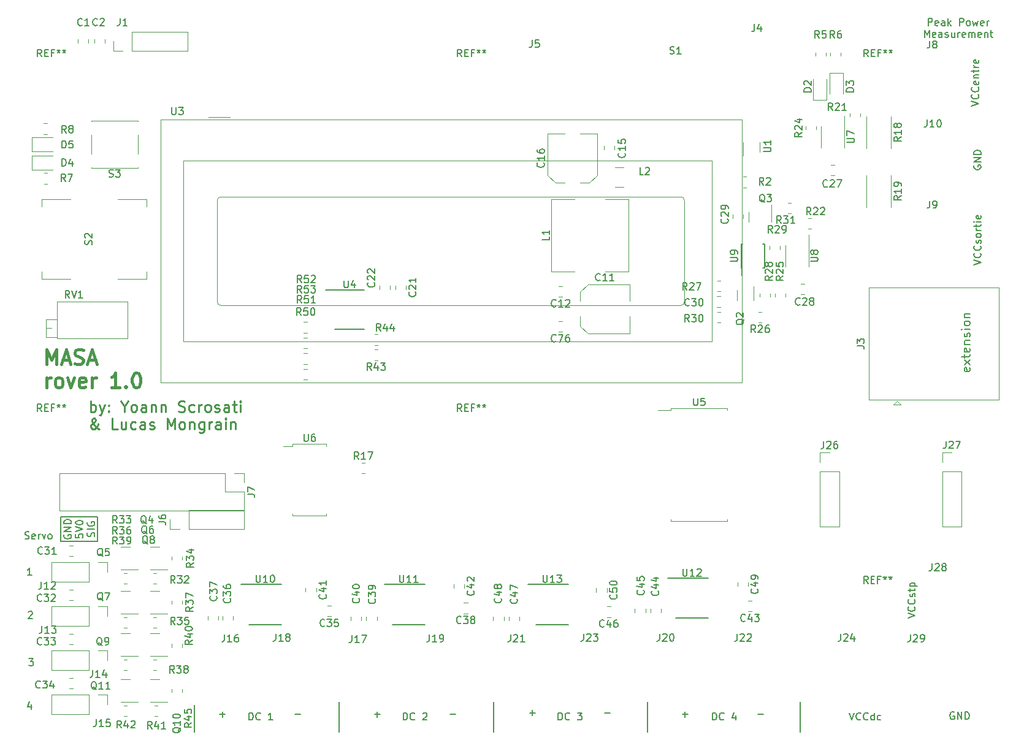
<source format=gbr>
%TF.GenerationSoftware,KiCad,Pcbnew,(6.0.7)*%
%TF.CreationDate,2022-11-14T00:19:26-05:00*%
%TF.ProjectId,MASA_Rover_1.0,4d415341-5f52-46f7-9665-725f312e302e,rev?*%
%TF.SameCoordinates,Original*%
%TF.FileFunction,Legend,Top*%
%TF.FilePolarity,Positive*%
%FSLAX46Y46*%
G04 Gerber Fmt 4.6, Leading zero omitted, Abs format (unit mm)*
G04 Created by KiCad (PCBNEW (6.0.7)) date 2022-11-14 00:19:26*
%MOMM*%
%LPD*%
G01*
G04 APERTURE LIST*
%ADD10C,0.150000*%
%ADD11C,0.250000*%
%ADD12C,0.400000*%
%ADD13C,0.120000*%
G04 APERTURE END LIST*
D10*
X166585714Y-98814285D02*
X166642857Y-98928571D01*
X166642857Y-99157142D01*
X166585714Y-99271428D01*
X166471428Y-99328571D01*
X166014285Y-99328571D01*
X165900000Y-99271428D01*
X165842857Y-99157142D01*
X165842857Y-98928571D01*
X165900000Y-98814285D01*
X166014285Y-98757142D01*
X166128571Y-98757142D01*
X166242857Y-99328571D01*
X166642857Y-98357142D02*
X165842857Y-97728571D01*
X165842857Y-98357142D02*
X166642857Y-97728571D01*
X165842857Y-97442857D02*
X165842857Y-96985714D01*
X165442857Y-97271428D02*
X166471428Y-97271428D01*
X166585714Y-97214285D01*
X166642857Y-97100000D01*
X166642857Y-96985714D01*
X166585714Y-96128571D02*
X166642857Y-96242857D01*
X166642857Y-96471428D01*
X166585714Y-96585714D01*
X166471428Y-96642857D01*
X166014285Y-96642857D01*
X165900000Y-96585714D01*
X165842857Y-96471428D01*
X165842857Y-96242857D01*
X165900000Y-96128571D01*
X166014285Y-96071428D01*
X166128571Y-96071428D01*
X166242857Y-96642857D01*
X165842857Y-95557142D02*
X166642857Y-95557142D01*
X165957142Y-95557142D02*
X165900000Y-95500000D01*
X165842857Y-95385714D01*
X165842857Y-95214285D01*
X165900000Y-95100000D01*
X166014285Y-95042857D01*
X166642857Y-95042857D01*
X166585714Y-94528571D02*
X166642857Y-94414285D01*
X166642857Y-94185714D01*
X166585714Y-94071428D01*
X166471428Y-94014285D01*
X166414285Y-94014285D01*
X166300000Y-94071428D01*
X166242857Y-94185714D01*
X166242857Y-94357142D01*
X166185714Y-94471428D01*
X166071428Y-94528571D01*
X166014285Y-94528571D01*
X165900000Y-94471428D01*
X165842857Y-94357142D01*
X165842857Y-94185714D01*
X165900000Y-94071428D01*
X166642857Y-93500000D02*
X165842857Y-93500000D01*
X165442857Y-93500000D02*
X165500000Y-93557142D01*
X165557142Y-93500000D01*
X165500000Y-93442857D01*
X165442857Y-93500000D01*
X165557142Y-93500000D01*
X166642857Y-92757142D02*
X166585714Y-92871428D01*
X166528571Y-92928571D01*
X166414285Y-92985714D01*
X166071428Y-92985714D01*
X165957142Y-92928571D01*
X165900000Y-92871428D01*
X165842857Y-92757142D01*
X165842857Y-92585714D01*
X165900000Y-92471428D01*
X165957142Y-92414285D01*
X166071428Y-92357142D01*
X166414285Y-92357142D01*
X166528571Y-92414285D01*
X166585714Y-92471428D01*
X166642857Y-92585714D01*
X166642857Y-92757142D01*
X165842857Y-91842857D02*
X166642857Y-91842857D01*
X165957142Y-91842857D02*
X165900000Y-91785714D01*
X165842857Y-91671428D01*
X165842857Y-91500000D01*
X165900000Y-91385714D01*
X166014285Y-91328571D01*
X166642857Y-91328571D01*
D11*
X45219642Y-104871071D02*
X45219642Y-103371071D01*
X45219642Y-103942500D02*
X45362500Y-103871071D01*
X45648214Y-103871071D01*
X45791071Y-103942500D01*
X45862500Y-104013928D01*
X45933928Y-104156785D01*
X45933928Y-104585357D01*
X45862500Y-104728214D01*
X45791071Y-104799642D01*
X45648214Y-104871071D01*
X45362500Y-104871071D01*
X45219642Y-104799642D01*
X46433928Y-103871071D02*
X46791071Y-104871071D01*
X47148214Y-103871071D02*
X46791071Y-104871071D01*
X46648214Y-105228214D01*
X46576785Y-105299642D01*
X46433928Y-105371071D01*
X47719642Y-104728214D02*
X47791071Y-104799642D01*
X47719642Y-104871071D01*
X47648214Y-104799642D01*
X47719642Y-104728214D01*
X47719642Y-104871071D01*
X47719642Y-103942500D02*
X47791071Y-104013928D01*
X47719642Y-104085357D01*
X47648214Y-104013928D01*
X47719642Y-103942500D01*
X47719642Y-104085357D01*
X49862500Y-104156785D02*
X49862500Y-104871071D01*
X49362500Y-103371071D02*
X49862500Y-104156785D01*
X50362500Y-103371071D01*
X51076785Y-104871071D02*
X50933928Y-104799642D01*
X50862500Y-104728214D01*
X50791071Y-104585357D01*
X50791071Y-104156785D01*
X50862500Y-104013928D01*
X50933928Y-103942500D01*
X51076785Y-103871071D01*
X51291071Y-103871071D01*
X51433928Y-103942500D01*
X51505357Y-104013928D01*
X51576785Y-104156785D01*
X51576785Y-104585357D01*
X51505357Y-104728214D01*
X51433928Y-104799642D01*
X51291071Y-104871071D01*
X51076785Y-104871071D01*
X52862500Y-104871071D02*
X52862500Y-104085357D01*
X52791071Y-103942500D01*
X52648214Y-103871071D01*
X52362500Y-103871071D01*
X52219642Y-103942500D01*
X52862500Y-104799642D02*
X52719642Y-104871071D01*
X52362500Y-104871071D01*
X52219642Y-104799642D01*
X52148214Y-104656785D01*
X52148214Y-104513928D01*
X52219642Y-104371071D01*
X52362500Y-104299642D01*
X52719642Y-104299642D01*
X52862500Y-104228214D01*
X53576785Y-103871071D02*
X53576785Y-104871071D01*
X53576785Y-104013928D02*
X53648214Y-103942500D01*
X53791071Y-103871071D01*
X54005357Y-103871071D01*
X54148214Y-103942500D01*
X54219642Y-104085357D01*
X54219642Y-104871071D01*
X54933928Y-103871071D02*
X54933928Y-104871071D01*
X54933928Y-104013928D02*
X55005357Y-103942500D01*
X55148214Y-103871071D01*
X55362500Y-103871071D01*
X55505357Y-103942500D01*
X55576785Y-104085357D01*
X55576785Y-104871071D01*
X57362500Y-104799642D02*
X57576785Y-104871071D01*
X57933928Y-104871071D01*
X58076785Y-104799642D01*
X58148214Y-104728214D01*
X58219642Y-104585357D01*
X58219642Y-104442500D01*
X58148214Y-104299642D01*
X58076785Y-104228214D01*
X57933928Y-104156785D01*
X57648214Y-104085357D01*
X57505357Y-104013928D01*
X57433928Y-103942500D01*
X57362500Y-103799642D01*
X57362500Y-103656785D01*
X57433928Y-103513928D01*
X57505357Y-103442500D01*
X57648214Y-103371071D01*
X58005357Y-103371071D01*
X58219642Y-103442500D01*
X59505357Y-104799642D02*
X59362500Y-104871071D01*
X59076785Y-104871071D01*
X58933928Y-104799642D01*
X58862500Y-104728214D01*
X58791071Y-104585357D01*
X58791071Y-104156785D01*
X58862500Y-104013928D01*
X58933928Y-103942500D01*
X59076785Y-103871071D01*
X59362500Y-103871071D01*
X59505357Y-103942500D01*
X60148214Y-104871071D02*
X60148214Y-103871071D01*
X60148214Y-104156785D02*
X60219642Y-104013928D01*
X60291071Y-103942500D01*
X60433928Y-103871071D01*
X60576785Y-103871071D01*
X61291071Y-104871071D02*
X61148214Y-104799642D01*
X61076785Y-104728214D01*
X61005357Y-104585357D01*
X61005357Y-104156785D01*
X61076785Y-104013928D01*
X61148214Y-103942500D01*
X61291071Y-103871071D01*
X61505357Y-103871071D01*
X61648214Y-103942500D01*
X61719642Y-104013928D01*
X61791071Y-104156785D01*
X61791071Y-104585357D01*
X61719642Y-104728214D01*
X61648214Y-104799642D01*
X61505357Y-104871071D01*
X61291071Y-104871071D01*
X62362500Y-104799642D02*
X62505357Y-104871071D01*
X62791071Y-104871071D01*
X62933928Y-104799642D01*
X63005357Y-104656785D01*
X63005357Y-104585357D01*
X62933928Y-104442500D01*
X62791071Y-104371071D01*
X62576785Y-104371071D01*
X62433928Y-104299642D01*
X62362500Y-104156785D01*
X62362500Y-104085357D01*
X62433928Y-103942500D01*
X62576785Y-103871071D01*
X62791071Y-103871071D01*
X62933928Y-103942500D01*
X64291071Y-104871071D02*
X64291071Y-104085357D01*
X64219642Y-103942500D01*
X64076785Y-103871071D01*
X63791071Y-103871071D01*
X63648214Y-103942500D01*
X64291071Y-104799642D02*
X64148214Y-104871071D01*
X63791071Y-104871071D01*
X63648214Y-104799642D01*
X63576785Y-104656785D01*
X63576785Y-104513928D01*
X63648214Y-104371071D01*
X63791071Y-104299642D01*
X64148214Y-104299642D01*
X64291071Y-104228214D01*
X64791071Y-103871071D02*
X65362500Y-103871071D01*
X65005357Y-103371071D02*
X65005357Y-104656785D01*
X65076785Y-104799642D01*
X65219642Y-104871071D01*
X65362500Y-104871071D01*
X65862500Y-104871071D02*
X65862500Y-103871071D01*
X65862500Y-103371071D02*
X65791071Y-103442500D01*
X65862500Y-103513928D01*
X65933928Y-103442500D01*
X65862500Y-103371071D01*
X65862500Y-103513928D01*
X46433928Y-107286071D02*
X46362500Y-107286071D01*
X46219642Y-107214642D01*
X46005357Y-107000357D01*
X45648214Y-106571785D01*
X45505357Y-106357500D01*
X45433928Y-106143214D01*
X45433928Y-106000357D01*
X45505357Y-105857500D01*
X45648214Y-105786071D01*
X45719642Y-105786071D01*
X45862500Y-105857500D01*
X45933928Y-106000357D01*
X45933928Y-106071785D01*
X45862500Y-106214642D01*
X45791071Y-106286071D01*
X45362500Y-106571785D01*
X45291071Y-106643214D01*
X45219642Y-106786071D01*
X45219642Y-107000357D01*
X45291071Y-107143214D01*
X45362500Y-107214642D01*
X45505357Y-107286071D01*
X45719642Y-107286071D01*
X45862500Y-107214642D01*
X45933928Y-107143214D01*
X46148214Y-106857500D01*
X46219642Y-106643214D01*
X46219642Y-106500357D01*
X48933928Y-107286071D02*
X48219642Y-107286071D01*
X48219642Y-105786071D01*
X50076785Y-106286071D02*
X50076785Y-107286071D01*
X49433928Y-106286071D02*
X49433928Y-107071785D01*
X49505357Y-107214642D01*
X49648214Y-107286071D01*
X49862500Y-107286071D01*
X50005357Y-107214642D01*
X50076785Y-107143214D01*
X51433928Y-107214642D02*
X51291071Y-107286071D01*
X51005357Y-107286071D01*
X50862500Y-107214642D01*
X50791071Y-107143214D01*
X50719642Y-107000357D01*
X50719642Y-106571785D01*
X50791071Y-106428928D01*
X50862500Y-106357500D01*
X51005357Y-106286071D01*
X51291071Y-106286071D01*
X51433928Y-106357500D01*
X52719642Y-107286071D02*
X52719642Y-106500357D01*
X52648214Y-106357500D01*
X52505357Y-106286071D01*
X52219642Y-106286071D01*
X52076785Y-106357500D01*
X52719642Y-107214642D02*
X52576785Y-107286071D01*
X52219642Y-107286071D01*
X52076785Y-107214642D01*
X52005357Y-107071785D01*
X52005357Y-106928928D01*
X52076785Y-106786071D01*
X52219642Y-106714642D01*
X52576785Y-106714642D01*
X52719642Y-106643214D01*
X53362500Y-107214642D02*
X53505357Y-107286071D01*
X53791071Y-107286071D01*
X53933928Y-107214642D01*
X54005357Y-107071785D01*
X54005357Y-107000357D01*
X53933928Y-106857500D01*
X53791071Y-106786071D01*
X53576785Y-106786071D01*
X53433928Y-106714642D01*
X53362500Y-106571785D01*
X53362500Y-106500357D01*
X53433928Y-106357500D01*
X53576785Y-106286071D01*
X53791071Y-106286071D01*
X53933928Y-106357500D01*
X55791071Y-107286071D02*
X55791071Y-105786071D01*
X56291071Y-106857500D01*
X56791071Y-105786071D01*
X56791071Y-107286071D01*
X57719642Y-107286071D02*
X57576785Y-107214642D01*
X57505357Y-107143214D01*
X57433928Y-107000357D01*
X57433928Y-106571785D01*
X57505357Y-106428928D01*
X57576785Y-106357500D01*
X57719642Y-106286071D01*
X57933928Y-106286071D01*
X58076785Y-106357500D01*
X58148214Y-106428928D01*
X58219642Y-106571785D01*
X58219642Y-107000357D01*
X58148214Y-107143214D01*
X58076785Y-107214642D01*
X57933928Y-107286071D01*
X57719642Y-107286071D01*
X58862500Y-106286071D02*
X58862500Y-107286071D01*
X58862500Y-106428928D02*
X58933928Y-106357500D01*
X59076785Y-106286071D01*
X59291071Y-106286071D01*
X59433928Y-106357500D01*
X59505357Y-106500357D01*
X59505357Y-107286071D01*
X60862500Y-106286071D02*
X60862500Y-107500357D01*
X60791071Y-107643214D01*
X60719642Y-107714642D01*
X60576785Y-107786071D01*
X60362500Y-107786071D01*
X60219642Y-107714642D01*
X60862500Y-107214642D02*
X60719642Y-107286071D01*
X60433928Y-107286071D01*
X60291071Y-107214642D01*
X60219642Y-107143214D01*
X60148214Y-107000357D01*
X60148214Y-106571785D01*
X60219642Y-106428928D01*
X60291071Y-106357500D01*
X60433928Y-106286071D01*
X60719642Y-106286071D01*
X60862500Y-106357500D01*
X61576785Y-107286071D02*
X61576785Y-106286071D01*
X61576785Y-106571785D02*
X61648214Y-106428928D01*
X61719642Y-106357500D01*
X61862500Y-106286071D01*
X62005357Y-106286071D01*
X63148214Y-107286071D02*
X63148214Y-106500357D01*
X63076785Y-106357500D01*
X62933928Y-106286071D01*
X62648214Y-106286071D01*
X62505357Y-106357500D01*
X63148214Y-107214642D02*
X63005357Y-107286071D01*
X62648214Y-107286071D01*
X62505357Y-107214642D01*
X62433928Y-107071785D01*
X62433928Y-106928928D01*
X62505357Y-106786071D01*
X62648214Y-106714642D01*
X63005357Y-106714642D01*
X63148214Y-106643214D01*
X63862500Y-107286071D02*
X63862500Y-106286071D01*
X63862500Y-105786071D02*
X63791071Y-105857500D01*
X63862500Y-105928928D01*
X63933928Y-105857500D01*
X63862500Y-105786071D01*
X63862500Y-105928928D01*
X64576785Y-106286071D02*
X64576785Y-107286071D01*
X64576785Y-106428928D02*
X64648214Y-106357500D01*
X64791071Y-106286071D01*
X65005357Y-106286071D01*
X65148214Y-106357500D01*
X65219642Y-106500357D01*
X65219642Y-107286071D01*
D12*
X39136190Y-98294761D02*
X39136190Y-96294761D01*
X39802857Y-97723333D01*
X40469523Y-96294761D01*
X40469523Y-98294761D01*
X41326666Y-97723333D02*
X42279047Y-97723333D01*
X41136190Y-98294761D02*
X41802857Y-96294761D01*
X42469523Y-98294761D01*
X43040952Y-98199523D02*
X43326666Y-98294761D01*
X43802857Y-98294761D01*
X43993333Y-98199523D01*
X44088571Y-98104285D01*
X44183809Y-97913809D01*
X44183809Y-97723333D01*
X44088571Y-97532857D01*
X43993333Y-97437619D01*
X43802857Y-97342380D01*
X43421904Y-97247142D01*
X43231428Y-97151904D01*
X43136190Y-97056666D01*
X43040952Y-96866190D01*
X43040952Y-96675714D01*
X43136190Y-96485238D01*
X43231428Y-96390000D01*
X43421904Y-96294761D01*
X43898095Y-96294761D01*
X44183809Y-96390000D01*
X44945714Y-97723333D02*
X45898095Y-97723333D01*
X44755238Y-98294761D02*
X45421904Y-96294761D01*
X46088571Y-98294761D01*
X39136190Y-101514761D02*
X39136190Y-100181428D01*
X39136190Y-100562380D02*
X39231428Y-100371904D01*
X39326666Y-100276666D01*
X39517142Y-100181428D01*
X39707619Y-100181428D01*
X40660000Y-101514761D02*
X40469523Y-101419523D01*
X40374285Y-101324285D01*
X40279047Y-101133809D01*
X40279047Y-100562380D01*
X40374285Y-100371904D01*
X40469523Y-100276666D01*
X40660000Y-100181428D01*
X40945714Y-100181428D01*
X41136190Y-100276666D01*
X41231428Y-100371904D01*
X41326666Y-100562380D01*
X41326666Y-101133809D01*
X41231428Y-101324285D01*
X41136190Y-101419523D01*
X40945714Y-101514761D01*
X40660000Y-101514761D01*
X41993333Y-100181428D02*
X42469523Y-101514761D01*
X42945714Y-100181428D01*
X44469523Y-101419523D02*
X44279047Y-101514761D01*
X43898095Y-101514761D01*
X43707619Y-101419523D01*
X43612380Y-101229047D01*
X43612380Y-100467142D01*
X43707619Y-100276666D01*
X43898095Y-100181428D01*
X44279047Y-100181428D01*
X44469523Y-100276666D01*
X44564761Y-100467142D01*
X44564761Y-100657619D01*
X43612380Y-100848095D01*
X45421904Y-101514761D02*
X45421904Y-100181428D01*
X45421904Y-100562380D02*
X45517142Y-100371904D01*
X45612380Y-100276666D01*
X45802857Y-100181428D01*
X45993333Y-100181428D01*
X49231428Y-101514761D02*
X48088571Y-101514761D01*
X48660000Y-101514761D02*
X48660000Y-99514761D01*
X48469523Y-99800476D01*
X48279047Y-99990952D01*
X48088571Y-100086190D01*
X50088571Y-101324285D02*
X50183809Y-101419523D01*
X50088571Y-101514761D01*
X49993333Y-101419523D01*
X50088571Y-101324285D01*
X50088571Y-101514761D01*
X51421904Y-99514761D02*
X51612380Y-99514761D01*
X51802857Y-99610000D01*
X51898095Y-99705238D01*
X51993333Y-99895714D01*
X52088571Y-100276666D01*
X52088571Y-100752857D01*
X51993333Y-101133809D01*
X51898095Y-101324285D01*
X51802857Y-101419523D01*
X51612380Y-101514761D01*
X51421904Y-101514761D01*
X51231428Y-101419523D01*
X51136190Y-101324285D01*
X51040952Y-101133809D01*
X50945714Y-100752857D01*
X50945714Y-100276666D01*
X51040952Y-99895714D01*
X51136190Y-99705238D01*
X51231428Y-99610000D01*
X51421904Y-99514761D01*
D10*
X79500000Y-145000000D02*
X79500000Y-149100000D01*
X143200000Y-145000000D02*
X143200000Y-149100000D01*
X100900000Y-145000000D02*
X100900000Y-149100000D01*
X59500000Y-145350000D02*
X59500000Y-149100000D01*
X122100000Y-145000000D02*
X122100000Y-149100000D01*
X41100000Y-119400000D02*
X46200000Y-119400000D01*
X46200000Y-119400000D02*
X46200000Y-122800000D01*
X46200000Y-122800000D02*
X41100000Y-122800000D01*
X41100000Y-122800000D02*
X41100000Y-119400000D01*
X41590000Y-121861904D02*
X41542380Y-121957142D01*
X41542380Y-122100000D01*
X41590000Y-122242857D01*
X41685238Y-122338095D01*
X41780476Y-122385714D01*
X41970952Y-122433333D01*
X42113809Y-122433333D01*
X42304285Y-122385714D01*
X42399523Y-122338095D01*
X42494761Y-122242857D01*
X42542380Y-122100000D01*
X42542380Y-122004761D01*
X42494761Y-121861904D01*
X42447142Y-121814285D01*
X42113809Y-121814285D01*
X42113809Y-122004761D01*
X42542380Y-121385714D02*
X41542380Y-121385714D01*
X42542380Y-120814285D01*
X41542380Y-120814285D01*
X42542380Y-120338095D02*
X41542380Y-120338095D01*
X41542380Y-120100000D01*
X41590000Y-119957142D01*
X41685238Y-119861904D01*
X41780476Y-119814285D01*
X41970952Y-119766666D01*
X42113809Y-119766666D01*
X42304285Y-119814285D01*
X42399523Y-119861904D01*
X42494761Y-119957142D01*
X42542380Y-120100000D01*
X42542380Y-120338095D01*
X43152380Y-121766666D02*
X43152380Y-122242857D01*
X43628571Y-122290476D01*
X43580952Y-122242857D01*
X43533333Y-122147619D01*
X43533333Y-121909523D01*
X43580952Y-121814285D01*
X43628571Y-121766666D01*
X43723809Y-121719047D01*
X43961904Y-121719047D01*
X44057142Y-121766666D01*
X44104761Y-121814285D01*
X44152380Y-121909523D01*
X44152380Y-122147619D01*
X44104761Y-122242857D01*
X44057142Y-122290476D01*
X43152380Y-121433333D02*
X44152380Y-121100000D01*
X43152380Y-120766666D01*
X43152380Y-120242857D02*
X43152380Y-120147619D01*
X43200000Y-120052380D01*
X43247619Y-120004761D01*
X43342857Y-119957142D01*
X43533333Y-119909523D01*
X43771428Y-119909523D01*
X43961904Y-119957142D01*
X44057142Y-120004761D01*
X44104761Y-120052380D01*
X44152380Y-120147619D01*
X44152380Y-120242857D01*
X44104761Y-120338095D01*
X44057142Y-120385714D01*
X43961904Y-120433333D01*
X43771428Y-120480952D01*
X43533333Y-120480952D01*
X43342857Y-120433333D01*
X43247619Y-120385714D01*
X43200000Y-120338095D01*
X43152380Y-120242857D01*
X45714761Y-122123809D02*
X45762380Y-121980952D01*
X45762380Y-121742857D01*
X45714761Y-121647619D01*
X45667142Y-121600000D01*
X45571904Y-121552380D01*
X45476666Y-121552380D01*
X45381428Y-121600000D01*
X45333809Y-121647619D01*
X45286190Y-121742857D01*
X45238571Y-121933333D01*
X45190952Y-122028571D01*
X45143333Y-122076190D01*
X45048095Y-122123809D01*
X44952857Y-122123809D01*
X44857619Y-122076190D01*
X44810000Y-122028571D01*
X44762380Y-121933333D01*
X44762380Y-121695238D01*
X44810000Y-121552380D01*
X45762380Y-121123809D02*
X44762380Y-121123809D01*
X44810000Y-120123809D02*
X44762380Y-120219047D01*
X44762380Y-120361904D01*
X44810000Y-120504761D01*
X44905238Y-120600000D01*
X45000476Y-120647619D01*
X45190952Y-120695238D01*
X45333809Y-120695238D01*
X45524285Y-120647619D01*
X45619523Y-120600000D01*
X45714761Y-120504761D01*
X45762380Y-120361904D01*
X45762380Y-120266666D01*
X45714761Y-120123809D01*
X45667142Y-120076190D01*
X45333809Y-120076190D01*
X45333809Y-120266666D01*
X36666666Y-138952380D02*
X37285714Y-138952380D01*
X36952380Y-139333333D01*
X37095238Y-139333333D01*
X37190476Y-139380952D01*
X37238095Y-139428571D01*
X37285714Y-139523809D01*
X37285714Y-139761904D01*
X37238095Y-139857142D01*
X37190476Y-139904761D01*
X37095238Y-139952380D01*
X36809523Y-139952380D01*
X36714285Y-139904761D01*
X36666666Y-139857142D01*
X84428571Y-146671428D02*
X85190476Y-146671428D01*
X84809523Y-147052380D02*
X84809523Y-146290476D01*
X94809523Y-146671428D02*
X95571428Y-146671428D01*
X166852380Y-62638095D02*
X167852380Y-62304761D01*
X166852380Y-61971428D01*
X167757142Y-61066666D02*
X167804761Y-61114285D01*
X167852380Y-61257142D01*
X167852380Y-61352380D01*
X167804761Y-61495238D01*
X167709523Y-61590476D01*
X167614285Y-61638095D01*
X167423809Y-61685714D01*
X167280952Y-61685714D01*
X167090476Y-61638095D01*
X166995238Y-61590476D01*
X166900000Y-61495238D01*
X166852380Y-61352380D01*
X166852380Y-61257142D01*
X166900000Y-61114285D01*
X166947619Y-61066666D01*
X167757142Y-60066666D02*
X167804761Y-60114285D01*
X167852380Y-60257142D01*
X167852380Y-60352380D01*
X167804761Y-60495238D01*
X167709523Y-60590476D01*
X167614285Y-60638095D01*
X167423809Y-60685714D01*
X167280952Y-60685714D01*
X167090476Y-60638095D01*
X166995238Y-60590476D01*
X166900000Y-60495238D01*
X166852380Y-60352380D01*
X166852380Y-60257142D01*
X166900000Y-60114285D01*
X166947619Y-60066666D01*
X167804761Y-59257142D02*
X167852380Y-59352380D01*
X167852380Y-59542857D01*
X167804761Y-59638095D01*
X167709523Y-59685714D01*
X167328571Y-59685714D01*
X167233333Y-59638095D01*
X167185714Y-59542857D01*
X167185714Y-59352380D01*
X167233333Y-59257142D01*
X167328571Y-59209523D01*
X167423809Y-59209523D01*
X167519047Y-59685714D01*
X167185714Y-58780952D02*
X167852380Y-58780952D01*
X167280952Y-58780952D02*
X167233333Y-58733333D01*
X167185714Y-58638095D01*
X167185714Y-58495238D01*
X167233333Y-58400000D01*
X167328571Y-58352380D01*
X167852380Y-58352380D01*
X167185714Y-58019047D02*
X167185714Y-57638095D01*
X166852380Y-57876190D02*
X167709523Y-57876190D01*
X167804761Y-57828571D01*
X167852380Y-57733333D01*
X167852380Y-57638095D01*
X167852380Y-57304761D02*
X167185714Y-57304761D01*
X167376190Y-57304761D02*
X167280952Y-57257142D01*
X167233333Y-57209523D01*
X167185714Y-57114285D01*
X167185714Y-57019047D01*
X167804761Y-56304761D02*
X167852380Y-56400000D01*
X167852380Y-56590476D01*
X167804761Y-56685714D01*
X167709523Y-56733333D01*
X167328571Y-56733333D01*
X167233333Y-56685714D01*
X167185714Y-56590476D01*
X167185714Y-56400000D01*
X167233333Y-56304761D01*
X167328571Y-56257142D01*
X167423809Y-56257142D01*
X167519047Y-56733333D01*
X158052380Y-133376190D02*
X159052380Y-133042857D01*
X158052380Y-132709523D01*
X158957142Y-131804761D02*
X159004761Y-131852380D01*
X159052380Y-131995238D01*
X159052380Y-132090476D01*
X159004761Y-132233333D01*
X158909523Y-132328571D01*
X158814285Y-132376190D01*
X158623809Y-132423809D01*
X158480952Y-132423809D01*
X158290476Y-132376190D01*
X158195238Y-132328571D01*
X158100000Y-132233333D01*
X158052380Y-132090476D01*
X158052380Y-131995238D01*
X158100000Y-131852380D01*
X158147619Y-131804761D01*
X158957142Y-130804761D02*
X159004761Y-130852380D01*
X159052380Y-130995238D01*
X159052380Y-131090476D01*
X159004761Y-131233333D01*
X158909523Y-131328571D01*
X158814285Y-131376190D01*
X158623809Y-131423809D01*
X158480952Y-131423809D01*
X158290476Y-131376190D01*
X158195238Y-131328571D01*
X158100000Y-131233333D01*
X158052380Y-131090476D01*
X158052380Y-130995238D01*
X158100000Y-130852380D01*
X158147619Y-130804761D01*
X159004761Y-130423809D02*
X159052380Y-130328571D01*
X159052380Y-130138095D01*
X159004761Y-130042857D01*
X158909523Y-129995238D01*
X158861904Y-129995238D01*
X158766666Y-130042857D01*
X158719047Y-130138095D01*
X158719047Y-130280952D01*
X158671428Y-130376190D01*
X158576190Y-130423809D01*
X158528571Y-130423809D01*
X158433333Y-130376190D01*
X158385714Y-130280952D01*
X158385714Y-130138095D01*
X158433333Y-130042857D01*
X158385714Y-129709523D02*
X158385714Y-129328571D01*
X158052380Y-129566666D02*
X158909523Y-129566666D01*
X159004761Y-129519047D01*
X159052380Y-129423809D01*
X159052380Y-129328571D01*
X158385714Y-128995238D02*
X159385714Y-128995238D01*
X158433333Y-128995238D02*
X158385714Y-128900000D01*
X158385714Y-128709523D01*
X158433333Y-128614285D01*
X158480952Y-128566666D01*
X158576190Y-128519047D01*
X158861904Y-128519047D01*
X158957142Y-128566666D01*
X159004761Y-128614285D01*
X159052380Y-128709523D01*
X159052380Y-128900000D01*
X159004761Y-128995238D01*
X105828571Y-146471428D02*
X106590476Y-146471428D01*
X106209523Y-146852380D02*
X106209523Y-146090476D01*
X116209523Y-146471428D02*
X116971428Y-146471428D01*
X160857142Y-51547380D02*
X160857142Y-50547380D01*
X161238095Y-50547380D01*
X161333333Y-50595000D01*
X161380952Y-50642619D01*
X161428571Y-50737857D01*
X161428571Y-50880714D01*
X161380952Y-50975952D01*
X161333333Y-51023571D01*
X161238095Y-51071190D01*
X160857142Y-51071190D01*
X162238095Y-51499761D02*
X162142857Y-51547380D01*
X161952380Y-51547380D01*
X161857142Y-51499761D01*
X161809523Y-51404523D01*
X161809523Y-51023571D01*
X161857142Y-50928333D01*
X161952380Y-50880714D01*
X162142857Y-50880714D01*
X162238095Y-50928333D01*
X162285714Y-51023571D01*
X162285714Y-51118809D01*
X161809523Y-51214047D01*
X163142857Y-51547380D02*
X163142857Y-51023571D01*
X163095238Y-50928333D01*
X163000000Y-50880714D01*
X162809523Y-50880714D01*
X162714285Y-50928333D01*
X163142857Y-51499761D02*
X163047619Y-51547380D01*
X162809523Y-51547380D01*
X162714285Y-51499761D01*
X162666666Y-51404523D01*
X162666666Y-51309285D01*
X162714285Y-51214047D01*
X162809523Y-51166428D01*
X163047619Y-51166428D01*
X163142857Y-51118809D01*
X163619047Y-51547380D02*
X163619047Y-50547380D01*
X163714285Y-51166428D02*
X164000000Y-51547380D01*
X164000000Y-50880714D02*
X163619047Y-51261666D01*
X165190476Y-51547380D02*
X165190476Y-50547380D01*
X165571428Y-50547380D01*
X165666666Y-50595000D01*
X165714285Y-50642619D01*
X165761904Y-50737857D01*
X165761904Y-50880714D01*
X165714285Y-50975952D01*
X165666666Y-51023571D01*
X165571428Y-51071190D01*
X165190476Y-51071190D01*
X166333333Y-51547380D02*
X166238095Y-51499761D01*
X166190476Y-51452142D01*
X166142857Y-51356904D01*
X166142857Y-51071190D01*
X166190476Y-50975952D01*
X166238095Y-50928333D01*
X166333333Y-50880714D01*
X166476190Y-50880714D01*
X166571428Y-50928333D01*
X166619047Y-50975952D01*
X166666666Y-51071190D01*
X166666666Y-51356904D01*
X166619047Y-51452142D01*
X166571428Y-51499761D01*
X166476190Y-51547380D01*
X166333333Y-51547380D01*
X167000000Y-50880714D02*
X167190476Y-51547380D01*
X167380952Y-51071190D01*
X167571428Y-51547380D01*
X167761904Y-50880714D01*
X168523809Y-51499761D02*
X168428571Y-51547380D01*
X168238095Y-51547380D01*
X168142857Y-51499761D01*
X168095238Y-51404523D01*
X168095238Y-51023571D01*
X168142857Y-50928333D01*
X168238095Y-50880714D01*
X168428571Y-50880714D01*
X168523809Y-50928333D01*
X168571428Y-51023571D01*
X168571428Y-51118809D01*
X168095238Y-51214047D01*
X169000000Y-51547380D02*
X169000000Y-50880714D01*
X169000000Y-51071190D02*
X169047619Y-50975952D01*
X169095238Y-50928333D01*
X169190476Y-50880714D01*
X169285714Y-50880714D01*
X160357142Y-53157380D02*
X160357142Y-52157380D01*
X160690476Y-52871666D01*
X161023809Y-52157380D01*
X161023809Y-53157380D01*
X161880952Y-53109761D02*
X161785714Y-53157380D01*
X161595238Y-53157380D01*
X161500000Y-53109761D01*
X161452380Y-53014523D01*
X161452380Y-52633571D01*
X161500000Y-52538333D01*
X161595238Y-52490714D01*
X161785714Y-52490714D01*
X161880952Y-52538333D01*
X161928571Y-52633571D01*
X161928571Y-52728809D01*
X161452380Y-52824047D01*
X162785714Y-53157380D02*
X162785714Y-52633571D01*
X162738095Y-52538333D01*
X162642857Y-52490714D01*
X162452380Y-52490714D01*
X162357142Y-52538333D01*
X162785714Y-53109761D02*
X162690476Y-53157380D01*
X162452380Y-53157380D01*
X162357142Y-53109761D01*
X162309523Y-53014523D01*
X162309523Y-52919285D01*
X162357142Y-52824047D01*
X162452380Y-52776428D01*
X162690476Y-52776428D01*
X162785714Y-52728809D01*
X163214285Y-53109761D02*
X163309523Y-53157380D01*
X163500000Y-53157380D01*
X163595238Y-53109761D01*
X163642857Y-53014523D01*
X163642857Y-52966904D01*
X163595238Y-52871666D01*
X163500000Y-52824047D01*
X163357142Y-52824047D01*
X163261904Y-52776428D01*
X163214285Y-52681190D01*
X163214285Y-52633571D01*
X163261904Y-52538333D01*
X163357142Y-52490714D01*
X163500000Y-52490714D01*
X163595238Y-52538333D01*
X164500000Y-52490714D02*
X164500000Y-53157380D01*
X164071428Y-52490714D02*
X164071428Y-53014523D01*
X164119047Y-53109761D01*
X164214285Y-53157380D01*
X164357142Y-53157380D01*
X164452380Y-53109761D01*
X164500000Y-53062142D01*
X164976190Y-53157380D02*
X164976190Y-52490714D01*
X164976190Y-52681190D02*
X165023809Y-52585952D01*
X165071428Y-52538333D01*
X165166666Y-52490714D01*
X165261904Y-52490714D01*
X165976190Y-53109761D02*
X165880952Y-53157380D01*
X165690476Y-53157380D01*
X165595238Y-53109761D01*
X165547619Y-53014523D01*
X165547619Y-52633571D01*
X165595238Y-52538333D01*
X165690476Y-52490714D01*
X165880952Y-52490714D01*
X165976190Y-52538333D01*
X166023809Y-52633571D01*
X166023809Y-52728809D01*
X165547619Y-52824047D01*
X166452380Y-53157380D02*
X166452380Y-52490714D01*
X166452380Y-52585952D02*
X166500000Y-52538333D01*
X166595238Y-52490714D01*
X166738095Y-52490714D01*
X166833333Y-52538333D01*
X166880952Y-52633571D01*
X166880952Y-53157380D01*
X166880952Y-52633571D02*
X166928571Y-52538333D01*
X167023809Y-52490714D01*
X167166666Y-52490714D01*
X167261904Y-52538333D01*
X167309523Y-52633571D01*
X167309523Y-53157380D01*
X168166666Y-53109761D02*
X168071428Y-53157380D01*
X167880952Y-53157380D01*
X167785714Y-53109761D01*
X167738095Y-53014523D01*
X167738095Y-52633571D01*
X167785714Y-52538333D01*
X167880952Y-52490714D01*
X168071428Y-52490714D01*
X168166666Y-52538333D01*
X168214285Y-52633571D01*
X168214285Y-52728809D01*
X167738095Y-52824047D01*
X168642857Y-52490714D02*
X168642857Y-53157380D01*
X168642857Y-52585952D02*
X168690476Y-52538333D01*
X168785714Y-52490714D01*
X168928571Y-52490714D01*
X169023809Y-52538333D01*
X169071428Y-52633571D01*
X169071428Y-53157380D01*
X169404761Y-52490714D02*
X169785714Y-52490714D01*
X169547619Y-52157380D02*
X169547619Y-53014523D01*
X169595238Y-53109761D01*
X169690476Y-53157380D01*
X169785714Y-53157380D01*
X126928571Y-146671428D02*
X127690476Y-146671428D01*
X127309523Y-147052380D02*
X127309523Y-146290476D01*
X137309523Y-146671428D02*
X138071428Y-146671428D01*
X164438095Y-146400000D02*
X164342857Y-146352380D01*
X164200000Y-146352380D01*
X164057142Y-146400000D01*
X163961904Y-146495238D01*
X163914285Y-146590476D01*
X163866666Y-146780952D01*
X163866666Y-146923809D01*
X163914285Y-147114285D01*
X163961904Y-147209523D01*
X164057142Y-147304761D01*
X164200000Y-147352380D01*
X164295238Y-147352380D01*
X164438095Y-147304761D01*
X164485714Y-147257142D01*
X164485714Y-146923809D01*
X164295238Y-146923809D01*
X164914285Y-147352380D02*
X164914285Y-146352380D01*
X165485714Y-147352380D01*
X165485714Y-146352380D01*
X165961904Y-147352380D02*
X165961904Y-146352380D01*
X166200000Y-146352380D01*
X166342857Y-146400000D01*
X166438095Y-146495238D01*
X166485714Y-146590476D01*
X166533333Y-146780952D01*
X166533333Y-146923809D01*
X166485714Y-147114285D01*
X166438095Y-147209523D01*
X166342857Y-147304761D01*
X166200000Y-147352380D01*
X165961904Y-147352380D01*
X88380952Y-147452380D02*
X88380952Y-146452380D01*
X88619047Y-146452380D01*
X88761904Y-146500000D01*
X88857142Y-146595238D01*
X88904761Y-146690476D01*
X88952380Y-146880952D01*
X88952380Y-147023809D01*
X88904761Y-147214285D01*
X88857142Y-147309523D01*
X88761904Y-147404761D01*
X88619047Y-147452380D01*
X88380952Y-147452380D01*
X89952380Y-147357142D02*
X89904761Y-147404761D01*
X89761904Y-147452380D01*
X89666666Y-147452380D01*
X89523809Y-147404761D01*
X89428571Y-147309523D01*
X89380952Y-147214285D01*
X89333333Y-147023809D01*
X89333333Y-146880952D01*
X89380952Y-146690476D01*
X89428571Y-146595238D01*
X89523809Y-146500000D01*
X89666666Y-146452380D01*
X89761904Y-146452380D01*
X89904761Y-146500000D01*
X89952380Y-146547619D01*
X91095238Y-146547619D02*
X91142857Y-146500000D01*
X91238095Y-146452380D01*
X91476190Y-146452380D01*
X91571428Y-146500000D01*
X91619047Y-146547619D01*
X91666666Y-146642857D01*
X91666666Y-146738095D01*
X91619047Y-146880952D01*
X91047619Y-147452380D01*
X91666666Y-147452380D01*
X63028571Y-146671428D02*
X63790476Y-146671428D01*
X63409523Y-147052380D02*
X63409523Y-146290476D01*
X73409523Y-146671428D02*
X74171428Y-146671428D01*
X109780952Y-147452380D02*
X109780952Y-146452380D01*
X110019047Y-146452380D01*
X110161904Y-146500000D01*
X110257142Y-146595238D01*
X110304761Y-146690476D01*
X110352380Y-146880952D01*
X110352380Y-147023809D01*
X110304761Y-147214285D01*
X110257142Y-147309523D01*
X110161904Y-147404761D01*
X110019047Y-147452380D01*
X109780952Y-147452380D01*
X111352380Y-147357142D02*
X111304761Y-147404761D01*
X111161904Y-147452380D01*
X111066666Y-147452380D01*
X110923809Y-147404761D01*
X110828571Y-147309523D01*
X110780952Y-147214285D01*
X110733333Y-147023809D01*
X110733333Y-146880952D01*
X110780952Y-146690476D01*
X110828571Y-146595238D01*
X110923809Y-146500000D01*
X111066666Y-146452380D01*
X111161904Y-146452380D01*
X111304761Y-146500000D01*
X111352380Y-146547619D01*
X112447619Y-146452380D02*
X113066666Y-146452380D01*
X112733333Y-146833333D01*
X112876190Y-146833333D01*
X112971428Y-146880952D01*
X113019047Y-146928571D01*
X113066666Y-147023809D01*
X113066666Y-147261904D01*
X113019047Y-147357142D01*
X112971428Y-147404761D01*
X112876190Y-147452380D01*
X112590476Y-147452380D01*
X112495238Y-147404761D01*
X112447619Y-147357142D01*
X36614285Y-132547619D02*
X36661904Y-132500000D01*
X36757142Y-132452380D01*
X36995238Y-132452380D01*
X37090476Y-132500000D01*
X37138095Y-132547619D01*
X37185714Y-132642857D01*
X37185714Y-132738095D01*
X37138095Y-132880952D01*
X36566666Y-133452380D01*
X37185714Y-133452380D01*
X149985714Y-146452380D02*
X150319047Y-147452380D01*
X150652380Y-146452380D01*
X151557142Y-147357142D02*
X151509523Y-147404761D01*
X151366666Y-147452380D01*
X151271428Y-147452380D01*
X151128571Y-147404761D01*
X151033333Y-147309523D01*
X150985714Y-147214285D01*
X150938095Y-147023809D01*
X150938095Y-146880952D01*
X150985714Y-146690476D01*
X151033333Y-146595238D01*
X151128571Y-146500000D01*
X151271428Y-146452380D01*
X151366666Y-146452380D01*
X151509523Y-146500000D01*
X151557142Y-146547619D01*
X152557142Y-147357142D02*
X152509523Y-147404761D01*
X152366666Y-147452380D01*
X152271428Y-147452380D01*
X152128571Y-147404761D01*
X152033333Y-147309523D01*
X151985714Y-147214285D01*
X151938095Y-147023809D01*
X151938095Y-146880952D01*
X151985714Y-146690476D01*
X152033333Y-146595238D01*
X152128571Y-146500000D01*
X152271428Y-146452380D01*
X152366666Y-146452380D01*
X152509523Y-146500000D01*
X152557142Y-146547619D01*
X153414285Y-147452380D02*
X153414285Y-146452380D01*
X153414285Y-147404761D02*
X153319047Y-147452380D01*
X153128571Y-147452380D01*
X153033333Y-147404761D01*
X152985714Y-147357142D01*
X152938095Y-147261904D01*
X152938095Y-146976190D01*
X152985714Y-146880952D01*
X153033333Y-146833333D01*
X153128571Y-146785714D01*
X153319047Y-146785714D01*
X153414285Y-146833333D01*
X154319047Y-147404761D02*
X154223809Y-147452380D01*
X154033333Y-147452380D01*
X153938095Y-147404761D01*
X153890476Y-147357142D01*
X153842857Y-147261904D01*
X153842857Y-146976190D01*
X153890476Y-146880952D01*
X153938095Y-146833333D01*
X154033333Y-146785714D01*
X154223809Y-146785714D01*
X154319047Y-146833333D01*
X37085714Y-127452380D02*
X36514285Y-127452380D01*
X36800000Y-127452380D02*
X36800000Y-126452380D01*
X36704761Y-126595238D01*
X36609523Y-126690476D01*
X36514285Y-126738095D01*
X131080952Y-147452380D02*
X131080952Y-146452380D01*
X131319047Y-146452380D01*
X131461904Y-146500000D01*
X131557142Y-146595238D01*
X131604761Y-146690476D01*
X131652380Y-146880952D01*
X131652380Y-147023809D01*
X131604761Y-147214285D01*
X131557142Y-147309523D01*
X131461904Y-147404761D01*
X131319047Y-147452380D01*
X131080952Y-147452380D01*
X132652380Y-147357142D02*
X132604761Y-147404761D01*
X132461904Y-147452380D01*
X132366666Y-147452380D01*
X132223809Y-147404761D01*
X132128571Y-147309523D01*
X132080952Y-147214285D01*
X132033333Y-147023809D01*
X132033333Y-146880952D01*
X132080952Y-146690476D01*
X132128571Y-146595238D01*
X132223809Y-146500000D01*
X132366666Y-146452380D01*
X132461904Y-146452380D01*
X132604761Y-146500000D01*
X132652380Y-146547619D01*
X134271428Y-146785714D02*
X134271428Y-147452380D01*
X134033333Y-146404761D02*
X133795238Y-147119047D01*
X134414285Y-147119047D01*
X67080952Y-147452380D02*
X67080952Y-146452380D01*
X67319047Y-146452380D01*
X67461904Y-146500000D01*
X67557142Y-146595238D01*
X67604761Y-146690476D01*
X67652380Y-146880952D01*
X67652380Y-147023809D01*
X67604761Y-147214285D01*
X67557142Y-147309523D01*
X67461904Y-147404761D01*
X67319047Y-147452380D01*
X67080952Y-147452380D01*
X68652380Y-147357142D02*
X68604761Y-147404761D01*
X68461904Y-147452380D01*
X68366666Y-147452380D01*
X68223809Y-147404761D01*
X68128571Y-147309523D01*
X68080952Y-147214285D01*
X68033333Y-147023809D01*
X68033333Y-146880952D01*
X68080952Y-146690476D01*
X68128571Y-146595238D01*
X68223809Y-146500000D01*
X68366666Y-146452380D01*
X68461904Y-146452380D01*
X68604761Y-146500000D01*
X68652380Y-146547619D01*
X70366666Y-147452380D02*
X69795238Y-147452380D01*
X70080952Y-147452380D02*
X70080952Y-146452380D01*
X69985714Y-146595238D01*
X69890476Y-146690476D01*
X69795238Y-146738095D01*
X167200000Y-70861904D02*
X167152380Y-70957142D01*
X167152380Y-71100000D01*
X167200000Y-71242857D01*
X167295238Y-71338095D01*
X167390476Y-71385714D01*
X167580952Y-71433333D01*
X167723809Y-71433333D01*
X167914285Y-71385714D01*
X168009523Y-71338095D01*
X168104761Y-71242857D01*
X168152380Y-71100000D01*
X168152380Y-71004761D01*
X168104761Y-70861904D01*
X168057142Y-70814285D01*
X167723809Y-70814285D01*
X167723809Y-71004761D01*
X168152380Y-70385714D02*
X167152380Y-70385714D01*
X168152380Y-69814285D01*
X167152380Y-69814285D01*
X168152380Y-69338095D02*
X167152380Y-69338095D01*
X167152380Y-69100000D01*
X167200000Y-68957142D01*
X167295238Y-68861904D01*
X167390476Y-68814285D01*
X167580952Y-68766666D01*
X167723809Y-68766666D01*
X167914285Y-68814285D01*
X168009523Y-68861904D01*
X168104761Y-68957142D01*
X168152380Y-69100000D01*
X168152380Y-69338095D01*
X36142857Y-122404761D02*
X36285714Y-122452380D01*
X36523809Y-122452380D01*
X36619047Y-122404761D01*
X36666666Y-122357142D01*
X36714285Y-122261904D01*
X36714285Y-122166666D01*
X36666666Y-122071428D01*
X36619047Y-122023809D01*
X36523809Y-121976190D01*
X36333333Y-121928571D01*
X36238095Y-121880952D01*
X36190476Y-121833333D01*
X36142857Y-121738095D01*
X36142857Y-121642857D01*
X36190476Y-121547619D01*
X36238095Y-121500000D01*
X36333333Y-121452380D01*
X36571428Y-121452380D01*
X36714285Y-121500000D01*
X37523809Y-122404761D02*
X37428571Y-122452380D01*
X37238095Y-122452380D01*
X37142857Y-122404761D01*
X37095238Y-122309523D01*
X37095238Y-121928571D01*
X37142857Y-121833333D01*
X37238095Y-121785714D01*
X37428571Y-121785714D01*
X37523809Y-121833333D01*
X37571428Y-121928571D01*
X37571428Y-122023809D01*
X37095238Y-122119047D01*
X38000000Y-122452380D02*
X38000000Y-121785714D01*
X38000000Y-121976190D02*
X38047619Y-121880952D01*
X38095238Y-121833333D01*
X38190476Y-121785714D01*
X38285714Y-121785714D01*
X38523809Y-121785714D02*
X38761904Y-122452380D01*
X39000000Y-121785714D01*
X39523809Y-122452380D02*
X39428571Y-122404761D01*
X39380952Y-122357142D01*
X39333333Y-122261904D01*
X39333333Y-121976190D01*
X39380952Y-121880952D01*
X39428571Y-121833333D01*
X39523809Y-121785714D01*
X39666666Y-121785714D01*
X39761904Y-121833333D01*
X39809523Y-121880952D01*
X39857142Y-121976190D01*
X39857142Y-122261904D01*
X39809523Y-122357142D01*
X39761904Y-122404761D01*
X39666666Y-122452380D01*
X39523809Y-122452380D01*
X36990476Y-145285714D02*
X36990476Y-145952380D01*
X36752380Y-144904761D02*
X36514285Y-145619047D01*
X37133333Y-145619047D01*
X167152380Y-84552380D02*
X168152380Y-84219047D01*
X167152380Y-83885714D01*
X168057142Y-82980952D02*
X168104761Y-83028571D01*
X168152380Y-83171428D01*
X168152380Y-83266666D01*
X168104761Y-83409523D01*
X168009523Y-83504761D01*
X167914285Y-83552380D01*
X167723809Y-83600000D01*
X167580952Y-83600000D01*
X167390476Y-83552380D01*
X167295238Y-83504761D01*
X167200000Y-83409523D01*
X167152380Y-83266666D01*
X167152380Y-83171428D01*
X167200000Y-83028571D01*
X167247619Y-82980952D01*
X168057142Y-81980952D02*
X168104761Y-82028571D01*
X168152380Y-82171428D01*
X168152380Y-82266666D01*
X168104761Y-82409523D01*
X168009523Y-82504761D01*
X167914285Y-82552380D01*
X167723809Y-82600000D01*
X167580952Y-82600000D01*
X167390476Y-82552380D01*
X167295238Y-82504761D01*
X167200000Y-82409523D01*
X167152380Y-82266666D01*
X167152380Y-82171428D01*
X167200000Y-82028571D01*
X167247619Y-81980952D01*
X168104761Y-81600000D02*
X168152380Y-81504761D01*
X168152380Y-81314285D01*
X168104761Y-81219047D01*
X168009523Y-81171428D01*
X167961904Y-81171428D01*
X167866666Y-81219047D01*
X167819047Y-81314285D01*
X167819047Y-81457142D01*
X167771428Y-81552380D01*
X167676190Y-81600000D01*
X167628571Y-81600000D01*
X167533333Y-81552380D01*
X167485714Y-81457142D01*
X167485714Y-81314285D01*
X167533333Y-81219047D01*
X168152380Y-80600000D02*
X168104761Y-80695238D01*
X168057142Y-80742857D01*
X167961904Y-80790476D01*
X167676190Y-80790476D01*
X167580952Y-80742857D01*
X167533333Y-80695238D01*
X167485714Y-80600000D01*
X167485714Y-80457142D01*
X167533333Y-80361904D01*
X167580952Y-80314285D01*
X167676190Y-80266666D01*
X167961904Y-80266666D01*
X168057142Y-80314285D01*
X168104761Y-80361904D01*
X168152380Y-80457142D01*
X168152380Y-80600000D01*
X168152380Y-79838095D02*
X167485714Y-79838095D01*
X167676190Y-79838095D02*
X167580952Y-79790476D01*
X167533333Y-79742857D01*
X167485714Y-79647619D01*
X167485714Y-79552380D01*
X167485714Y-79361904D02*
X167485714Y-78980952D01*
X167152380Y-79219047D02*
X168009523Y-79219047D01*
X168104761Y-79171428D01*
X168152380Y-79076190D01*
X168152380Y-78980952D01*
X168152380Y-78647619D02*
X167485714Y-78647619D01*
X167152380Y-78647619D02*
X167200000Y-78695238D01*
X167247619Y-78647619D01*
X167200000Y-78600000D01*
X167152380Y-78647619D01*
X167247619Y-78647619D01*
X168104761Y-77790476D02*
X168152380Y-77885714D01*
X168152380Y-78076190D01*
X168104761Y-78171428D01*
X168009523Y-78219047D01*
X167628571Y-78219047D01*
X167533333Y-78171428D01*
X167485714Y-78076190D01*
X167485714Y-77885714D01*
X167533333Y-77790476D01*
X167628571Y-77742857D01*
X167723809Y-77742857D01*
X167819047Y-78219047D01*
%TO.C,R42*%
X49457142Y-148552380D02*
X49123809Y-148076190D01*
X48885714Y-148552380D02*
X48885714Y-147552380D01*
X49266666Y-147552380D01*
X49361904Y-147600000D01*
X49409523Y-147647619D01*
X49457142Y-147742857D01*
X49457142Y-147885714D01*
X49409523Y-147980952D01*
X49361904Y-148028571D01*
X49266666Y-148076190D01*
X48885714Y-148076190D01*
X50314285Y-147885714D02*
X50314285Y-148552380D01*
X50076190Y-147504761D02*
X49838095Y-148219047D01*
X50457142Y-148219047D01*
X50790476Y-147647619D02*
X50838095Y-147600000D01*
X50933333Y-147552380D01*
X51171428Y-147552380D01*
X51266666Y-147600000D01*
X51314285Y-147647619D01*
X51361904Y-147742857D01*
X51361904Y-147838095D01*
X51314285Y-147980952D01*
X50742857Y-148552380D01*
X51361904Y-148552380D01*
%TO.C,R19*%
X157123380Y-75064857D02*
X156647190Y-75398190D01*
X157123380Y-75636285D02*
X156123380Y-75636285D01*
X156123380Y-75255333D01*
X156171000Y-75160095D01*
X156218619Y-75112476D01*
X156313857Y-75064857D01*
X156456714Y-75064857D01*
X156551952Y-75112476D01*
X156599571Y-75160095D01*
X156647190Y-75255333D01*
X156647190Y-75636285D01*
X157123380Y-74112476D02*
X157123380Y-74683904D01*
X157123380Y-74398190D02*
X156123380Y-74398190D01*
X156266238Y-74493428D01*
X156361476Y-74588666D01*
X156409095Y-74683904D01*
X157123380Y-73636285D02*
X157123380Y-73445809D01*
X157075761Y-73350571D01*
X157028142Y-73302952D01*
X156885285Y-73207714D01*
X156694809Y-73160095D01*
X156313857Y-73160095D01*
X156218619Y-73207714D01*
X156171000Y-73255333D01*
X156123380Y-73350571D01*
X156123380Y-73541047D01*
X156171000Y-73636285D01*
X156218619Y-73683904D01*
X156313857Y-73731523D01*
X156551952Y-73731523D01*
X156647190Y-73683904D01*
X156694809Y-73636285D01*
X156742428Y-73541047D01*
X156742428Y-73350571D01*
X156694809Y-73255333D01*
X156647190Y-73207714D01*
X156551952Y-73160095D01*
%TO.C,R45*%
X59152380Y-147842857D02*
X58676190Y-148176190D01*
X59152380Y-148414285D02*
X58152380Y-148414285D01*
X58152380Y-148033333D01*
X58200000Y-147938095D01*
X58247619Y-147890476D01*
X58342857Y-147842857D01*
X58485714Y-147842857D01*
X58580952Y-147890476D01*
X58628571Y-147938095D01*
X58676190Y-148033333D01*
X58676190Y-148414285D01*
X58485714Y-146985714D02*
X59152380Y-146985714D01*
X58104761Y-147223809D02*
X58819047Y-147461904D01*
X58819047Y-146842857D01*
X58152380Y-145985714D02*
X58152380Y-146461904D01*
X58628571Y-146509523D01*
X58580952Y-146461904D01*
X58533333Y-146366666D01*
X58533333Y-146128571D01*
X58580952Y-146033333D01*
X58628571Y-145985714D01*
X58723809Y-145938095D01*
X58961904Y-145938095D01*
X59057142Y-145985714D01*
X59104761Y-146033333D01*
X59152380Y-146128571D01*
X59152380Y-146366666D01*
X59104761Y-146461904D01*
X59057142Y-146509523D01*
%TO.C,C30*%
X127857142Y-90157142D02*
X127809523Y-90204761D01*
X127666666Y-90252380D01*
X127571428Y-90252380D01*
X127428571Y-90204761D01*
X127333333Y-90109523D01*
X127285714Y-90014285D01*
X127238095Y-89823809D01*
X127238095Y-89680952D01*
X127285714Y-89490476D01*
X127333333Y-89395238D01*
X127428571Y-89300000D01*
X127571428Y-89252380D01*
X127666666Y-89252380D01*
X127809523Y-89300000D01*
X127857142Y-89347619D01*
X128190476Y-89252380D02*
X128809523Y-89252380D01*
X128476190Y-89633333D01*
X128619047Y-89633333D01*
X128714285Y-89680952D01*
X128761904Y-89728571D01*
X128809523Y-89823809D01*
X128809523Y-90061904D01*
X128761904Y-90157142D01*
X128714285Y-90204761D01*
X128619047Y-90252380D01*
X128333333Y-90252380D01*
X128238095Y-90204761D01*
X128190476Y-90157142D01*
X129428571Y-89252380D02*
X129523809Y-89252380D01*
X129619047Y-89300000D01*
X129666666Y-89347619D01*
X129714285Y-89442857D01*
X129761904Y-89633333D01*
X129761904Y-89871428D01*
X129714285Y-90061904D01*
X129666666Y-90157142D01*
X129619047Y-90204761D01*
X129523809Y-90252380D01*
X129428571Y-90252380D01*
X129333333Y-90204761D01*
X129285714Y-90157142D01*
X129238095Y-90061904D01*
X129190476Y-89871428D01*
X129190476Y-89633333D01*
X129238095Y-89442857D01*
X129285714Y-89347619D01*
X129333333Y-89300000D01*
X129428571Y-89252380D01*
%TO.C,Q10*%
X57647619Y-148471428D02*
X57600000Y-148566666D01*
X57504761Y-148661904D01*
X57361904Y-148804761D01*
X57314285Y-148900000D01*
X57314285Y-148995238D01*
X57552380Y-148947619D02*
X57504761Y-149042857D01*
X57409523Y-149138095D01*
X57219047Y-149185714D01*
X56885714Y-149185714D01*
X56695238Y-149138095D01*
X56600000Y-149042857D01*
X56552380Y-148947619D01*
X56552380Y-148757142D01*
X56600000Y-148661904D01*
X56695238Y-148566666D01*
X56885714Y-148519047D01*
X57219047Y-148519047D01*
X57409523Y-148566666D01*
X57504761Y-148661904D01*
X57552380Y-148757142D01*
X57552380Y-148947619D01*
X57552380Y-147566666D02*
X57552380Y-148138095D01*
X57552380Y-147852380D02*
X56552380Y-147852380D01*
X56695238Y-147947619D01*
X56790476Y-148042857D01*
X56838095Y-148138095D01*
X56552380Y-146947619D02*
X56552380Y-146852380D01*
X56600000Y-146757142D01*
X56647619Y-146709523D01*
X56742857Y-146661904D01*
X56933333Y-146614285D01*
X57171428Y-146614285D01*
X57361904Y-146661904D01*
X57457142Y-146709523D01*
X57504761Y-146757142D01*
X57552380Y-146852380D01*
X57552380Y-146947619D01*
X57504761Y-147042857D01*
X57457142Y-147090476D01*
X57361904Y-147138095D01*
X57171428Y-147185714D01*
X56933333Y-147185714D01*
X56742857Y-147138095D01*
X56647619Y-147090476D01*
X56600000Y-147042857D01*
X56552380Y-146947619D01*
%TO.C,J13*%
X38490476Y-134452380D02*
X38490476Y-135166666D01*
X38442857Y-135309523D01*
X38347619Y-135404761D01*
X38204761Y-135452380D01*
X38109523Y-135452380D01*
X39490476Y-135452380D02*
X38919047Y-135452380D01*
X39204761Y-135452380D02*
X39204761Y-134452380D01*
X39109523Y-134595238D01*
X39014285Y-134690476D01*
X38919047Y-134738095D01*
X39823809Y-134452380D02*
X40442857Y-134452380D01*
X40109523Y-134833333D01*
X40252380Y-134833333D01*
X40347619Y-134880952D01*
X40395238Y-134928571D01*
X40442857Y-135023809D01*
X40442857Y-135261904D01*
X40395238Y-135357142D01*
X40347619Y-135404761D01*
X40252380Y-135452380D01*
X39966666Y-135452380D01*
X39871428Y-135404761D01*
X39823809Y-135357142D01*
%TO.C,S2*%
X45366761Y-81787904D02*
X45414380Y-81645047D01*
X45414380Y-81406952D01*
X45366761Y-81311714D01*
X45319142Y-81264095D01*
X45223904Y-81216476D01*
X45128666Y-81216476D01*
X45033428Y-81264095D01*
X44985809Y-81311714D01*
X44938190Y-81406952D01*
X44890571Y-81597428D01*
X44842952Y-81692666D01*
X44795333Y-81740285D01*
X44700095Y-81787904D01*
X44604857Y-81787904D01*
X44509619Y-81740285D01*
X44462000Y-81692666D01*
X44414380Y-81597428D01*
X44414380Y-81359333D01*
X44462000Y-81216476D01*
X44509619Y-80835523D02*
X44462000Y-80787904D01*
X44414380Y-80692666D01*
X44414380Y-80454571D01*
X44462000Y-80359333D01*
X44509619Y-80311714D01*
X44604857Y-80264095D01*
X44700095Y-80264095D01*
X44842952Y-80311714D01*
X45414380Y-80883142D01*
X45414380Y-80264095D01*
%TO.C,J9*%
X161066666Y-75752380D02*
X161066666Y-76466666D01*
X161019047Y-76609523D01*
X160923809Y-76704761D01*
X160780952Y-76752380D01*
X160685714Y-76752380D01*
X161590476Y-76752380D02*
X161780952Y-76752380D01*
X161876190Y-76704761D01*
X161923809Y-76657142D01*
X162019047Y-76514285D01*
X162066666Y-76323809D01*
X162066666Y-75942857D01*
X162019047Y-75847619D01*
X161971428Y-75800000D01*
X161876190Y-75752380D01*
X161685714Y-75752380D01*
X161590476Y-75800000D01*
X161542857Y-75847619D01*
X161495238Y-75942857D01*
X161495238Y-76180952D01*
X161542857Y-76276190D01*
X161590476Y-76323809D01*
X161685714Y-76371428D01*
X161876190Y-76371428D01*
X161971428Y-76323809D01*
X162019047Y-76276190D01*
X162066666Y-76180952D01*
%TO.C,REF\u002A\u002A*%
X152566666Y-128578380D02*
X152233333Y-128102190D01*
X151995238Y-128578380D02*
X151995238Y-127578380D01*
X152376190Y-127578380D01*
X152471428Y-127626000D01*
X152519047Y-127673619D01*
X152566666Y-127768857D01*
X152566666Y-127911714D01*
X152519047Y-128006952D01*
X152471428Y-128054571D01*
X152376190Y-128102190D01*
X151995238Y-128102190D01*
X152995238Y-128054571D02*
X153328571Y-128054571D01*
X153471428Y-128578380D02*
X152995238Y-128578380D01*
X152995238Y-127578380D01*
X153471428Y-127578380D01*
X154233333Y-128054571D02*
X153900000Y-128054571D01*
X153900000Y-128578380D02*
X153900000Y-127578380D01*
X154376190Y-127578380D01*
X154900000Y-127578380D02*
X154900000Y-127816476D01*
X154661904Y-127721238D02*
X154900000Y-127816476D01*
X155138095Y-127721238D01*
X154757142Y-128006952D02*
X154900000Y-127816476D01*
X155042857Y-128006952D01*
X155661904Y-127578380D02*
X155661904Y-127816476D01*
X155423809Y-127721238D02*
X155661904Y-127816476D01*
X155900000Y-127721238D01*
X155519047Y-128006952D02*
X155661904Y-127816476D01*
X155804761Y-128006952D01*
%TO.C,R39*%
X48857142Y-123152380D02*
X48523809Y-122676190D01*
X48285714Y-123152380D02*
X48285714Y-122152380D01*
X48666666Y-122152380D01*
X48761904Y-122200000D01*
X48809523Y-122247619D01*
X48857142Y-122342857D01*
X48857142Y-122485714D01*
X48809523Y-122580952D01*
X48761904Y-122628571D01*
X48666666Y-122676190D01*
X48285714Y-122676190D01*
X49190476Y-122152380D02*
X49809523Y-122152380D01*
X49476190Y-122533333D01*
X49619047Y-122533333D01*
X49714285Y-122580952D01*
X49761904Y-122628571D01*
X49809523Y-122723809D01*
X49809523Y-122961904D01*
X49761904Y-123057142D01*
X49714285Y-123104761D01*
X49619047Y-123152380D01*
X49333333Y-123152380D01*
X49238095Y-123104761D01*
X49190476Y-123057142D01*
X50285714Y-123152380D02*
X50476190Y-123152380D01*
X50571428Y-123104761D01*
X50619047Y-123057142D01*
X50714285Y-122914285D01*
X50761904Y-122723809D01*
X50761904Y-122342857D01*
X50714285Y-122247619D01*
X50666666Y-122200000D01*
X50571428Y-122152380D01*
X50380952Y-122152380D01*
X50285714Y-122200000D01*
X50238095Y-122247619D01*
X50190476Y-122342857D01*
X50190476Y-122580952D01*
X50238095Y-122676190D01*
X50285714Y-122723809D01*
X50380952Y-122771428D01*
X50571428Y-122771428D01*
X50666666Y-122723809D01*
X50714285Y-122676190D01*
X50761904Y-122580952D01*
%TO.C,REF\u002A\u002A*%
X38456666Y-55838880D02*
X38123333Y-55362690D01*
X37885238Y-55838880D02*
X37885238Y-54838880D01*
X38266190Y-54838880D01*
X38361428Y-54886500D01*
X38409047Y-54934119D01*
X38456666Y-55029357D01*
X38456666Y-55172214D01*
X38409047Y-55267452D01*
X38361428Y-55315071D01*
X38266190Y-55362690D01*
X37885238Y-55362690D01*
X38885238Y-55315071D02*
X39218571Y-55315071D01*
X39361428Y-55838880D02*
X38885238Y-55838880D01*
X38885238Y-54838880D01*
X39361428Y-54838880D01*
X40123333Y-55315071D02*
X39790000Y-55315071D01*
X39790000Y-55838880D02*
X39790000Y-54838880D01*
X40266190Y-54838880D01*
X40790000Y-54838880D02*
X40790000Y-55076976D01*
X40551904Y-54981738D02*
X40790000Y-55076976D01*
X41028095Y-54981738D01*
X40647142Y-55267452D02*
X40790000Y-55076976D01*
X40932857Y-55267452D01*
X41551904Y-54838880D02*
X41551904Y-55076976D01*
X41313809Y-54981738D02*
X41551904Y-55076976D01*
X41790000Y-54981738D01*
X41409047Y-55267452D02*
X41551904Y-55076976D01*
X41694761Y-55267452D01*
%TO.C,C21*%
X90048142Y-88336357D02*
X90095761Y-88383976D01*
X90143380Y-88526833D01*
X90143380Y-88622071D01*
X90095761Y-88764928D01*
X90000523Y-88860166D01*
X89905285Y-88907785D01*
X89714809Y-88955404D01*
X89571952Y-88955404D01*
X89381476Y-88907785D01*
X89286238Y-88860166D01*
X89191000Y-88764928D01*
X89143380Y-88622071D01*
X89143380Y-88526833D01*
X89191000Y-88383976D01*
X89238619Y-88336357D01*
X89238619Y-87955404D02*
X89191000Y-87907785D01*
X89143380Y-87812547D01*
X89143380Y-87574452D01*
X89191000Y-87479214D01*
X89238619Y-87431595D01*
X89333857Y-87383976D01*
X89429095Y-87383976D01*
X89571952Y-87431595D01*
X90143380Y-88003023D01*
X90143380Y-87383976D01*
X90143380Y-86431595D02*
X90143380Y-87003023D01*
X90143380Y-86717309D02*
X89143380Y-86717309D01*
X89286238Y-86812547D01*
X89381476Y-86907785D01*
X89429095Y-87003023D01*
%TO.C,R43*%
X84002642Y-99130380D02*
X83669309Y-98654190D01*
X83431214Y-99130380D02*
X83431214Y-98130380D01*
X83812166Y-98130380D01*
X83907404Y-98178000D01*
X83955023Y-98225619D01*
X84002642Y-98320857D01*
X84002642Y-98463714D01*
X83955023Y-98558952D01*
X83907404Y-98606571D01*
X83812166Y-98654190D01*
X83431214Y-98654190D01*
X84859785Y-98463714D02*
X84859785Y-99130380D01*
X84621690Y-98082761D02*
X84383595Y-98797047D01*
X85002642Y-98797047D01*
X85288357Y-98130380D02*
X85907404Y-98130380D01*
X85574071Y-98511333D01*
X85716928Y-98511333D01*
X85812166Y-98558952D01*
X85859785Y-98606571D01*
X85907404Y-98701809D01*
X85907404Y-98939904D01*
X85859785Y-99035142D01*
X85812166Y-99082761D01*
X85716928Y-99130380D01*
X85431214Y-99130380D01*
X85335976Y-99082761D01*
X85288357Y-99035142D01*
%TO.C,Q2*%
X135447619Y-92095238D02*
X135400000Y-92190476D01*
X135304761Y-92285714D01*
X135161904Y-92428571D01*
X135114285Y-92523809D01*
X135114285Y-92619047D01*
X135352380Y-92571428D02*
X135304761Y-92666666D01*
X135209523Y-92761904D01*
X135019047Y-92809523D01*
X134685714Y-92809523D01*
X134495238Y-92761904D01*
X134400000Y-92666666D01*
X134352380Y-92571428D01*
X134352380Y-92380952D01*
X134400000Y-92285714D01*
X134495238Y-92190476D01*
X134685714Y-92142857D01*
X135019047Y-92142857D01*
X135209523Y-92190476D01*
X135304761Y-92285714D01*
X135352380Y-92380952D01*
X135352380Y-92571428D01*
X134447619Y-91761904D02*
X134400000Y-91714285D01*
X134352380Y-91619047D01*
X134352380Y-91380952D01*
X134400000Y-91285714D01*
X134447619Y-91238095D01*
X134542857Y-91190476D01*
X134638095Y-91190476D01*
X134780952Y-91238095D01*
X135352380Y-91809523D01*
X135352380Y-91190476D01*
%TO.C,C28*%
X143157142Y-90057142D02*
X143109523Y-90104761D01*
X142966666Y-90152380D01*
X142871428Y-90152380D01*
X142728571Y-90104761D01*
X142633333Y-90009523D01*
X142585714Y-89914285D01*
X142538095Y-89723809D01*
X142538095Y-89580952D01*
X142585714Y-89390476D01*
X142633333Y-89295238D01*
X142728571Y-89200000D01*
X142871428Y-89152380D01*
X142966666Y-89152380D01*
X143109523Y-89200000D01*
X143157142Y-89247619D01*
X143538095Y-89247619D02*
X143585714Y-89200000D01*
X143680952Y-89152380D01*
X143919047Y-89152380D01*
X144014285Y-89200000D01*
X144061904Y-89247619D01*
X144109523Y-89342857D01*
X144109523Y-89438095D01*
X144061904Y-89580952D01*
X143490476Y-90152380D01*
X144109523Y-90152380D01*
X144680952Y-89580952D02*
X144585714Y-89533333D01*
X144538095Y-89485714D01*
X144490476Y-89390476D01*
X144490476Y-89342857D01*
X144538095Y-89247619D01*
X144585714Y-89200000D01*
X144680952Y-89152380D01*
X144871428Y-89152380D01*
X144966666Y-89200000D01*
X145014285Y-89247619D01*
X145061904Y-89342857D01*
X145061904Y-89390476D01*
X145014285Y-89485714D01*
X144966666Y-89533333D01*
X144871428Y-89580952D01*
X144680952Y-89580952D01*
X144585714Y-89628571D01*
X144538095Y-89676190D01*
X144490476Y-89771428D01*
X144490476Y-89961904D01*
X144538095Y-90057142D01*
X144585714Y-90104761D01*
X144680952Y-90152380D01*
X144871428Y-90152380D01*
X144966666Y-90104761D01*
X145014285Y-90057142D01*
X145061904Y-89961904D01*
X145061904Y-89771428D01*
X145014285Y-89676190D01*
X144966666Y-89628571D01*
X144871428Y-89580952D01*
%TO.C,R30*%
X127857142Y-92452380D02*
X127523809Y-91976190D01*
X127285714Y-92452380D02*
X127285714Y-91452380D01*
X127666666Y-91452380D01*
X127761904Y-91500000D01*
X127809523Y-91547619D01*
X127857142Y-91642857D01*
X127857142Y-91785714D01*
X127809523Y-91880952D01*
X127761904Y-91928571D01*
X127666666Y-91976190D01*
X127285714Y-91976190D01*
X128190476Y-91452380D02*
X128809523Y-91452380D01*
X128476190Y-91833333D01*
X128619047Y-91833333D01*
X128714285Y-91880952D01*
X128761904Y-91928571D01*
X128809523Y-92023809D01*
X128809523Y-92261904D01*
X128761904Y-92357142D01*
X128714285Y-92404761D01*
X128619047Y-92452380D01*
X128333333Y-92452380D01*
X128238095Y-92404761D01*
X128190476Y-92357142D01*
X129428571Y-91452380D02*
X129523809Y-91452380D01*
X129619047Y-91500000D01*
X129666666Y-91547619D01*
X129714285Y-91642857D01*
X129761904Y-91833333D01*
X129761904Y-92071428D01*
X129714285Y-92261904D01*
X129666666Y-92357142D01*
X129619047Y-92404761D01*
X129523809Y-92452380D01*
X129428571Y-92452380D01*
X129333333Y-92404761D01*
X129285714Y-92357142D01*
X129238095Y-92261904D01*
X129190476Y-92071428D01*
X129190476Y-91833333D01*
X129238095Y-91642857D01*
X129285714Y-91547619D01*
X129333333Y-91500000D01*
X129428571Y-91452380D01*
%TO.C,REF\u002A\u002A*%
X152590666Y-55838880D02*
X152257333Y-55362690D01*
X152019238Y-55838880D02*
X152019238Y-54838880D01*
X152400190Y-54838880D01*
X152495428Y-54886500D01*
X152543047Y-54934119D01*
X152590666Y-55029357D01*
X152590666Y-55172214D01*
X152543047Y-55267452D01*
X152495428Y-55315071D01*
X152400190Y-55362690D01*
X152019238Y-55362690D01*
X153019238Y-55315071D02*
X153352571Y-55315071D01*
X153495428Y-55838880D02*
X153019238Y-55838880D01*
X153019238Y-54838880D01*
X153495428Y-54838880D01*
X154257333Y-55315071D02*
X153924000Y-55315071D01*
X153924000Y-55838880D02*
X153924000Y-54838880D01*
X154400190Y-54838880D01*
X154924000Y-54838880D02*
X154924000Y-55076976D01*
X154685904Y-54981738D02*
X154924000Y-55076976D01*
X155162095Y-54981738D01*
X154781142Y-55267452D02*
X154924000Y-55076976D01*
X155066857Y-55267452D01*
X155685904Y-54838880D02*
X155685904Y-55076976D01*
X155447809Y-54981738D02*
X155685904Y-55076976D01*
X155924000Y-54981738D01*
X155543047Y-55267452D02*
X155685904Y-55076976D01*
X155828761Y-55267452D01*
%TO.C,J15*%
X45990476Y-147352380D02*
X45990476Y-148066666D01*
X45942857Y-148209523D01*
X45847619Y-148304761D01*
X45704761Y-148352380D01*
X45609523Y-148352380D01*
X46990476Y-148352380D02*
X46419047Y-148352380D01*
X46704761Y-148352380D02*
X46704761Y-147352380D01*
X46609523Y-147495238D01*
X46514285Y-147590476D01*
X46419047Y-147638095D01*
X47895238Y-147352380D02*
X47419047Y-147352380D01*
X47371428Y-147828571D01*
X47419047Y-147780952D01*
X47514285Y-147733333D01*
X47752380Y-147733333D01*
X47847619Y-147780952D01*
X47895238Y-147828571D01*
X47942857Y-147923809D01*
X47942857Y-148161904D01*
X47895238Y-148257142D01*
X47847619Y-148304761D01*
X47752380Y-148352380D01*
X47514285Y-148352380D01*
X47419047Y-148304761D01*
X47371428Y-148257142D01*
%TO.C,U13*%
X107693904Y-127444380D02*
X107693904Y-128253904D01*
X107741523Y-128349142D01*
X107789142Y-128396761D01*
X107884380Y-128444380D01*
X108074857Y-128444380D01*
X108170095Y-128396761D01*
X108217714Y-128349142D01*
X108265333Y-128253904D01*
X108265333Y-127444380D01*
X109265333Y-128444380D02*
X108693904Y-128444380D01*
X108979619Y-128444380D02*
X108979619Y-127444380D01*
X108884380Y-127587238D01*
X108789142Y-127682476D01*
X108693904Y-127730095D01*
X109598666Y-127444380D02*
X110217714Y-127444380D01*
X109884380Y-127825333D01*
X110027238Y-127825333D01*
X110122476Y-127872952D01*
X110170095Y-127920571D01*
X110217714Y-128015809D01*
X110217714Y-128253904D01*
X110170095Y-128349142D01*
X110122476Y-128396761D01*
X110027238Y-128444380D01*
X109741523Y-128444380D01*
X109646285Y-128396761D01*
X109598666Y-128349142D01*
%TO.C,C22*%
X84357142Y-87042857D02*
X84404761Y-87090476D01*
X84452380Y-87233333D01*
X84452380Y-87328571D01*
X84404761Y-87471428D01*
X84309523Y-87566666D01*
X84214285Y-87614285D01*
X84023809Y-87661904D01*
X83880952Y-87661904D01*
X83690476Y-87614285D01*
X83595238Y-87566666D01*
X83500000Y-87471428D01*
X83452380Y-87328571D01*
X83452380Y-87233333D01*
X83500000Y-87090476D01*
X83547619Y-87042857D01*
X83547619Y-86661904D02*
X83500000Y-86614285D01*
X83452380Y-86519047D01*
X83452380Y-86280952D01*
X83500000Y-86185714D01*
X83547619Y-86138095D01*
X83642857Y-86090476D01*
X83738095Y-86090476D01*
X83880952Y-86138095D01*
X84452380Y-86709523D01*
X84452380Y-86090476D01*
X83547619Y-85709523D02*
X83500000Y-85661904D01*
X83452380Y-85566666D01*
X83452380Y-85328571D01*
X83500000Y-85233333D01*
X83547619Y-85185714D01*
X83642857Y-85138095D01*
X83738095Y-85138095D01*
X83880952Y-85185714D01*
X84452380Y-85757142D01*
X84452380Y-85138095D01*
%TO.C,R44*%
X85257142Y-93734880D02*
X84923809Y-93258690D01*
X84685714Y-93734880D02*
X84685714Y-92734880D01*
X85066666Y-92734880D01*
X85161904Y-92782500D01*
X85209523Y-92830119D01*
X85257142Y-92925357D01*
X85257142Y-93068214D01*
X85209523Y-93163452D01*
X85161904Y-93211071D01*
X85066666Y-93258690D01*
X84685714Y-93258690D01*
X86114285Y-93068214D02*
X86114285Y-93734880D01*
X85876190Y-92687261D02*
X85638095Y-93401547D01*
X86257142Y-93401547D01*
X87066666Y-93068214D02*
X87066666Y-93734880D01*
X86828571Y-92687261D02*
X86590476Y-93401547D01*
X87209523Y-93401547D01*
%TO.C,R50*%
X74257142Y-91552380D02*
X73923809Y-91076190D01*
X73685714Y-91552380D02*
X73685714Y-90552380D01*
X74066666Y-90552380D01*
X74161904Y-90600000D01*
X74209523Y-90647619D01*
X74257142Y-90742857D01*
X74257142Y-90885714D01*
X74209523Y-90980952D01*
X74161904Y-91028571D01*
X74066666Y-91076190D01*
X73685714Y-91076190D01*
X75161904Y-90552380D02*
X74685714Y-90552380D01*
X74638095Y-91028571D01*
X74685714Y-90980952D01*
X74780952Y-90933333D01*
X75019047Y-90933333D01*
X75114285Y-90980952D01*
X75161904Y-91028571D01*
X75209523Y-91123809D01*
X75209523Y-91361904D01*
X75161904Y-91457142D01*
X75114285Y-91504761D01*
X75019047Y-91552380D01*
X74780952Y-91552380D01*
X74685714Y-91504761D01*
X74638095Y-91457142D01*
X75828571Y-90552380D02*
X75923809Y-90552380D01*
X76019047Y-90600000D01*
X76066666Y-90647619D01*
X76114285Y-90742857D01*
X76161904Y-90933333D01*
X76161904Y-91171428D01*
X76114285Y-91361904D01*
X76066666Y-91457142D01*
X76019047Y-91504761D01*
X75923809Y-91552380D01*
X75828571Y-91552380D01*
X75733333Y-91504761D01*
X75685714Y-91457142D01*
X75638095Y-91361904D01*
X75590476Y-91171428D01*
X75590476Y-90933333D01*
X75638095Y-90742857D01*
X75685714Y-90647619D01*
X75733333Y-90600000D01*
X75828571Y-90552380D01*
%TO.C,J8*%
X161066666Y-53652380D02*
X161066666Y-54366666D01*
X161019047Y-54509523D01*
X160923809Y-54604761D01*
X160780952Y-54652380D01*
X160685714Y-54652380D01*
X161685714Y-54080952D02*
X161590476Y-54033333D01*
X161542857Y-53985714D01*
X161495238Y-53890476D01*
X161495238Y-53842857D01*
X161542857Y-53747619D01*
X161590476Y-53700000D01*
X161685714Y-53652380D01*
X161876190Y-53652380D01*
X161971428Y-53700000D01*
X162019047Y-53747619D01*
X162066666Y-53842857D01*
X162066666Y-53890476D01*
X162019047Y-53985714D01*
X161971428Y-54033333D01*
X161876190Y-54080952D01*
X161685714Y-54080952D01*
X161590476Y-54128571D01*
X161542857Y-54176190D01*
X161495238Y-54271428D01*
X161495238Y-54461904D01*
X161542857Y-54557142D01*
X161590476Y-54604761D01*
X161685714Y-54652380D01*
X161876190Y-54652380D01*
X161971428Y-54604761D01*
X162019047Y-54557142D01*
X162066666Y-54461904D01*
X162066666Y-54271428D01*
X162019047Y-54176190D01*
X161971428Y-54128571D01*
X161876190Y-54080952D01*
%TO.C,R18*%
X157123380Y-66936857D02*
X156647190Y-67270190D01*
X157123380Y-67508285D02*
X156123380Y-67508285D01*
X156123380Y-67127333D01*
X156171000Y-67032095D01*
X156218619Y-66984476D01*
X156313857Y-66936857D01*
X156456714Y-66936857D01*
X156551952Y-66984476D01*
X156599571Y-67032095D01*
X156647190Y-67127333D01*
X156647190Y-67508285D01*
X157123380Y-65984476D02*
X157123380Y-66555904D01*
X157123380Y-66270190D02*
X156123380Y-66270190D01*
X156266238Y-66365428D01*
X156361476Y-66460666D01*
X156409095Y-66555904D01*
X156551952Y-65413047D02*
X156504333Y-65508285D01*
X156456714Y-65555904D01*
X156361476Y-65603523D01*
X156313857Y-65603523D01*
X156218619Y-65555904D01*
X156171000Y-65508285D01*
X156123380Y-65413047D01*
X156123380Y-65222571D01*
X156171000Y-65127333D01*
X156218619Y-65079714D01*
X156313857Y-65032095D01*
X156361476Y-65032095D01*
X156456714Y-65079714D01*
X156504333Y-65127333D01*
X156551952Y-65222571D01*
X156551952Y-65413047D01*
X156599571Y-65508285D01*
X156647190Y-65555904D01*
X156742428Y-65603523D01*
X156932904Y-65603523D01*
X157028142Y-65555904D01*
X157075761Y-65508285D01*
X157123380Y-65413047D01*
X157123380Y-65222571D01*
X157075761Y-65127333D01*
X157028142Y-65079714D01*
X156932904Y-65032095D01*
X156742428Y-65032095D01*
X156647190Y-65079714D01*
X156599571Y-65127333D01*
X156551952Y-65222571D01*
%TO.C,J5*%
X106166666Y-53552380D02*
X106166666Y-54266666D01*
X106119047Y-54409523D01*
X106023809Y-54504761D01*
X105880952Y-54552380D01*
X105785714Y-54552380D01*
X107119047Y-53552380D02*
X106642857Y-53552380D01*
X106595238Y-54028571D01*
X106642857Y-53980952D01*
X106738095Y-53933333D01*
X106976190Y-53933333D01*
X107071428Y-53980952D01*
X107119047Y-54028571D01*
X107166666Y-54123809D01*
X107166666Y-54361904D01*
X107119047Y-54457142D01*
X107071428Y-54504761D01*
X106976190Y-54552380D01*
X106738095Y-54552380D01*
X106642857Y-54504761D01*
X106595238Y-54457142D01*
%TO.C,J16*%
X63690476Y-135652380D02*
X63690476Y-136366666D01*
X63642857Y-136509523D01*
X63547619Y-136604761D01*
X63404761Y-136652380D01*
X63309523Y-136652380D01*
X64690476Y-136652380D02*
X64119047Y-136652380D01*
X64404761Y-136652380D02*
X64404761Y-135652380D01*
X64309523Y-135795238D01*
X64214285Y-135890476D01*
X64119047Y-135938095D01*
X65547619Y-135652380D02*
X65357142Y-135652380D01*
X65261904Y-135700000D01*
X65214285Y-135747619D01*
X65119047Y-135890476D01*
X65071428Y-136080952D01*
X65071428Y-136461904D01*
X65119047Y-136557142D01*
X65166666Y-136604761D01*
X65261904Y-136652380D01*
X65452380Y-136652380D01*
X65547619Y-136604761D01*
X65595238Y-136557142D01*
X65642857Y-136461904D01*
X65642857Y-136223809D01*
X65595238Y-136128571D01*
X65547619Y-136080952D01*
X65452380Y-136033333D01*
X65261904Y-136033333D01*
X65166666Y-136080952D01*
X65119047Y-136128571D01*
X65071428Y-136223809D01*
%TO.C,D4*%
X41261904Y-70952380D02*
X41261904Y-69952380D01*
X41500000Y-69952380D01*
X41642857Y-70000000D01*
X41738095Y-70095238D01*
X41785714Y-70190476D01*
X41833333Y-70380952D01*
X41833333Y-70523809D01*
X41785714Y-70714285D01*
X41738095Y-70809523D01*
X41642857Y-70904761D01*
X41500000Y-70952380D01*
X41261904Y-70952380D01*
X42690476Y-70285714D02*
X42690476Y-70952380D01*
X42452380Y-69904761D02*
X42214285Y-70619047D01*
X42833333Y-70619047D01*
%TO.C,J12*%
X38390476Y-128352380D02*
X38390476Y-129066666D01*
X38342857Y-129209523D01*
X38247619Y-129304761D01*
X38104761Y-129352380D01*
X38009523Y-129352380D01*
X39390476Y-129352380D02*
X38819047Y-129352380D01*
X39104761Y-129352380D02*
X39104761Y-128352380D01*
X39009523Y-128495238D01*
X38914285Y-128590476D01*
X38819047Y-128638095D01*
X39771428Y-128447619D02*
X39819047Y-128400000D01*
X39914285Y-128352380D01*
X40152380Y-128352380D01*
X40247619Y-128400000D01*
X40295238Y-128447619D01*
X40342857Y-128542857D01*
X40342857Y-128638095D01*
X40295238Y-128780952D01*
X39723809Y-129352380D01*
X40342857Y-129352380D01*
%TO.C,C46*%
X116107142Y-134537142D02*
X116059523Y-134584761D01*
X115916666Y-134632380D01*
X115821428Y-134632380D01*
X115678571Y-134584761D01*
X115583333Y-134489523D01*
X115535714Y-134394285D01*
X115488095Y-134203809D01*
X115488095Y-134060952D01*
X115535714Y-133870476D01*
X115583333Y-133775238D01*
X115678571Y-133680000D01*
X115821428Y-133632380D01*
X115916666Y-133632380D01*
X116059523Y-133680000D01*
X116107142Y-133727619D01*
X116964285Y-133965714D02*
X116964285Y-134632380D01*
X116726190Y-133584761D02*
X116488095Y-134299047D01*
X117107142Y-134299047D01*
X117916666Y-133632380D02*
X117726190Y-133632380D01*
X117630952Y-133680000D01*
X117583333Y-133727619D01*
X117488095Y-133870476D01*
X117440476Y-134060952D01*
X117440476Y-134441904D01*
X117488095Y-134537142D01*
X117535714Y-134584761D01*
X117630952Y-134632380D01*
X117821428Y-134632380D01*
X117916666Y-134584761D01*
X117964285Y-134537142D01*
X118011904Y-134441904D01*
X118011904Y-134203809D01*
X117964285Y-134108571D01*
X117916666Y-134060952D01*
X117821428Y-134013333D01*
X117630952Y-134013333D01*
X117535714Y-134060952D01*
X117488095Y-134108571D01*
X117440476Y-134203809D01*
%TO.C,C41*%
X77665642Y-130119357D02*
X77713261Y-130166976D01*
X77760880Y-130309833D01*
X77760880Y-130405071D01*
X77713261Y-130547928D01*
X77618023Y-130643166D01*
X77522785Y-130690785D01*
X77332309Y-130738404D01*
X77189452Y-130738404D01*
X76998976Y-130690785D01*
X76903738Y-130643166D01*
X76808500Y-130547928D01*
X76760880Y-130405071D01*
X76760880Y-130309833D01*
X76808500Y-130166976D01*
X76856119Y-130119357D01*
X77094214Y-129262214D02*
X77760880Y-129262214D01*
X76713261Y-129500309D02*
X77427547Y-129738404D01*
X77427547Y-129119357D01*
X77760880Y-128214595D02*
X77760880Y-128786023D01*
X77760880Y-128500309D02*
X76760880Y-128500309D01*
X76903738Y-128595547D01*
X76998976Y-128690785D01*
X77046595Y-128786023D01*
%TO.C,U1*%
X138152380Y-68961904D02*
X138961904Y-68961904D01*
X139057142Y-68914285D01*
X139104761Y-68866666D01*
X139152380Y-68771428D01*
X139152380Y-68580952D01*
X139104761Y-68485714D01*
X139057142Y-68438095D01*
X138961904Y-68390476D01*
X138152380Y-68390476D01*
X139152380Y-67390476D02*
X139152380Y-67961904D01*
X139152380Y-67676190D02*
X138152380Y-67676190D01*
X138295238Y-67771428D01*
X138390476Y-67866666D01*
X138438095Y-67961904D01*
%TO.C,C16*%
X107767142Y-70492857D02*
X107814761Y-70540476D01*
X107862380Y-70683333D01*
X107862380Y-70778571D01*
X107814761Y-70921428D01*
X107719523Y-71016666D01*
X107624285Y-71064285D01*
X107433809Y-71111904D01*
X107290952Y-71111904D01*
X107100476Y-71064285D01*
X107005238Y-71016666D01*
X106910000Y-70921428D01*
X106862380Y-70778571D01*
X106862380Y-70683333D01*
X106910000Y-70540476D01*
X106957619Y-70492857D01*
X107862380Y-69540476D02*
X107862380Y-70111904D01*
X107862380Y-69826190D02*
X106862380Y-69826190D01*
X107005238Y-69921428D01*
X107100476Y-70016666D01*
X107148095Y-70111904D01*
X106862380Y-68683333D02*
X106862380Y-68873809D01*
X106910000Y-68969047D01*
X106957619Y-69016666D01*
X107100476Y-69111904D01*
X107290952Y-69159523D01*
X107671904Y-69159523D01*
X107767142Y-69111904D01*
X107814761Y-69064285D01*
X107862380Y-68969047D01*
X107862380Y-68778571D01*
X107814761Y-68683333D01*
X107767142Y-68635714D01*
X107671904Y-68588095D01*
X107433809Y-68588095D01*
X107338571Y-68635714D01*
X107290952Y-68683333D01*
X107243333Y-68778571D01*
X107243333Y-68969047D01*
X107290952Y-69064285D01*
X107338571Y-69111904D01*
X107433809Y-69159523D01*
%TO.C,C12*%
X109466142Y-90302142D02*
X109418523Y-90349761D01*
X109275666Y-90397380D01*
X109180428Y-90397380D01*
X109037571Y-90349761D01*
X108942333Y-90254523D01*
X108894714Y-90159285D01*
X108847095Y-89968809D01*
X108847095Y-89825952D01*
X108894714Y-89635476D01*
X108942333Y-89540238D01*
X109037571Y-89445000D01*
X109180428Y-89397380D01*
X109275666Y-89397380D01*
X109418523Y-89445000D01*
X109466142Y-89492619D01*
X110418523Y-90397380D02*
X109847095Y-90397380D01*
X110132809Y-90397380D02*
X110132809Y-89397380D01*
X110037571Y-89540238D01*
X109942333Y-89635476D01*
X109847095Y-89683095D01*
X110799476Y-89492619D02*
X110847095Y-89445000D01*
X110942333Y-89397380D01*
X111180428Y-89397380D01*
X111275666Y-89445000D01*
X111323285Y-89492619D01*
X111370904Y-89587857D01*
X111370904Y-89683095D01*
X111323285Y-89825952D01*
X110751857Y-90397380D01*
X111370904Y-90397380D01*
%TO.C,C31*%
X38557142Y-124457142D02*
X38509523Y-124504761D01*
X38366666Y-124552380D01*
X38271428Y-124552380D01*
X38128571Y-124504761D01*
X38033333Y-124409523D01*
X37985714Y-124314285D01*
X37938095Y-124123809D01*
X37938095Y-123980952D01*
X37985714Y-123790476D01*
X38033333Y-123695238D01*
X38128571Y-123600000D01*
X38271428Y-123552380D01*
X38366666Y-123552380D01*
X38509523Y-123600000D01*
X38557142Y-123647619D01*
X38890476Y-123552380D02*
X39509523Y-123552380D01*
X39176190Y-123933333D01*
X39319047Y-123933333D01*
X39414285Y-123980952D01*
X39461904Y-124028571D01*
X39509523Y-124123809D01*
X39509523Y-124361904D01*
X39461904Y-124457142D01*
X39414285Y-124504761D01*
X39319047Y-124552380D01*
X39033333Y-124552380D01*
X38938095Y-124504761D01*
X38890476Y-124457142D01*
X40461904Y-124552380D02*
X39890476Y-124552380D01*
X40176190Y-124552380D02*
X40176190Y-123552380D01*
X40080952Y-123695238D01*
X39985714Y-123790476D01*
X39890476Y-123838095D01*
%TO.C,R38*%
X56757142Y-140952380D02*
X56423809Y-140476190D01*
X56185714Y-140952380D02*
X56185714Y-139952380D01*
X56566666Y-139952380D01*
X56661904Y-140000000D01*
X56709523Y-140047619D01*
X56757142Y-140142857D01*
X56757142Y-140285714D01*
X56709523Y-140380952D01*
X56661904Y-140428571D01*
X56566666Y-140476190D01*
X56185714Y-140476190D01*
X57090476Y-139952380D02*
X57709523Y-139952380D01*
X57376190Y-140333333D01*
X57519047Y-140333333D01*
X57614285Y-140380952D01*
X57661904Y-140428571D01*
X57709523Y-140523809D01*
X57709523Y-140761904D01*
X57661904Y-140857142D01*
X57614285Y-140904761D01*
X57519047Y-140952380D01*
X57233333Y-140952380D01*
X57138095Y-140904761D01*
X57090476Y-140857142D01*
X58280952Y-140380952D02*
X58185714Y-140333333D01*
X58138095Y-140285714D01*
X58090476Y-140190476D01*
X58090476Y-140142857D01*
X58138095Y-140047619D01*
X58185714Y-140000000D01*
X58280952Y-139952380D01*
X58471428Y-139952380D01*
X58566666Y-140000000D01*
X58614285Y-140047619D01*
X58661904Y-140142857D01*
X58661904Y-140190476D01*
X58614285Y-140285714D01*
X58566666Y-140333333D01*
X58471428Y-140380952D01*
X58280952Y-140380952D01*
X58185714Y-140428571D01*
X58138095Y-140476190D01*
X58090476Y-140571428D01*
X58090476Y-140761904D01*
X58138095Y-140857142D01*
X58185714Y-140904761D01*
X58280952Y-140952380D01*
X58471428Y-140952380D01*
X58566666Y-140904761D01*
X58614285Y-140857142D01*
X58661904Y-140761904D01*
X58661904Y-140571428D01*
X58614285Y-140476190D01*
X58566666Y-140428571D01*
X58471428Y-140380952D01*
%TO.C,R27*%
X127557142Y-88052380D02*
X127223809Y-87576190D01*
X126985714Y-88052380D02*
X126985714Y-87052380D01*
X127366666Y-87052380D01*
X127461904Y-87100000D01*
X127509523Y-87147619D01*
X127557142Y-87242857D01*
X127557142Y-87385714D01*
X127509523Y-87480952D01*
X127461904Y-87528571D01*
X127366666Y-87576190D01*
X126985714Y-87576190D01*
X127938095Y-87147619D02*
X127985714Y-87100000D01*
X128080952Y-87052380D01*
X128319047Y-87052380D01*
X128414285Y-87100000D01*
X128461904Y-87147619D01*
X128509523Y-87242857D01*
X128509523Y-87338095D01*
X128461904Y-87480952D01*
X127890476Y-88052380D01*
X128509523Y-88052380D01*
X128842857Y-87052380D02*
X129509523Y-87052380D01*
X129080952Y-88052380D01*
%TO.C,J22*%
X134490476Y-135552380D02*
X134490476Y-136266666D01*
X134442857Y-136409523D01*
X134347619Y-136504761D01*
X134204761Y-136552380D01*
X134109523Y-136552380D01*
X134919047Y-135647619D02*
X134966666Y-135600000D01*
X135061904Y-135552380D01*
X135300000Y-135552380D01*
X135395238Y-135600000D01*
X135442857Y-135647619D01*
X135490476Y-135742857D01*
X135490476Y-135838095D01*
X135442857Y-135980952D01*
X134871428Y-136552380D01*
X135490476Y-136552380D01*
X135871428Y-135647619D02*
X135919047Y-135600000D01*
X136014285Y-135552380D01*
X136252380Y-135552380D01*
X136347619Y-135600000D01*
X136395238Y-135647619D01*
X136442857Y-135742857D01*
X136442857Y-135838095D01*
X136395238Y-135980952D01*
X135823809Y-136552380D01*
X136442857Y-136552380D01*
%TO.C,J29*%
X158390476Y-135652380D02*
X158390476Y-136366666D01*
X158342857Y-136509523D01*
X158247619Y-136604761D01*
X158104761Y-136652380D01*
X158009523Y-136652380D01*
X158819047Y-135747619D02*
X158866666Y-135700000D01*
X158961904Y-135652380D01*
X159200000Y-135652380D01*
X159295238Y-135700000D01*
X159342857Y-135747619D01*
X159390476Y-135842857D01*
X159390476Y-135938095D01*
X159342857Y-136080952D01*
X158771428Y-136652380D01*
X159390476Y-136652380D01*
X159866666Y-136652380D02*
X160057142Y-136652380D01*
X160152380Y-136604761D01*
X160200000Y-136557142D01*
X160295238Y-136414285D01*
X160342857Y-136223809D01*
X160342857Y-135842857D01*
X160295238Y-135747619D01*
X160247619Y-135700000D01*
X160152380Y-135652380D01*
X159961904Y-135652380D01*
X159866666Y-135700000D01*
X159819047Y-135747619D01*
X159771428Y-135842857D01*
X159771428Y-136080952D01*
X159819047Y-136176190D01*
X159866666Y-136223809D01*
X159961904Y-136271428D01*
X160152380Y-136271428D01*
X160247619Y-136223809D01*
X160295238Y-136176190D01*
X160342857Y-136080952D01*
%TO.C,C39*%
X84457142Y-130742857D02*
X84504761Y-130790476D01*
X84552380Y-130933333D01*
X84552380Y-131028571D01*
X84504761Y-131171428D01*
X84409523Y-131266666D01*
X84314285Y-131314285D01*
X84123809Y-131361904D01*
X83980952Y-131361904D01*
X83790476Y-131314285D01*
X83695238Y-131266666D01*
X83600000Y-131171428D01*
X83552380Y-131028571D01*
X83552380Y-130933333D01*
X83600000Y-130790476D01*
X83647619Y-130742857D01*
X83552380Y-130409523D02*
X83552380Y-129790476D01*
X83933333Y-130123809D01*
X83933333Y-129980952D01*
X83980952Y-129885714D01*
X84028571Y-129838095D01*
X84123809Y-129790476D01*
X84361904Y-129790476D01*
X84457142Y-129838095D01*
X84504761Y-129885714D01*
X84552380Y-129980952D01*
X84552380Y-130266666D01*
X84504761Y-130361904D01*
X84457142Y-130409523D01*
X84552380Y-129314285D02*
X84552380Y-129123809D01*
X84504761Y-129028571D01*
X84457142Y-128980952D01*
X84314285Y-128885714D01*
X84123809Y-128838095D01*
X83742857Y-128838095D01*
X83647619Y-128885714D01*
X83600000Y-128933333D01*
X83552380Y-129028571D01*
X83552380Y-129219047D01*
X83600000Y-129314285D01*
X83647619Y-129361904D01*
X83742857Y-129409523D01*
X83980952Y-129409523D01*
X84076190Y-129361904D01*
X84123809Y-129314285D01*
X84171428Y-129219047D01*
X84171428Y-129028571D01*
X84123809Y-128933333D01*
X84076190Y-128885714D01*
X83980952Y-128838095D01*
%TO.C,R41*%
X53657142Y-148652380D02*
X53323809Y-148176190D01*
X53085714Y-148652380D02*
X53085714Y-147652380D01*
X53466666Y-147652380D01*
X53561904Y-147700000D01*
X53609523Y-147747619D01*
X53657142Y-147842857D01*
X53657142Y-147985714D01*
X53609523Y-148080952D01*
X53561904Y-148128571D01*
X53466666Y-148176190D01*
X53085714Y-148176190D01*
X54514285Y-147985714D02*
X54514285Y-148652380D01*
X54276190Y-147604761D02*
X54038095Y-148319047D01*
X54657142Y-148319047D01*
X55561904Y-148652380D02*
X54990476Y-148652380D01*
X55276190Y-148652380D02*
X55276190Y-147652380D01*
X55180952Y-147795238D01*
X55085714Y-147890476D01*
X54990476Y-147938095D01*
%TO.C,C76*%
X109466142Y-95128142D02*
X109418523Y-95175761D01*
X109275666Y-95223380D01*
X109180428Y-95223380D01*
X109037571Y-95175761D01*
X108942333Y-95080523D01*
X108894714Y-94985285D01*
X108847095Y-94794809D01*
X108847095Y-94651952D01*
X108894714Y-94461476D01*
X108942333Y-94366238D01*
X109037571Y-94271000D01*
X109180428Y-94223380D01*
X109275666Y-94223380D01*
X109418523Y-94271000D01*
X109466142Y-94318619D01*
X109799476Y-94223380D02*
X110466142Y-94223380D01*
X110037571Y-95223380D01*
X111275666Y-94223380D02*
X111085190Y-94223380D01*
X110989952Y-94271000D01*
X110942333Y-94318619D01*
X110847095Y-94461476D01*
X110799476Y-94651952D01*
X110799476Y-95032904D01*
X110847095Y-95128142D01*
X110894714Y-95175761D01*
X110989952Y-95223380D01*
X111180428Y-95223380D01*
X111275666Y-95175761D01*
X111323285Y-95128142D01*
X111370904Y-95032904D01*
X111370904Y-94794809D01*
X111323285Y-94699571D01*
X111275666Y-94651952D01*
X111180428Y-94604333D01*
X110989952Y-94604333D01*
X110894714Y-94651952D01*
X110847095Y-94699571D01*
X110799476Y-94794809D01*
%TO.C,U10*%
X68069904Y-127444380D02*
X68069904Y-128253904D01*
X68117523Y-128349142D01*
X68165142Y-128396761D01*
X68260380Y-128444380D01*
X68450857Y-128444380D01*
X68546095Y-128396761D01*
X68593714Y-128349142D01*
X68641333Y-128253904D01*
X68641333Y-127444380D01*
X69641333Y-128444380D02*
X69069904Y-128444380D01*
X69355619Y-128444380D02*
X69355619Y-127444380D01*
X69260380Y-127587238D01*
X69165142Y-127682476D01*
X69069904Y-127730095D01*
X70260380Y-127444380D02*
X70355619Y-127444380D01*
X70450857Y-127492000D01*
X70498476Y-127539619D01*
X70546095Y-127634857D01*
X70593714Y-127825333D01*
X70593714Y-128063428D01*
X70546095Y-128253904D01*
X70498476Y-128349142D01*
X70450857Y-128396761D01*
X70355619Y-128444380D01*
X70260380Y-128444380D01*
X70165142Y-128396761D01*
X70117523Y-128349142D01*
X70069904Y-128253904D01*
X70022285Y-128063428D01*
X70022285Y-127825333D01*
X70069904Y-127634857D01*
X70117523Y-127539619D01*
X70165142Y-127492000D01*
X70260380Y-127444380D01*
%TO.C,R40*%
X59252380Y-136442857D02*
X58776190Y-136776190D01*
X59252380Y-137014285D02*
X58252380Y-137014285D01*
X58252380Y-136633333D01*
X58300000Y-136538095D01*
X58347619Y-136490476D01*
X58442857Y-136442857D01*
X58585714Y-136442857D01*
X58680952Y-136490476D01*
X58728571Y-136538095D01*
X58776190Y-136633333D01*
X58776190Y-137014285D01*
X58585714Y-135585714D02*
X59252380Y-135585714D01*
X58204761Y-135823809D02*
X58919047Y-136061904D01*
X58919047Y-135442857D01*
X58252380Y-134871428D02*
X58252380Y-134776190D01*
X58300000Y-134680952D01*
X58347619Y-134633333D01*
X58442857Y-134585714D01*
X58633333Y-134538095D01*
X58871428Y-134538095D01*
X59061904Y-134585714D01*
X59157142Y-134633333D01*
X59204761Y-134680952D01*
X59252380Y-134776190D01*
X59252380Y-134871428D01*
X59204761Y-134966666D01*
X59157142Y-135014285D01*
X59061904Y-135061904D01*
X58871428Y-135109523D01*
X58633333Y-135109523D01*
X58442857Y-135061904D01*
X58347619Y-135014285D01*
X58300000Y-134966666D01*
X58252380Y-134871428D01*
%TO.C,C1*%
X44033333Y-51457142D02*
X43985714Y-51504761D01*
X43842857Y-51552380D01*
X43747619Y-51552380D01*
X43604761Y-51504761D01*
X43509523Y-51409523D01*
X43461904Y-51314285D01*
X43414285Y-51123809D01*
X43414285Y-50980952D01*
X43461904Y-50790476D01*
X43509523Y-50695238D01*
X43604761Y-50600000D01*
X43747619Y-50552380D01*
X43842857Y-50552380D01*
X43985714Y-50600000D01*
X44033333Y-50647619D01*
X44985714Y-51552380D02*
X44414285Y-51552380D01*
X44700000Y-51552380D02*
X44700000Y-50552380D01*
X44604761Y-50695238D01*
X44509523Y-50790476D01*
X44414285Y-50838095D01*
%TO.C,R53*%
X74357142Y-88452380D02*
X74023809Y-87976190D01*
X73785714Y-88452380D02*
X73785714Y-87452380D01*
X74166666Y-87452380D01*
X74261904Y-87500000D01*
X74309523Y-87547619D01*
X74357142Y-87642857D01*
X74357142Y-87785714D01*
X74309523Y-87880952D01*
X74261904Y-87928571D01*
X74166666Y-87976190D01*
X73785714Y-87976190D01*
X75261904Y-87452380D02*
X74785714Y-87452380D01*
X74738095Y-87928571D01*
X74785714Y-87880952D01*
X74880952Y-87833333D01*
X75119047Y-87833333D01*
X75214285Y-87880952D01*
X75261904Y-87928571D01*
X75309523Y-88023809D01*
X75309523Y-88261904D01*
X75261904Y-88357142D01*
X75214285Y-88404761D01*
X75119047Y-88452380D01*
X74880952Y-88452380D01*
X74785714Y-88404761D01*
X74738095Y-88357142D01*
X75642857Y-87452380D02*
X76261904Y-87452380D01*
X75928571Y-87833333D01*
X76071428Y-87833333D01*
X76166666Y-87880952D01*
X76214285Y-87928571D01*
X76261904Y-88023809D01*
X76261904Y-88261904D01*
X76214285Y-88357142D01*
X76166666Y-88404761D01*
X76071428Y-88452380D01*
X75785714Y-88452380D01*
X75690476Y-88404761D01*
X75642857Y-88357142D01*
%TO.C,R34*%
X59452380Y-125737857D02*
X58976190Y-126071190D01*
X59452380Y-126309285D02*
X58452380Y-126309285D01*
X58452380Y-125928333D01*
X58500000Y-125833095D01*
X58547619Y-125785476D01*
X58642857Y-125737857D01*
X58785714Y-125737857D01*
X58880952Y-125785476D01*
X58928571Y-125833095D01*
X58976190Y-125928333D01*
X58976190Y-126309285D01*
X58452380Y-125404523D02*
X58452380Y-124785476D01*
X58833333Y-125118809D01*
X58833333Y-124975952D01*
X58880952Y-124880714D01*
X58928571Y-124833095D01*
X59023809Y-124785476D01*
X59261904Y-124785476D01*
X59357142Y-124833095D01*
X59404761Y-124880714D01*
X59452380Y-124975952D01*
X59452380Y-125261666D01*
X59404761Y-125356904D01*
X59357142Y-125404523D01*
X58785714Y-123928333D02*
X59452380Y-123928333D01*
X58404761Y-124166428D02*
X59119047Y-124404523D01*
X59119047Y-123785476D01*
%TO.C,J1*%
X49266666Y-50552380D02*
X49266666Y-51266666D01*
X49219047Y-51409523D01*
X49123809Y-51504761D01*
X48980952Y-51552380D01*
X48885714Y-51552380D01*
X50266666Y-51552380D02*
X49695238Y-51552380D01*
X49980952Y-51552380D02*
X49980952Y-50552380D01*
X49885714Y-50695238D01*
X49790476Y-50790476D01*
X49695238Y-50838095D01*
%TO.C,J3*%
X151023380Y-95801833D02*
X151737666Y-95801833D01*
X151880523Y-95849452D01*
X151975761Y-95944690D01*
X152023380Y-96087547D01*
X152023380Y-96182785D01*
X151023380Y-95420880D02*
X151023380Y-94801833D01*
X151404333Y-95135166D01*
X151404333Y-94992309D01*
X151451952Y-94897071D01*
X151499571Y-94849452D01*
X151594809Y-94801833D01*
X151832904Y-94801833D01*
X151928142Y-94849452D01*
X151975761Y-94897071D01*
X152023380Y-94992309D01*
X152023380Y-95278023D01*
X151975761Y-95373261D01*
X151928142Y-95420880D01*
%TO.C,L1*%
X108525380Y-80684666D02*
X108525380Y-81160857D01*
X107525380Y-81160857D01*
X108525380Y-79827523D02*
X108525380Y-80398952D01*
X108525380Y-80113238D02*
X107525380Y-80113238D01*
X107668238Y-80208476D01*
X107763476Y-80303714D01*
X107811095Y-80398952D01*
%TO.C,Q3*%
X138304761Y-75947619D02*
X138209523Y-75900000D01*
X138114285Y-75804761D01*
X137971428Y-75661904D01*
X137876190Y-75614285D01*
X137780952Y-75614285D01*
X137828571Y-75852380D02*
X137733333Y-75804761D01*
X137638095Y-75709523D01*
X137590476Y-75519047D01*
X137590476Y-75185714D01*
X137638095Y-74995238D01*
X137733333Y-74900000D01*
X137828571Y-74852380D01*
X138019047Y-74852380D01*
X138114285Y-74900000D01*
X138209523Y-74995238D01*
X138257142Y-75185714D01*
X138257142Y-75519047D01*
X138209523Y-75709523D01*
X138114285Y-75804761D01*
X138019047Y-75852380D01*
X137828571Y-75852380D01*
X138590476Y-74852380D02*
X139209523Y-74852380D01*
X138876190Y-75233333D01*
X139019047Y-75233333D01*
X139114285Y-75280952D01*
X139161904Y-75328571D01*
X139209523Y-75423809D01*
X139209523Y-75661904D01*
X139161904Y-75757142D01*
X139114285Y-75804761D01*
X139019047Y-75852380D01*
X138733333Y-75852380D01*
X138638095Y-75804761D01*
X138590476Y-75757142D01*
%TO.C,C47*%
X104057142Y-130742857D02*
X104104761Y-130790476D01*
X104152380Y-130933333D01*
X104152380Y-131028571D01*
X104104761Y-131171428D01*
X104009523Y-131266666D01*
X103914285Y-131314285D01*
X103723809Y-131361904D01*
X103580952Y-131361904D01*
X103390476Y-131314285D01*
X103295238Y-131266666D01*
X103200000Y-131171428D01*
X103152380Y-131028571D01*
X103152380Y-130933333D01*
X103200000Y-130790476D01*
X103247619Y-130742857D01*
X103485714Y-129885714D02*
X104152380Y-129885714D01*
X103104761Y-130123809D02*
X103819047Y-130361904D01*
X103819047Y-129742857D01*
X103152380Y-129457142D02*
X103152380Y-128790476D01*
X104152380Y-129219047D01*
%TO.C,R37*%
X59352380Y-131842857D02*
X58876190Y-132176190D01*
X59352380Y-132414285D02*
X58352380Y-132414285D01*
X58352380Y-132033333D01*
X58400000Y-131938095D01*
X58447619Y-131890476D01*
X58542857Y-131842857D01*
X58685714Y-131842857D01*
X58780952Y-131890476D01*
X58828571Y-131938095D01*
X58876190Y-132033333D01*
X58876190Y-132414285D01*
X58352380Y-131509523D02*
X58352380Y-130890476D01*
X58733333Y-131223809D01*
X58733333Y-131080952D01*
X58780952Y-130985714D01*
X58828571Y-130938095D01*
X58923809Y-130890476D01*
X59161904Y-130890476D01*
X59257142Y-130938095D01*
X59304761Y-130985714D01*
X59352380Y-131080952D01*
X59352380Y-131366666D01*
X59304761Y-131461904D01*
X59257142Y-131509523D01*
X58352380Y-130557142D02*
X58352380Y-129890476D01*
X59352380Y-130319047D01*
%TO.C,U5*%
X128460595Y-103006880D02*
X128460595Y-103816404D01*
X128508214Y-103911642D01*
X128555833Y-103959261D01*
X128651071Y-104006880D01*
X128841547Y-104006880D01*
X128936785Y-103959261D01*
X128984404Y-103911642D01*
X129032023Y-103816404D01*
X129032023Y-103006880D01*
X129984404Y-103006880D02*
X129508214Y-103006880D01*
X129460595Y-103483071D01*
X129508214Y-103435452D01*
X129603452Y-103387833D01*
X129841547Y-103387833D01*
X129936785Y-103435452D01*
X129984404Y-103483071D01*
X130032023Y-103578309D01*
X130032023Y-103816404D01*
X129984404Y-103911642D01*
X129936785Y-103959261D01*
X129841547Y-104006880D01*
X129603452Y-104006880D01*
X129508214Y-103959261D01*
X129460595Y-103911642D01*
%TO.C,R31*%
X140557142Y-78856880D02*
X140223809Y-78380690D01*
X139985714Y-78856880D02*
X139985714Y-77856880D01*
X140366666Y-77856880D01*
X140461904Y-77904500D01*
X140509523Y-77952119D01*
X140557142Y-78047357D01*
X140557142Y-78190214D01*
X140509523Y-78285452D01*
X140461904Y-78333071D01*
X140366666Y-78380690D01*
X139985714Y-78380690D01*
X140890476Y-77856880D02*
X141509523Y-77856880D01*
X141176190Y-78237833D01*
X141319047Y-78237833D01*
X141414285Y-78285452D01*
X141461904Y-78333071D01*
X141509523Y-78428309D01*
X141509523Y-78666404D01*
X141461904Y-78761642D01*
X141414285Y-78809261D01*
X141319047Y-78856880D01*
X141033333Y-78856880D01*
X140938095Y-78809261D01*
X140890476Y-78761642D01*
X142461904Y-78856880D02*
X141890476Y-78856880D01*
X142176190Y-78856880D02*
X142176190Y-77856880D01*
X142080952Y-77999738D01*
X141985714Y-78094976D01*
X141890476Y-78142595D01*
%TO.C,U4*%
X80200595Y-86757380D02*
X80200595Y-87566904D01*
X80248214Y-87662142D01*
X80295833Y-87709761D01*
X80391071Y-87757380D01*
X80581547Y-87757380D01*
X80676785Y-87709761D01*
X80724404Y-87662142D01*
X80772023Y-87566904D01*
X80772023Y-86757380D01*
X81676785Y-87090714D02*
X81676785Y-87757380D01*
X81438690Y-86709761D02*
X81200595Y-87424047D01*
X81819642Y-87424047D01*
%TO.C,R21*%
X147657142Y-63252380D02*
X147323809Y-62776190D01*
X147085714Y-63252380D02*
X147085714Y-62252380D01*
X147466666Y-62252380D01*
X147561904Y-62300000D01*
X147609523Y-62347619D01*
X147657142Y-62442857D01*
X147657142Y-62585714D01*
X147609523Y-62680952D01*
X147561904Y-62728571D01*
X147466666Y-62776190D01*
X147085714Y-62776190D01*
X148038095Y-62347619D02*
X148085714Y-62300000D01*
X148180952Y-62252380D01*
X148419047Y-62252380D01*
X148514285Y-62300000D01*
X148561904Y-62347619D01*
X148609523Y-62442857D01*
X148609523Y-62538095D01*
X148561904Y-62680952D01*
X147990476Y-63252380D01*
X148609523Y-63252380D01*
X149561904Y-63252380D02*
X148990476Y-63252380D01*
X149276190Y-63252380D02*
X149276190Y-62252380D01*
X149180952Y-62395238D01*
X149085714Y-62490476D01*
X148990476Y-62538095D01*
%TO.C,Q7*%
X46904761Y-130947619D02*
X46809523Y-130900000D01*
X46714285Y-130804761D01*
X46571428Y-130661904D01*
X46476190Y-130614285D01*
X46380952Y-130614285D01*
X46428571Y-130852380D02*
X46333333Y-130804761D01*
X46238095Y-130709523D01*
X46190476Y-130519047D01*
X46190476Y-130185714D01*
X46238095Y-129995238D01*
X46333333Y-129900000D01*
X46428571Y-129852380D01*
X46619047Y-129852380D01*
X46714285Y-129900000D01*
X46809523Y-129995238D01*
X46857142Y-130185714D01*
X46857142Y-130519047D01*
X46809523Y-130709523D01*
X46714285Y-130804761D01*
X46619047Y-130852380D01*
X46428571Y-130852380D01*
X47190476Y-129852380D02*
X47857142Y-129852380D01*
X47428571Y-130852380D01*
%TO.C,U9*%
X133554380Y-84120404D02*
X134363904Y-84120404D01*
X134459142Y-84072785D01*
X134506761Y-84025166D01*
X134554380Y-83929928D01*
X134554380Y-83739452D01*
X134506761Y-83644214D01*
X134459142Y-83596595D01*
X134363904Y-83548976D01*
X133554380Y-83548976D01*
X134554380Y-83025166D02*
X134554380Y-82834690D01*
X134506761Y-82739452D01*
X134459142Y-82691833D01*
X134316285Y-82596595D01*
X134125809Y-82548976D01*
X133744857Y-82548976D01*
X133649619Y-82596595D01*
X133602000Y-82644214D01*
X133554380Y-82739452D01*
X133554380Y-82929928D01*
X133602000Y-83025166D01*
X133649619Y-83072785D01*
X133744857Y-83120404D01*
X133982952Y-83120404D01*
X134078190Y-83072785D01*
X134125809Y-83025166D01*
X134173428Y-82929928D01*
X134173428Y-82739452D01*
X134125809Y-82644214D01*
X134078190Y-82596595D01*
X133982952Y-82548976D01*
%TO.C,R29*%
X139357142Y-80152380D02*
X139023809Y-79676190D01*
X138785714Y-80152380D02*
X138785714Y-79152380D01*
X139166666Y-79152380D01*
X139261904Y-79200000D01*
X139309523Y-79247619D01*
X139357142Y-79342857D01*
X139357142Y-79485714D01*
X139309523Y-79580952D01*
X139261904Y-79628571D01*
X139166666Y-79676190D01*
X138785714Y-79676190D01*
X139738095Y-79247619D02*
X139785714Y-79200000D01*
X139880952Y-79152380D01*
X140119047Y-79152380D01*
X140214285Y-79200000D01*
X140261904Y-79247619D01*
X140309523Y-79342857D01*
X140309523Y-79438095D01*
X140261904Y-79580952D01*
X139690476Y-80152380D01*
X140309523Y-80152380D01*
X140785714Y-80152380D02*
X140976190Y-80152380D01*
X141071428Y-80104761D01*
X141119047Y-80057142D01*
X141214285Y-79914285D01*
X141261904Y-79723809D01*
X141261904Y-79342857D01*
X141214285Y-79247619D01*
X141166666Y-79200000D01*
X141071428Y-79152380D01*
X140880952Y-79152380D01*
X140785714Y-79200000D01*
X140738095Y-79247619D01*
X140690476Y-79342857D01*
X140690476Y-79580952D01*
X140738095Y-79676190D01*
X140785714Y-79723809D01*
X140880952Y-79771428D01*
X141071428Y-79771428D01*
X141166666Y-79723809D01*
X141214285Y-79676190D01*
X141261904Y-79580952D01*
%TO.C,REF\u002A\u002A*%
X96456666Y-104838880D02*
X96123333Y-104362690D01*
X95885238Y-104838880D02*
X95885238Y-103838880D01*
X96266190Y-103838880D01*
X96361428Y-103886500D01*
X96409047Y-103934119D01*
X96456666Y-104029357D01*
X96456666Y-104172214D01*
X96409047Y-104267452D01*
X96361428Y-104315071D01*
X96266190Y-104362690D01*
X95885238Y-104362690D01*
X96885238Y-104315071D02*
X97218571Y-104315071D01*
X97361428Y-104838880D02*
X96885238Y-104838880D01*
X96885238Y-103838880D01*
X97361428Y-103838880D01*
X98123333Y-104315071D02*
X97790000Y-104315071D01*
X97790000Y-104838880D02*
X97790000Y-103838880D01*
X98266190Y-103838880D01*
X98790000Y-103838880D02*
X98790000Y-104076976D01*
X98551904Y-103981738D02*
X98790000Y-104076976D01*
X99028095Y-103981738D01*
X98647142Y-104267452D02*
X98790000Y-104076976D01*
X98932857Y-104267452D01*
X99551904Y-103838880D02*
X99551904Y-104076976D01*
X99313809Y-103981738D02*
X99551904Y-104076976D01*
X99790000Y-103981738D01*
X99409047Y-104267452D02*
X99551904Y-104076976D01*
X99694761Y-104267452D01*
%TO.C,C33*%
X38457142Y-136957142D02*
X38409523Y-137004761D01*
X38266666Y-137052380D01*
X38171428Y-137052380D01*
X38028571Y-137004761D01*
X37933333Y-136909523D01*
X37885714Y-136814285D01*
X37838095Y-136623809D01*
X37838095Y-136480952D01*
X37885714Y-136290476D01*
X37933333Y-136195238D01*
X38028571Y-136100000D01*
X38171428Y-136052380D01*
X38266666Y-136052380D01*
X38409523Y-136100000D01*
X38457142Y-136147619D01*
X38790476Y-136052380D02*
X39409523Y-136052380D01*
X39076190Y-136433333D01*
X39219047Y-136433333D01*
X39314285Y-136480952D01*
X39361904Y-136528571D01*
X39409523Y-136623809D01*
X39409523Y-136861904D01*
X39361904Y-136957142D01*
X39314285Y-137004761D01*
X39219047Y-137052380D01*
X38933333Y-137052380D01*
X38838095Y-137004761D01*
X38790476Y-136957142D01*
X39742857Y-136052380D02*
X40361904Y-136052380D01*
X40028571Y-136433333D01*
X40171428Y-136433333D01*
X40266666Y-136480952D01*
X40314285Y-136528571D01*
X40361904Y-136623809D01*
X40361904Y-136861904D01*
X40314285Y-136957142D01*
X40266666Y-137004761D01*
X40171428Y-137052380D01*
X39885714Y-137052380D01*
X39790476Y-137004761D01*
X39742857Y-136957142D01*
%TO.C,D5*%
X41261904Y-68452380D02*
X41261904Y-67452380D01*
X41500000Y-67452380D01*
X41642857Y-67500000D01*
X41738095Y-67595238D01*
X41785714Y-67690476D01*
X41833333Y-67880952D01*
X41833333Y-68023809D01*
X41785714Y-68214285D01*
X41738095Y-68309523D01*
X41642857Y-68404761D01*
X41500000Y-68452380D01*
X41261904Y-68452380D01*
X42738095Y-67452380D02*
X42261904Y-67452380D01*
X42214285Y-67928571D01*
X42261904Y-67880952D01*
X42357142Y-67833333D01*
X42595238Y-67833333D01*
X42690476Y-67880952D01*
X42738095Y-67928571D01*
X42785714Y-68023809D01*
X42785714Y-68261904D01*
X42738095Y-68357142D01*
X42690476Y-68404761D01*
X42595238Y-68452380D01*
X42357142Y-68452380D01*
X42261904Y-68404761D01*
X42214285Y-68357142D01*
%TO.C,REF\u002A\u002A*%
X38456666Y-104838880D02*
X38123333Y-104362690D01*
X37885238Y-104838880D02*
X37885238Y-103838880D01*
X38266190Y-103838880D01*
X38361428Y-103886500D01*
X38409047Y-103934119D01*
X38456666Y-104029357D01*
X38456666Y-104172214D01*
X38409047Y-104267452D01*
X38361428Y-104315071D01*
X38266190Y-104362690D01*
X37885238Y-104362690D01*
X38885238Y-104315071D02*
X39218571Y-104315071D01*
X39361428Y-104838880D02*
X38885238Y-104838880D01*
X38885238Y-103838880D01*
X39361428Y-103838880D01*
X40123333Y-104315071D02*
X39790000Y-104315071D01*
X39790000Y-104838880D02*
X39790000Y-103838880D01*
X40266190Y-103838880D01*
X40790000Y-103838880D02*
X40790000Y-104076976D01*
X40551904Y-103981738D02*
X40790000Y-104076976D01*
X41028095Y-103981738D01*
X40647142Y-104267452D02*
X40790000Y-104076976D01*
X40932857Y-104267452D01*
X41551904Y-103838880D02*
X41551904Y-104076976D01*
X41313809Y-103981738D02*
X41551904Y-104076976D01*
X41790000Y-103981738D01*
X41409047Y-104267452D02*
X41551904Y-104076976D01*
X41694761Y-104267452D01*
%TO.C,R52*%
X74357142Y-87052380D02*
X74023809Y-86576190D01*
X73785714Y-87052380D02*
X73785714Y-86052380D01*
X74166666Y-86052380D01*
X74261904Y-86100000D01*
X74309523Y-86147619D01*
X74357142Y-86242857D01*
X74357142Y-86385714D01*
X74309523Y-86480952D01*
X74261904Y-86528571D01*
X74166666Y-86576190D01*
X73785714Y-86576190D01*
X75261904Y-86052380D02*
X74785714Y-86052380D01*
X74738095Y-86528571D01*
X74785714Y-86480952D01*
X74880952Y-86433333D01*
X75119047Y-86433333D01*
X75214285Y-86480952D01*
X75261904Y-86528571D01*
X75309523Y-86623809D01*
X75309523Y-86861904D01*
X75261904Y-86957142D01*
X75214285Y-87004761D01*
X75119047Y-87052380D01*
X74880952Y-87052380D01*
X74785714Y-87004761D01*
X74738095Y-86957142D01*
X75690476Y-86147619D02*
X75738095Y-86100000D01*
X75833333Y-86052380D01*
X76071428Y-86052380D01*
X76166666Y-86100000D01*
X76214285Y-86147619D01*
X76261904Y-86242857D01*
X76261904Y-86338095D01*
X76214285Y-86480952D01*
X75642857Y-87052380D01*
X76261904Y-87052380D01*
%TO.C,J10*%
X160690476Y-64552380D02*
X160690476Y-65266666D01*
X160642857Y-65409523D01*
X160547619Y-65504761D01*
X160404761Y-65552380D01*
X160309523Y-65552380D01*
X161690476Y-65552380D02*
X161119047Y-65552380D01*
X161404761Y-65552380D02*
X161404761Y-64552380D01*
X161309523Y-64695238D01*
X161214285Y-64790476D01*
X161119047Y-64838095D01*
X162309523Y-64552380D02*
X162404761Y-64552380D01*
X162500000Y-64600000D01*
X162547619Y-64647619D01*
X162595238Y-64742857D01*
X162642857Y-64933333D01*
X162642857Y-65171428D01*
X162595238Y-65361904D01*
X162547619Y-65457142D01*
X162500000Y-65504761D01*
X162404761Y-65552380D01*
X162309523Y-65552380D01*
X162214285Y-65504761D01*
X162166666Y-65457142D01*
X162119047Y-65361904D01*
X162071428Y-65171428D01*
X162071428Y-64933333D01*
X162119047Y-64742857D01*
X162166666Y-64647619D01*
X162214285Y-64600000D01*
X162309523Y-64552380D01*
%TO.C,J26*%
X146436976Y-108955880D02*
X146436976Y-109670166D01*
X146389357Y-109813023D01*
X146294119Y-109908261D01*
X146151261Y-109955880D01*
X146056023Y-109955880D01*
X146865547Y-109051119D02*
X146913166Y-109003500D01*
X147008404Y-108955880D01*
X147246500Y-108955880D01*
X147341738Y-109003500D01*
X147389357Y-109051119D01*
X147436976Y-109146357D01*
X147436976Y-109241595D01*
X147389357Y-109384452D01*
X146817928Y-109955880D01*
X147436976Y-109955880D01*
X148294119Y-108955880D02*
X148103642Y-108955880D01*
X148008404Y-109003500D01*
X147960785Y-109051119D01*
X147865547Y-109193976D01*
X147817928Y-109384452D01*
X147817928Y-109765404D01*
X147865547Y-109860642D01*
X147913166Y-109908261D01*
X148008404Y-109955880D01*
X148198880Y-109955880D01*
X148294119Y-109908261D01*
X148341738Y-109860642D01*
X148389357Y-109765404D01*
X148389357Y-109527309D01*
X148341738Y-109432071D01*
X148294119Y-109384452D01*
X148198880Y-109336833D01*
X148008404Y-109336833D01*
X147913166Y-109384452D01*
X147865547Y-109432071D01*
X147817928Y-109527309D01*
%TO.C,Q4*%
X52904761Y-120347619D02*
X52809523Y-120300000D01*
X52714285Y-120204761D01*
X52571428Y-120061904D01*
X52476190Y-120014285D01*
X52380952Y-120014285D01*
X52428571Y-120252380D02*
X52333333Y-120204761D01*
X52238095Y-120109523D01*
X52190476Y-119919047D01*
X52190476Y-119585714D01*
X52238095Y-119395238D01*
X52333333Y-119300000D01*
X52428571Y-119252380D01*
X52619047Y-119252380D01*
X52714285Y-119300000D01*
X52809523Y-119395238D01*
X52857142Y-119585714D01*
X52857142Y-119919047D01*
X52809523Y-120109523D01*
X52714285Y-120204761D01*
X52619047Y-120252380D01*
X52428571Y-120252380D01*
X53714285Y-119585714D02*
X53714285Y-120252380D01*
X53476190Y-119204761D02*
X53238095Y-119919047D01*
X53857142Y-119919047D01*
%TO.C,L2*%
X121533333Y-72152380D02*
X121057142Y-72152380D01*
X121057142Y-71152380D01*
X121819047Y-71247619D02*
X121866666Y-71200000D01*
X121961904Y-71152380D01*
X122200000Y-71152380D01*
X122295238Y-71200000D01*
X122342857Y-71247619D01*
X122390476Y-71342857D01*
X122390476Y-71438095D01*
X122342857Y-71580952D01*
X121771428Y-72152380D01*
X122390476Y-72152380D01*
%TO.C,J27*%
X163327976Y-108945880D02*
X163327976Y-109660166D01*
X163280357Y-109803023D01*
X163185119Y-109898261D01*
X163042261Y-109945880D01*
X162947023Y-109945880D01*
X163756547Y-109041119D02*
X163804166Y-108993500D01*
X163899404Y-108945880D01*
X164137500Y-108945880D01*
X164232738Y-108993500D01*
X164280357Y-109041119D01*
X164327976Y-109136357D01*
X164327976Y-109231595D01*
X164280357Y-109374452D01*
X163708928Y-109945880D01*
X164327976Y-109945880D01*
X164661309Y-108945880D02*
X165327976Y-108945880D01*
X164899404Y-109945880D01*
%TO.C,J23*%
X113290476Y-135552380D02*
X113290476Y-136266666D01*
X113242857Y-136409523D01*
X113147619Y-136504761D01*
X113004761Y-136552380D01*
X112909523Y-136552380D01*
X113719047Y-135647619D02*
X113766666Y-135600000D01*
X113861904Y-135552380D01*
X114100000Y-135552380D01*
X114195238Y-135600000D01*
X114242857Y-135647619D01*
X114290476Y-135742857D01*
X114290476Y-135838095D01*
X114242857Y-135980952D01*
X113671428Y-136552380D01*
X114290476Y-136552380D01*
X114623809Y-135552380D02*
X115242857Y-135552380D01*
X114909523Y-135933333D01*
X115052380Y-135933333D01*
X115147619Y-135980952D01*
X115195238Y-136028571D01*
X115242857Y-136123809D01*
X115242857Y-136361904D01*
X115195238Y-136457142D01*
X115147619Y-136504761D01*
X115052380Y-136552380D01*
X114766666Y-136552380D01*
X114671428Y-136504761D01*
X114623809Y-136457142D01*
%TO.C,R51*%
X74357142Y-89852380D02*
X74023809Y-89376190D01*
X73785714Y-89852380D02*
X73785714Y-88852380D01*
X74166666Y-88852380D01*
X74261904Y-88900000D01*
X74309523Y-88947619D01*
X74357142Y-89042857D01*
X74357142Y-89185714D01*
X74309523Y-89280952D01*
X74261904Y-89328571D01*
X74166666Y-89376190D01*
X73785714Y-89376190D01*
X75261904Y-88852380D02*
X74785714Y-88852380D01*
X74738095Y-89328571D01*
X74785714Y-89280952D01*
X74880952Y-89233333D01*
X75119047Y-89233333D01*
X75214285Y-89280952D01*
X75261904Y-89328571D01*
X75309523Y-89423809D01*
X75309523Y-89661904D01*
X75261904Y-89757142D01*
X75214285Y-89804761D01*
X75119047Y-89852380D01*
X74880952Y-89852380D01*
X74785714Y-89804761D01*
X74738095Y-89757142D01*
X76261904Y-89852380D02*
X75690476Y-89852380D01*
X75976190Y-89852380D02*
X75976190Y-88852380D01*
X75880952Y-88995238D01*
X75785714Y-89090476D01*
X75690476Y-89138095D01*
%TO.C,C37*%
X62557142Y-130342857D02*
X62604761Y-130390476D01*
X62652380Y-130533333D01*
X62652380Y-130628571D01*
X62604761Y-130771428D01*
X62509523Y-130866666D01*
X62414285Y-130914285D01*
X62223809Y-130961904D01*
X62080952Y-130961904D01*
X61890476Y-130914285D01*
X61795238Y-130866666D01*
X61700000Y-130771428D01*
X61652380Y-130628571D01*
X61652380Y-130533333D01*
X61700000Y-130390476D01*
X61747619Y-130342857D01*
X61652380Y-130009523D02*
X61652380Y-129390476D01*
X62033333Y-129723809D01*
X62033333Y-129580952D01*
X62080952Y-129485714D01*
X62128571Y-129438095D01*
X62223809Y-129390476D01*
X62461904Y-129390476D01*
X62557142Y-129438095D01*
X62604761Y-129485714D01*
X62652380Y-129580952D01*
X62652380Y-129866666D01*
X62604761Y-129961904D01*
X62557142Y-130009523D01*
X61652380Y-129057142D02*
X61652380Y-128390476D01*
X62652380Y-128819047D01*
%TO.C,R5*%
X145833333Y-53252380D02*
X145500000Y-52776190D01*
X145261904Y-53252380D02*
X145261904Y-52252380D01*
X145642857Y-52252380D01*
X145738095Y-52300000D01*
X145785714Y-52347619D01*
X145833333Y-52442857D01*
X145833333Y-52585714D01*
X145785714Y-52680952D01*
X145738095Y-52728571D01*
X145642857Y-52776190D01*
X145261904Y-52776190D01*
X146738095Y-52252380D02*
X146261904Y-52252380D01*
X146214285Y-52728571D01*
X146261904Y-52680952D01*
X146357142Y-52633333D01*
X146595238Y-52633333D01*
X146690476Y-52680952D01*
X146738095Y-52728571D01*
X146785714Y-52823809D01*
X146785714Y-53061904D01*
X146738095Y-53157142D01*
X146690476Y-53204761D01*
X146595238Y-53252380D01*
X146357142Y-53252380D01*
X146261904Y-53204761D01*
X146214285Y-53157142D01*
%TO.C,R2*%
X138133333Y-73552380D02*
X137800000Y-73076190D01*
X137561904Y-73552380D02*
X137561904Y-72552380D01*
X137942857Y-72552380D01*
X138038095Y-72600000D01*
X138085714Y-72647619D01*
X138133333Y-72742857D01*
X138133333Y-72885714D01*
X138085714Y-72980952D01*
X138038095Y-73028571D01*
X137942857Y-73076190D01*
X137561904Y-73076190D01*
X138514285Y-72647619D02*
X138561904Y-72600000D01*
X138657142Y-72552380D01*
X138895238Y-72552380D01*
X138990476Y-72600000D01*
X139038095Y-72647619D01*
X139085714Y-72742857D01*
X139085714Y-72838095D01*
X139038095Y-72980952D01*
X138466666Y-73552380D01*
X139085714Y-73552380D01*
%TO.C,J17*%
X81290476Y-135752380D02*
X81290476Y-136466666D01*
X81242857Y-136609523D01*
X81147619Y-136704761D01*
X81004761Y-136752380D01*
X80909523Y-136752380D01*
X82290476Y-136752380D02*
X81719047Y-136752380D01*
X82004761Y-136752380D02*
X82004761Y-135752380D01*
X81909523Y-135895238D01*
X81814285Y-135990476D01*
X81719047Y-136038095D01*
X82623809Y-135752380D02*
X83290476Y-135752380D01*
X82861904Y-136752380D01*
%TO.C,U12*%
X126997904Y-126565380D02*
X126997904Y-127374904D01*
X127045523Y-127470142D01*
X127093142Y-127517761D01*
X127188380Y-127565380D01*
X127378857Y-127565380D01*
X127474095Y-127517761D01*
X127521714Y-127470142D01*
X127569333Y-127374904D01*
X127569333Y-126565380D01*
X128569333Y-127565380D02*
X127997904Y-127565380D01*
X128283619Y-127565380D02*
X128283619Y-126565380D01*
X128188380Y-126708238D01*
X128093142Y-126803476D01*
X127997904Y-126851095D01*
X128950285Y-126660619D02*
X128997904Y-126613000D01*
X129093142Y-126565380D01*
X129331238Y-126565380D01*
X129426476Y-126613000D01*
X129474095Y-126660619D01*
X129521714Y-126755857D01*
X129521714Y-126851095D01*
X129474095Y-126993952D01*
X128902666Y-127565380D01*
X129521714Y-127565380D01*
%TO.C,C2*%
X46133333Y-51457142D02*
X46085714Y-51504761D01*
X45942857Y-51552380D01*
X45847619Y-51552380D01*
X45704761Y-51504761D01*
X45609523Y-51409523D01*
X45561904Y-51314285D01*
X45514285Y-51123809D01*
X45514285Y-50980952D01*
X45561904Y-50790476D01*
X45609523Y-50695238D01*
X45704761Y-50600000D01*
X45847619Y-50552380D01*
X45942857Y-50552380D01*
X46085714Y-50600000D01*
X46133333Y-50647619D01*
X46514285Y-50647619D02*
X46561904Y-50600000D01*
X46657142Y-50552380D01*
X46895238Y-50552380D01*
X46990476Y-50600000D01*
X47038095Y-50647619D01*
X47085714Y-50742857D01*
X47085714Y-50838095D01*
X47038095Y-50980952D01*
X46466666Y-51552380D01*
X47085714Y-51552380D01*
%TO.C,Q11*%
X46028571Y-143247619D02*
X45933333Y-143200000D01*
X45838095Y-143104761D01*
X45695238Y-142961904D01*
X45600000Y-142914285D01*
X45504761Y-142914285D01*
X45552380Y-143152380D02*
X45457142Y-143104761D01*
X45361904Y-143009523D01*
X45314285Y-142819047D01*
X45314285Y-142485714D01*
X45361904Y-142295238D01*
X45457142Y-142200000D01*
X45552380Y-142152380D01*
X45742857Y-142152380D01*
X45838095Y-142200000D01*
X45933333Y-142295238D01*
X45980952Y-142485714D01*
X45980952Y-142819047D01*
X45933333Y-143009523D01*
X45838095Y-143104761D01*
X45742857Y-143152380D01*
X45552380Y-143152380D01*
X46933333Y-143152380D02*
X46361904Y-143152380D01*
X46647619Y-143152380D02*
X46647619Y-142152380D01*
X46552380Y-142295238D01*
X46457142Y-142390476D01*
X46361904Y-142438095D01*
X47885714Y-143152380D02*
X47314285Y-143152380D01*
X47600000Y-143152380D02*
X47600000Y-142152380D01*
X47504761Y-142295238D01*
X47409523Y-142390476D01*
X47314285Y-142438095D01*
%TO.C,D3*%
X150570380Y-60682095D02*
X149570380Y-60682095D01*
X149570380Y-60444000D01*
X149618000Y-60301142D01*
X149713238Y-60205904D01*
X149808476Y-60158285D01*
X149998952Y-60110666D01*
X150141809Y-60110666D01*
X150332285Y-60158285D01*
X150427523Y-60205904D01*
X150522761Y-60301142D01*
X150570380Y-60444000D01*
X150570380Y-60682095D01*
X149570380Y-59777333D02*
X149570380Y-59158285D01*
X149951333Y-59491619D01*
X149951333Y-59348761D01*
X149998952Y-59253523D01*
X150046571Y-59205904D01*
X150141809Y-59158285D01*
X150379904Y-59158285D01*
X150475142Y-59205904D01*
X150522761Y-59253523D01*
X150570380Y-59348761D01*
X150570380Y-59634476D01*
X150522761Y-59729714D01*
X150475142Y-59777333D01*
%TO.C,U11*%
X87881904Y-127444380D02*
X87881904Y-128253904D01*
X87929523Y-128349142D01*
X87977142Y-128396761D01*
X88072380Y-128444380D01*
X88262857Y-128444380D01*
X88358095Y-128396761D01*
X88405714Y-128349142D01*
X88453333Y-128253904D01*
X88453333Y-127444380D01*
X89453333Y-128444380D02*
X88881904Y-128444380D01*
X89167619Y-128444380D02*
X89167619Y-127444380D01*
X89072380Y-127587238D01*
X88977142Y-127682476D01*
X88881904Y-127730095D01*
X90405714Y-128444380D02*
X89834285Y-128444380D01*
X90120000Y-128444380D02*
X90120000Y-127444380D01*
X90024761Y-127587238D01*
X89929523Y-127682476D01*
X89834285Y-127730095D01*
%TO.C,J4*%
X136866666Y-51352380D02*
X136866666Y-52066666D01*
X136819047Y-52209523D01*
X136723809Y-52304761D01*
X136580952Y-52352380D01*
X136485714Y-52352380D01*
X137771428Y-51685714D02*
X137771428Y-52352380D01*
X137533333Y-51304761D02*
X137295238Y-52019047D01*
X137914285Y-52019047D01*
%TO.C,J19*%
X91990476Y-135652380D02*
X91990476Y-136366666D01*
X91942857Y-136509523D01*
X91847619Y-136604761D01*
X91704761Y-136652380D01*
X91609523Y-136652380D01*
X92990476Y-136652380D02*
X92419047Y-136652380D01*
X92704761Y-136652380D02*
X92704761Y-135652380D01*
X92609523Y-135795238D01*
X92514285Y-135890476D01*
X92419047Y-135938095D01*
X93466666Y-136652380D02*
X93657142Y-136652380D01*
X93752380Y-136604761D01*
X93800000Y-136557142D01*
X93895238Y-136414285D01*
X93942857Y-136223809D01*
X93942857Y-135842857D01*
X93895238Y-135747619D01*
X93847619Y-135700000D01*
X93752380Y-135652380D01*
X93561904Y-135652380D01*
X93466666Y-135700000D01*
X93419047Y-135747619D01*
X93371428Y-135842857D01*
X93371428Y-136080952D01*
X93419047Y-136176190D01*
X93466666Y-136223809D01*
X93561904Y-136271428D01*
X93752380Y-136271428D01*
X93847619Y-136223809D01*
X93895238Y-136176190D01*
X93942857Y-136080952D01*
%TO.C,R33*%
X48857142Y-120252380D02*
X48523809Y-119776190D01*
X48285714Y-120252380D02*
X48285714Y-119252380D01*
X48666666Y-119252380D01*
X48761904Y-119300000D01*
X48809523Y-119347619D01*
X48857142Y-119442857D01*
X48857142Y-119585714D01*
X48809523Y-119680952D01*
X48761904Y-119728571D01*
X48666666Y-119776190D01*
X48285714Y-119776190D01*
X49190476Y-119252380D02*
X49809523Y-119252380D01*
X49476190Y-119633333D01*
X49619047Y-119633333D01*
X49714285Y-119680952D01*
X49761904Y-119728571D01*
X49809523Y-119823809D01*
X49809523Y-120061904D01*
X49761904Y-120157142D01*
X49714285Y-120204761D01*
X49619047Y-120252380D01*
X49333333Y-120252380D01*
X49238095Y-120204761D01*
X49190476Y-120157142D01*
X50142857Y-119252380D02*
X50761904Y-119252380D01*
X50428571Y-119633333D01*
X50571428Y-119633333D01*
X50666666Y-119680952D01*
X50714285Y-119728571D01*
X50761904Y-119823809D01*
X50761904Y-120061904D01*
X50714285Y-120157142D01*
X50666666Y-120204761D01*
X50571428Y-120252380D01*
X50285714Y-120252380D01*
X50190476Y-120204761D01*
X50142857Y-120157142D01*
%TO.C,J20*%
X123790476Y-135552380D02*
X123790476Y-136266666D01*
X123742857Y-136409523D01*
X123647619Y-136504761D01*
X123504761Y-136552380D01*
X123409523Y-136552380D01*
X124219047Y-135647619D02*
X124266666Y-135600000D01*
X124361904Y-135552380D01*
X124600000Y-135552380D01*
X124695238Y-135600000D01*
X124742857Y-135647619D01*
X124790476Y-135742857D01*
X124790476Y-135838095D01*
X124742857Y-135980952D01*
X124171428Y-136552380D01*
X124790476Y-136552380D01*
X125409523Y-135552380D02*
X125504761Y-135552380D01*
X125600000Y-135600000D01*
X125647619Y-135647619D01*
X125695238Y-135742857D01*
X125742857Y-135933333D01*
X125742857Y-136171428D01*
X125695238Y-136361904D01*
X125647619Y-136457142D01*
X125600000Y-136504761D01*
X125504761Y-136552380D01*
X125409523Y-136552380D01*
X125314285Y-136504761D01*
X125266666Y-136457142D01*
X125219047Y-136361904D01*
X125171428Y-136171428D01*
X125171428Y-135933333D01*
X125219047Y-135742857D01*
X125266666Y-135647619D01*
X125314285Y-135600000D01*
X125409523Y-135552380D01*
%TO.C,RV1*%
X42304761Y-89152380D02*
X41971428Y-88676190D01*
X41733333Y-89152380D02*
X41733333Y-88152380D01*
X42114285Y-88152380D01*
X42209523Y-88200000D01*
X42257142Y-88247619D01*
X42304761Y-88342857D01*
X42304761Y-88485714D01*
X42257142Y-88580952D01*
X42209523Y-88628571D01*
X42114285Y-88676190D01*
X41733333Y-88676190D01*
X42590476Y-88152380D02*
X42923809Y-89152380D01*
X43257142Y-88152380D01*
X44114285Y-89152380D02*
X43542857Y-89152380D01*
X43828571Y-89152380D02*
X43828571Y-88152380D01*
X43733333Y-88295238D01*
X43638095Y-88390476D01*
X43542857Y-88438095D01*
%TO.C,R28*%
X139352380Y-86142857D02*
X138876190Y-86476190D01*
X139352380Y-86714285D02*
X138352380Y-86714285D01*
X138352380Y-86333333D01*
X138400000Y-86238095D01*
X138447619Y-86190476D01*
X138542857Y-86142857D01*
X138685714Y-86142857D01*
X138780952Y-86190476D01*
X138828571Y-86238095D01*
X138876190Y-86333333D01*
X138876190Y-86714285D01*
X138447619Y-85761904D02*
X138400000Y-85714285D01*
X138352380Y-85619047D01*
X138352380Y-85380952D01*
X138400000Y-85285714D01*
X138447619Y-85238095D01*
X138542857Y-85190476D01*
X138638095Y-85190476D01*
X138780952Y-85238095D01*
X139352380Y-85809523D01*
X139352380Y-85190476D01*
X138780952Y-84619047D02*
X138733333Y-84714285D01*
X138685714Y-84761904D01*
X138590476Y-84809523D01*
X138542857Y-84809523D01*
X138447619Y-84761904D01*
X138400000Y-84714285D01*
X138352380Y-84619047D01*
X138352380Y-84428571D01*
X138400000Y-84333333D01*
X138447619Y-84285714D01*
X138542857Y-84238095D01*
X138590476Y-84238095D01*
X138685714Y-84285714D01*
X138733333Y-84333333D01*
X138780952Y-84428571D01*
X138780952Y-84619047D01*
X138828571Y-84714285D01*
X138876190Y-84761904D01*
X138971428Y-84809523D01*
X139161904Y-84809523D01*
X139257142Y-84761904D01*
X139304761Y-84714285D01*
X139352380Y-84619047D01*
X139352380Y-84428571D01*
X139304761Y-84333333D01*
X139257142Y-84285714D01*
X139161904Y-84238095D01*
X138971428Y-84238095D01*
X138876190Y-84285714D01*
X138828571Y-84333333D01*
X138780952Y-84428571D01*
%TO.C,J18*%
X70790476Y-135552380D02*
X70790476Y-136266666D01*
X70742857Y-136409523D01*
X70647619Y-136504761D01*
X70504761Y-136552380D01*
X70409523Y-136552380D01*
X71790476Y-136552380D02*
X71219047Y-136552380D01*
X71504761Y-136552380D02*
X71504761Y-135552380D01*
X71409523Y-135695238D01*
X71314285Y-135790476D01*
X71219047Y-135838095D01*
X72361904Y-135980952D02*
X72266666Y-135933333D01*
X72219047Y-135885714D01*
X72171428Y-135790476D01*
X72171428Y-135742857D01*
X72219047Y-135647619D01*
X72266666Y-135600000D01*
X72361904Y-135552380D01*
X72552380Y-135552380D01*
X72647619Y-135600000D01*
X72695238Y-135647619D01*
X72742857Y-135742857D01*
X72742857Y-135790476D01*
X72695238Y-135885714D01*
X72647619Y-135933333D01*
X72552380Y-135980952D01*
X72361904Y-135980952D01*
X72266666Y-136028571D01*
X72219047Y-136076190D01*
X72171428Y-136171428D01*
X72171428Y-136361904D01*
X72219047Y-136457142D01*
X72266666Y-136504761D01*
X72361904Y-136552380D01*
X72552380Y-136552380D01*
X72647619Y-136504761D01*
X72695238Y-136457142D01*
X72742857Y-136361904D01*
X72742857Y-136171428D01*
X72695238Y-136076190D01*
X72647619Y-136028571D01*
X72552380Y-135980952D01*
%TO.C,U3*%
X56410095Y-62834880D02*
X56410095Y-63644404D01*
X56457714Y-63739642D01*
X56505333Y-63787261D01*
X56600571Y-63834880D01*
X56791047Y-63834880D01*
X56886285Y-63787261D01*
X56933904Y-63739642D01*
X56981523Y-63644404D01*
X56981523Y-62834880D01*
X57362476Y-62834880D02*
X57981523Y-62834880D01*
X57648190Y-63215833D01*
X57791047Y-63215833D01*
X57886285Y-63263452D01*
X57933904Y-63311071D01*
X57981523Y-63406309D01*
X57981523Y-63644404D01*
X57933904Y-63739642D01*
X57886285Y-63787261D01*
X57791047Y-63834880D01*
X57505333Y-63834880D01*
X57410095Y-63787261D01*
X57362476Y-63739642D01*
%TO.C,J7*%
X66864880Y-116279333D02*
X67579166Y-116279333D01*
X67722023Y-116326952D01*
X67817261Y-116422190D01*
X67864880Y-116565047D01*
X67864880Y-116660285D01*
X66864880Y-115898380D02*
X66864880Y-115231714D01*
X67864880Y-115660285D01*
%TO.C,C40*%
X82257142Y-130642857D02*
X82304761Y-130690476D01*
X82352380Y-130833333D01*
X82352380Y-130928571D01*
X82304761Y-131071428D01*
X82209523Y-131166666D01*
X82114285Y-131214285D01*
X81923809Y-131261904D01*
X81780952Y-131261904D01*
X81590476Y-131214285D01*
X81495238Y-131166666D01*
X81400000Y-131071428D01*
X81352380Y-130928571D01*
X81352380Y-130833333D01*
X81400000Y-130690476D01*
X81447619Y-130642857D01*
X81685714Y-129785714D02*
X82352380Y-129785714D01*
X81304761Y-130023809D02*
X82019047Y-130261904D01*
X82019047Y-129642857D01*
X81352380Y-129071428D02*
X81352380Y-128976190D01*
X81400000Y-128880952D01*
X81447619Y-128833333D01*
X81542857Y-128785714D01*
X81733333Y-128738095D01*
X81971428Y-128738095D01*
X82161904Y-128785714D01*
X82257142Y-128833333D01*
X82304761Y-128880952D01*
X82352380Y-128976190D01*
X82352380Y-129071428D01*
X82304761Y-129166666D01*
X82257142Y-129214285D01*
X82161904Y-129261904D01*
X81971428Y-129309523D01*
X81733333Y-129309523D01*
X81542857Y-129261904D01*
X81447619Y-129214285D01*
X81400000Y-129166666D01*
X81352380Y-129071428D01*
%TO.C,C49*%
X137287142Y-129355357D02*
X137334761Y-129402976D01*
X137382380Y-129545833D01*
X137382380Y-129641071D01*
X137334761Y-129783928D01*
X137239523Y-129879166D01*
X137144285Y-129926785D01*
X136953809Y-129974404D01*
X136810952Y-129974404D01*
X136620476Y-129926785D01*
X136525238Y-129879166D01*
X136430000Y-129783928D01*
X136382380Y-129641071D01*
X136382380Y-129545833D01*
X136430000Y-129402976D01*
X136477619Y-129355357D01*
X136715714Y-128498214D02*
X137382380Y-128498214D01*
X136334761Y-128736309D02*
X137049047Y-128974404D01*
X137049047Y-128355357D01*
X137382380Y-127926785D02*
X137382380Y-127736309D01*
X137334761Y-127641071D01*
X137287142Y-127593452D01*
X137144285Y-127498214D01*
X136953809Y-127450595D01*
X136572857Y-127450595D01*
X136477619Y-127498214D01*
X136430000Y-127545833D01*
X136382380Y-127641071D01*
X136382380Y-127831547D01*
X136430000Y-127926785D01*
X136477619Y-127974404D01*
X136572857Y-128022023D01*
X136810952Y-128022023D01*
X136906190Y-127974404D01*
X136953809Y-127926785D01*
X137001428Y-127831547D01*
X137001428Y-127641071D01*
X136953809Y-127545833D01*
X136906190Y-127498214D01*
X136810952Y-127450595D01*
%TO.C,J14*%
X45490476Y-140552380D02*
X45490476Y-141266666D01*
X45442857Y-141409523D01*
X45347619Y-141504761D01*
X45204761Y-141552380D01*
X45109523Y-141552380D01*
X46490476Y-141552380D02*
X45919047Y-141552380D01*
X46204761Y-141552380D02*
X46204761Y-140552380D01*
X46109523Y-140695238D01*
X46014285Y-140790476D01*
X45919047Y-140838095D01*
X47347619Y-140885714D02*
X47347619Y-141552380D01*
X47109523Y-140504761D02*
X46871428Y-141219047D01*
X47490476Y-141219047D01*
%TO.C,C48*%
X101857142Y-130642857D02*
X101904761Y-130690476D01*
X101952380Y-130833333D01*
X101952380Y-130928571D01*
X101904761Y-131071428D01*
X101809523Y-131166666D01*
X101714285Y-131214285D01*
X101523809Y-131261904D01*
X101380952Y-131261904D01*
X101190476Y-131214285D01*
X101095238Y-131166666D01*
X101000000Y-131071428D01*
X100952380Y-130928571D01*
X100952380Y-130833333D01*
X101000000Y-130690476D01*
X101047619Y-130642857D01*
X101285714Y-129785714D02*
X101952380Y-129785714D01*
X100904761Y-130023809D02*
X101619047Y-130261904D01*
X101619047Y-129642857D01*
X101380952Y-129119047D02*
X101333333Y-129214285D01*
X101285714Y-129261904D01*
X101190476Y-129309523D01*
X101142857Y-129309523D01*
X101047619Y-129261904D01*
X101000000Y-129214285D01*
X100952380Y-129119047D01*
X100952380Y-128928571D01*
X101000000Y-128833333D01*
X101047619Y-128785714D01*
X101142857Y-128738095D01*
X101190476Y-128738095D01*
X101285714Y-128785714D01*
X101333333Y-128833333D01*
X101380952Y-128928571D01*
X101380952Y-129119047D01*
X101428571Y-129214285D01*
X101476190Y-129261904D01*
X101571428Y-129309523D01*
X101761904Y-129309523D01*
X101857142Y-129261904D01*
X101904761Y-129214285D01*
X101952380Y-129119047D01*
X101952380Y-128928571D01*
X101904761Y-128833333D01*
X101857142Y-128785714D01*
X101761904Y-128738095D01*
X101571428Y-128738095D01*
X101476190Y-128785714D01*
X101428571Y-128833333D01*
X101380952Y-128928571D01*
%TO.C,R7*%
X41733333Y-73052380D02*
X41400000Y-72576190D01*
X41161904Y-73052380D02*
X41161904Y-72052380D01*
X41542857Y-72052380D01*
X41638095Y-72100000D01*
X41685714Y-72147619D01*
X41733333Y-72242857D01*
X41733333Y-72385714D01*
X41685714Y-72480952D01*
X41638095Y-72528571D01*
X41542857Y-72576190D01*
X41161904Y-72576190D01*
X42066666Y-72052380D02*
X42733333Y-72052380D01*
X42304761Y-73052380D01*
%TO.C,U8*%
X144650380Y-84120404D02*
X145459904Y-84120404D01*
X145555142Y-84072785D01*
X145602761Y-84025166D01*
X145650380Y-83929928D01*
X145650380Y-83739452D01*
X145602761Y-83644214D01*
X145555142Y-83596595D01*
X145459904Y-83548976D01*
X144650380Y-83548976D01*
X145078952Y-82929928D02*
X145031333Y-83025166D01*
X144983714Y-83072785D01*
X144888476Y-83120404D01*
X144840857Y-83120404D01*
X144745619Y-83072785D01*
X144698000Y-83025166D01*
X144650380Y-82929928D01*
X144650380Y-82739452D01*
X144698000Y-82644214D01*
X144745619Y-82596595D01*
X144840857Y-82548976D01*
X144888476Y-82548976D01*
X144983714Y-82596595D01*
X145031333Y-82644214D01*
X145078952Y-82739452D01*
X145078952Y-82929928D01*
X145126571Y-83025166D01*
X145174190Y-83072785D01*
X145269428Y-83120404D01*
X145459904Y-83120404D01*
X145555142Y-83072785D01*
X145602761Y-83025166D01*
X145650380Y-82929928D01*
X145650380Y-82739452D01*
X145602761Y-82644214D01*
X145555142Y-82596595D01*
X145459904Y-82548976D01*
X145269428Y-82548976D01*
X145174190Y-82596595D01*
X145126571Y-82644214D01*
X145078952Y-82739452D01*
%TO.C,C38*%
X96357142Y-134037142D02*
X96309523Y-134084761D01*
X96166666Y-134132380D01*
X96071428Y-134132380D01*
X95928571Y-134084761D01*
X95833333Y-133989523D01*
X95785714Y-133894285D01*
X95738095Y-133703809D01*
X95738095Y-133560952D01*
X95785714Y-133370476D01*
X95833333Y-133275238D01*
X95928571Y-133180000D01*
X96071428Y-133132380D01*
X96166666Y-133132380D01*
X96309523Y-133180000D01*
X96357142Y-133227619D01*
X96690476Y-133132380D02*
X97309523Y-133132380D01*
X96976190Y-133513333D01*
X97119047Y-133513333D01*
X97214285Y-133560952D01*
X97261904Y-133608571D01*
X97309523Y-133703809D01*
X97309523Y-133941904D01*
X97261904Y-134037142D01*
X97214285Y-134084761D01*
X97119047Y-134132380D01*
X96833333Y-134132380D01*
X96738095Y-134084761D01*
X96690476Y-134037142D01*
X97880952Y-133560952D02*
X97785714Y-133513333D01*
X97738095Y-133465714D01*
X97690476Y-133370476D01*
X97690476Y-133322857D01*
X97738095Y-133227619D01*
X97785714Y-133180000D01*
X97880952Y-133132380D01*
X98071428Y-133132380D01*
X98166666Y-133180000D01*
X98214285Y-133227619D01*
X98261904Y-133322857D01*
X98261904Y-133370476D01*
X98214285Y-133465714D01*
X98166666Y-133513333D01*
X98071428Y-133560952D01*
X97880952Y-133560952D01*
X97785714Y-133608571D01*
X97738095Y-133656190D01*
X97690476Y-133751428D01*
X97690476Y-133941904D01*
X97738095Y-134037142D01*
X97785714Y-134084761D01*
X97880952Y-134132380D01*
X98071428Y-134132380D01*
X98166666Y-134084761D01*
X98214285Y-134037142D01*
X98261904Y-133941904D01*
X98261904Y-133751428D01*
X98214285Y-133656190D01*
X98166666Y-133608571D01*
X98071428Y-133560952D01*
%TO.C,U7*%
X149652380Y-67690904D02*
X150461904Y-67690904D01*
X150557142Y-67643285D01*
X150604761Y-67595666D01*
X150652380Y-67500428D01*
X150652380Y-67309952D01*
X150604761Y-67214714D01*
X150557142Y-67167095D01*
X150461904Y-67119476D01*
X149652380Y-67119476D01*
X149652380Y-66738523D02*
X149652380Y-66071857D01*
X150652380Y-66500428D01*
%TO.C,U6*%
X74676095Y-107952380D02*
X74676095Y-108761904D01*
X74723714Y-108857142D01*
X74771333Y-108904761D01*
X74866571Y-108952380D01*
X75057047Y-108952380D01*
X75152285Y-108904761D01*
X75199904Y-108857142D01*
X75247523Y-108761904D01*
X75247523Y-107952380D01*
X76152285Y-107952380D02*
X75961809Y-107952380D01*
X75866571Y-108000000D01*
X75818952Y-108047619D01*
X75723714Y-108190476D01*
X75676095Y-108380952D01*
X75676095Y-108761904D01*
X75723714Y-108857142D01*
X75771333Y-108904761D01*
X75866571Y-108952380D01*
X76057047Y-108952380D01*
X76152285Y-108904761D01*
X76199904Y-108857142D01*
X76247523Y-108761904D01*
X76247523Y-108523809D01*
X76199904Y-108428571D01*
X76152285Y-108380952D01*
X76057047Y-108333333D01*
X75866571Y-108333333D01*
X75771333Y-108380952D01*
X75723714Y-108428571D01*
X75676095Y-108523809D01*
%TO.C,S1*%
X125208095Y-55416761D02*
X125350952Y-55464380D01*
X125589047Y-55464380D01*
X125684285Y-55416761D01*
X125731904Y-55369142D01*
X125779523Y-55273904D01*
X125779523Y-55178666D01*
X125731904Y-55083428D01*
X125684285Y-55035809D01*
X125589047Y-54988190D01*
X125398571Y-54940571D01*
X125303333Y-54892952D01*
X125255714Y-54845333D01*
X125208095Y-54750095D01*
X125208095Y-54654857D01*
X125255714Y-54559619D01*
X125303333Y-54512000D01*
X125398571Y-54464380D01*
X125636666Y-54464380D01*
X125779523Y-54512000D01*
X126731904Y-55464380D02*
X126160476Y-55464380D01*
X126446190Y-55464380D02*
X126446190Y-54464380D01*
X126350952Y-54607238D01*
X126255714Y-54702476D01*
X126160476Y-54750095D01*
%TO.C,C29*%
X133157142Y-78242857D02*
X133204761Y-78290476D01*
X133252380Y-78433333D01*
X133252380Y-78528571D01*
X133204761Y-78671428D01*
X133109523Y-78766666D01*
X133014285Y-78814285D01*
X132823809Y-78861904D01*
X132680952Y-78861904D01*
X132490476Y-78814285D01*
X132395238Y-78766666D01*
X132300000Y-78671428D01*
X132252380Y-78528571D01*
X132252380Y-78433333D01*
X132300000Y-78290476D01*
X132347619Y-78242857D01*
X132347619Y-77861904D02*
X132300000Y-77814285D01*
X132252380Y-77719047D01*
X132252380Y-77480952D01*
X132300000Y-77385714D01*
X132347619Y-77338095D01*
X132442857Y-77290476D01*
X132538095Y-77290476D01*
X132680952Y-77338095D01*
X133252380Y-77909523D01*
X133252380Y-77290476D01*
X133252380Y-76814285D02*
X133252380Y-76623809D01*
X133204761Y-76528571D01*
X133157142Y-76480952D01*
X133014285Y-76385714D01*
X132823809Y-76338095D01*
X132442857Y-76338095D01*
X132347619Y-76385714D01*
X132300000Y-76433333D01*
X132252380Y-76528571D01*
X132252380Y-76719047D01*
X132300000Y-76814285D01*
X132347619Y-76861904D01*
X132442857Y-76909523D01*
X132680952Y-76909523D01*
X132776190Y-76861904D01*
X132823809Y-76814285D01*
X132871428Y-76719047D01*
X132871428Y-76528571D01*
X132823809Y-76433333D01*
X132776190Y-76385714D01*
X132680952Y-76338095D01*
%TO.C,R24*%
X143455380Y-66301857D02*
X142979190Y-66635190D01*
X143455380Y-66873285D02*
X142455380Y-66873285D01*
X142455380Y-66492333D01*
X142503000Y-66397095D01*
X142550619Y-66349476D01*
X142645857Y-66301857D01*
X142788714Y-66301857D01*
X142883952Y-66349476D01*
X142931571Y-66397095D01*
X142979190Y-66492333D01*
X142979190Y-66873285D01*
X142550619Y-65920904D02*
X142503000Y-65873285D01*
X142455380Y-65778047D01*
X142455380Y-65539952D01*
X142503000Y-65444714D01*
X142550619Y-65397095D01*
X142645857Y-65349476D01*
X142741095Y-65349476D01*
X142883952Y-65397095D01*
X143455380Y-65968523D01*
X143455380Y-65349476D01*
X142788714Y-64492333D02*
X143455380Y-64492333D01*
X142407761Y-64730428D02*
X143122047Y-64968523D01*
X143122047Y-64349476D01*
%TO.C,C11*%
X115562142Y-86685142D02*
X115514523Y-86732761D01*
X115371666Y-86780380D01*
X115276428Y-86780380D01*
X115133571Y-86732761D01*
X115038333Y-86637523D01*
X114990714Y-86542285D01*
X114943095Y-86351809D01*
X114943095Y-86208952D01*
X114990714Y-86018476D01*
X115038333Y-85923238D01*
X115133571Y-85828000D01*
X115276428Y-85780380D01*
X115371666Y-85780380D01*
X115514523Y-85828000D01*
X115562142Y-85875619D01*
X116514523Y-86780380D02*
X115943095Y-86780380D01*
X116228809Y-86780380D02*
X116228809Y-85780380D01*
X116133571Y-85923238D01*
X116038333Y-86018476D01*
X115943095Y-86066095D01*
X117466904Y-86780380D02*
X116895476Y-86780380D01*
X117181190Y-86780380D02*
X117181190Y-85780380D01*
X117085952Y-85923238D01*
X116990714Y-86018476D01*
X116895476Y-86066095D01*
%TO.C,C27*%
X146957142Y-73757142D02*
X146909523Y-73804761D01*
X146766666Y-73852380D01*
X146671428Y-73852380D01*
X146528571Y-73804761D01*
X146433333Y-73709523D01*
X146385714Y-73614285D01*
X146338095Y-73423809D01*
X146338095Y-73280952D01*
X146385714Y-73090476D01*
X146433333Y-72995238D01*
X146528571Y-72900000D01*
X146671428Y-72852380D01*
X146766666Y-72852380D01*
X146909523Y-72900000D01*
X146957142Y-72947619D01*
X147338095Y-72947619D02*
X147385714Y-72900000D01*
X147480952Y-72852380D01*
X147719047Y-72852380D01*
X147814285Y-72900000D01*
X147861904Y-72947619D01*
X147909523Y-73042857D01*
X147909523Y-73138095D01*
X147861904Y-73280952D01*
X147290476Y-73852380D01*
X147909523Y-73852380D01*
X148242857Y-72852380D02*
X148909523Y-72852380D01*
X148480952Y-73852380D01*
%TO.C,R8*%
X41833333Y-66352380D02*
X41500000Y-65876190D01*
X41261904Y-66352380D02*
X41261904Y-65352380D01*
X41642857Y-65352380D01*
X41738095Y-65400000D01*
X41785714Y-65447619D01*
X41833333Y-65542857D01*
X41833333Y-65685714D01*
X41785714Y-65780952D01*
X41738095Y-65828571D01*
X41642857Y-65876190D01*
X41261904Y-65876190D01*
X42404761Y-65780952D02*
X42309523Y-65733333D01*
X42261904Y-65685714D01*
X42214285Y-65590476D01*
X42214285Y-65542857D01*
X42261904Y-65447619D01*
X42309523Y-65400000D01*
X42404761Y-65352380D01*
X42595238Y-65352380D01*
X42690476Y-65400000D01*
X42738095Y-65447619D01*
X42785714Y-65542857D01*
X42785714Y-65590476D01*
X42738095Y-65685714D01*
X42690476Y-65733333D01*
X42595238Y-65780952D01*
X42404761Y-65780952D01*
X42309523Y-65828571D01*
X42261904Y-65876190D01*
X42214285Y-65971428D01*
X42214285Y-66161904D01*
X42261904Y-66257142D01*
X42309523Y-66304761D01*
X42404761Y-66352380D01*
X42595238Y-66352380D01*
X42690476Y-66304761D01*
X42738095Y-66257142D01*
X42785714Y-66161904D01*
X42785714Y-65971428D01*
X42738095Y-65876190D01*
X42690476Y-65828571D01*
X42595238Y-65780952D01*
%TO.C,C35*%
X77525642Y-134434642D02*
X77478023Y-134482261D01*
X77335166Y-134529880D01*
X77239928Y-134529880D01*
X77097071Y-134482261D01*
X77001833Y-134387023D01*
X76954214Y-134291785D01*
X76906595Y-134101309D01*
X76906595Y-133958452D01*
X76954214Y-133767976D01*
X77001833Y-133672738D01*
X77097071Y-133577500D01*
X77239928Y-133529880D01*
X77335166Y-133529880D01*
X77478023Y-133577500D01*
X77525642Y-133625119D01*
X77858976Y-133529880D02*
X78478023Y-133529880D01*
X78144690Y-133910833D01*
X78287547Y-133910833D01*
X78382785Y-133958452D01*
X78430404Y-134006071D01*
X78478023Y-134101309D01*
X78478023Y-134339404D01*
X78430404Y-134434642D01*
X78382785Y-134482261D01*
X78287547Y-134529880D01*
X78001833Y-134529880D01*
X77906595Y-134482261D01*
X77858976Y-134434642D01*
X79382785Y-133529880D02*
X78906595Y-133529880D01*
X78858976Y-134006071D01*
X78906595Y-133958452D01*
X79001833Y-133910833D01*
X79239928Y-133910833D01*
X79335166Y-133958452D01*
X79382785Y-134006071D01*
X79430404Y-134101309D01*
X79430404Y-134339404D01*
X79382785Y-134434642D01*
X79335166Y-134482261D01*
X79239928Y-134529880D01*
X79001833Y-134529880D01*
X78906595Y-134482261D01*
X78858976Y-134434642D01*
%TO.C,C32*%
X38457142Y-130957142D02*
X38409523Y-131004761D01*
X38266666Y-131052380D01*
X38171428Y-131052380D01*
X38028571Y-131004761D01*
X37933333Y-130909523D01*
X37885714Y-130814285D01*
X37838095Y-130623809D01*
X37838095Y-130480952D01*
X37885714Y-130290476D01*
X37933333Y-130195238D01*
X38028571Y-130100000D01*
X38171428Y-130052380D01*
X38266666Y-130052380D01*
X38409523Y-130100000D01*
X38457142Y-130147619D01*
X38790476Y-130052380D02*
X39409523Y-130052380D01*
X39076190Y-130433333D01*
X39219047Y-130433333D01*
X39314285Y-130480952D01*
X39361904Y-130528571D01*
X39409523Y-130623809D01*
X39409523Y-130861904D01*
X39361904Y-130957142D01*
X39314285Y-131004761D01*
X39219047Y-131052380D01*
X38933333Y-131052380D01*
X38838095Y-131004761D01*
X38790476Y-130957142D01*
X39790476Y-130147619D02*
X39838095Y-130100000D01*
X39933333Y-130052380D01*
X40171428Y-130052380D01*
X40266666Y-130100000D01*
X40314285Y-130147619D01*
X40361904Y-130242857D01*
X40361904Y-130338095D01*
X40314285Y-130480952D01*
X39742857Y-131052380D01*
X40361904Y-131052380D01*
%TO.C,R25*%
X140852380Y-86142857D02*
X140376190Y-86476190D01*
X140852380Y-86714285D02*
X139852380Y-86714285D01*
X139852380Y-86333333D01*
X139900000Y-86238095D01*
X139947619Y-86190476D01*
X140042857Y-86142857D01*
X140185714Y-86142857D01*
X140280952Y-86190476D01*
X140328571Y-86238095D01*
X140376190Y-86333333D01*
X140376190Y-86714285D01*
X139947619Y-85761904D02*
X139900000Y-85714285D01*
X139852380Y-85619047D01*
X139852380Y-85380952D01*
X139900000Y-85285714D01*
X139947619Y-85238095D01*
X140042857Y-85190476D01*
X140138095Y-85190476D01*
X140280952Y-85238095D01*
X140852380Y-85809523D01*
X140852380Y-85190476D01*
X139852380Y-84285714D02*
X139852380Y-84761904D01*
X140328571Y-84809523D01*
X140280952Y-84761904D01*
X140233333Y-84666666D01*
X140233333Y-84428571D01*
X140280952Y-84333333D01*
X140328571Y-84285714D01*
X140423809Y-84238095D01*
X140661904Y-84238095D01*
X140757142Y-84285714D01*
X140804761Y-84333333D01*
X140852380Y-84428571D01*
X140852380Y-84666666D01*
X140804761Y-84761904D01*
X140757142Y-84809523D01*
%TO.C,C44*%
X123557142Y-129642857D02*
X123604761Y-129690476D01*
X123652380Y-129833333D01*
X123652380Y-129928571D01*
X123604761Y-130071428D01*
X123509523Y-130166666D01*
X123414285Y-130214285D01*
X123223809Y-130261904D01*
X123080952Y-130261904D01*
X122890476Y-130214285D01*
X122795238Y-130166666D01*
X122700000Y-130071428D01*
X122652380Y-129928571D01*
X122652380Y-129833333D01*
X122700000Y-129690476D01*
X122747619Y-129642857D01*
X122985714Y-128785714D02*
X123652380Y-128785714D01*
X122604761Y-129023809D02*
X123319047Y-129261904D01*
X123319047Y-128642857D01*
X122985714Y-127833333D02*
X123652380Y-127833333D01*
X122604761Y-128071428D02*
X123319047Y-128309523D01*
X123319047Y-127690476D01*
%TO.C,C45*%
X121557142Y-129542857D02*
X121604761Y-129590476D01*
X121652380Y-129733333D01*
X121652380Y-129828571D01*
X121604761Y-129971428D01*
X121509523Y-130066666D01*
X121414285Y-130114285D01*
X121223809Y-130161904D01*
X121080952Y-130161904D01*
X120890476Y-130114285D01*
X120795238Y-130066666D01*
X120700000Y-129971428D01*
X120652380Y-129828571D01*
X120652380Y-129733333D01*
X120700000Y-129590476D01*
X120747619Y-129542857D01*
X120985714Y-128685714D02*
X121652380Y-128685714D01*
X120604761Y-128923809D02*
X121319047Y-129161904D01*
X121319047Y-128542857D01*
X120652380Y-127685714D02*
X120652380Y-128161904D01*
X121128571Y-128209523D01*
X121080952Y-128161904D01*
X121033333Y-128066666D01*
X121033333Y-127828571D01*
X121080952Y-127733333D01*
X121128571Y-127685714D01*
X121223809Y-127638095D01*
X121461904Y-127638095D01*
X121557142Y-127685714D01*
X121604761Y-127733333D01*
X121652380Y-127828571D01*
X121652380Y-128066666D01*
X121604761Y-128161904D01*
X121557142Y-128209523D01*
%TO.C,R22*%
X144657142Y-77669380D02*
X144323809Y-77193190D01*
X144085714Y-77669380D02*
X144085714Y-76669380D01*
X144466666Y-76669380D01*
X144561904Y-76717000D01*
X144609523Y-76764619D01*
X144657142Y-76859857D01*
X144657142Y-77002714D01*
X144609523Y-77097952D01*
X144561904Y-77145571D01*
X144466666Y-77193190D01*
X144085714Y-77193190D01*
X145038095Y-76764619D02*
X145085714Y-76717000D01*
X145180952Y-76669380D01*
X145419047Y-76669380D01*
X145514285Y-76717000D01*
X145561904Y-76764619D01*
X145609523Y-76859857D01*
X145609523Y-76955095D01*
X145561904Y-77097952D01*
X144990476Y-77669380D01*
X145609523Y-77669380D01*
X145990476Y-76764619D02*
X146038095Y-76717000D01*
X146133333Y-76669380D01*
X146371428Y-76669380D01*
X146466666Y-76717000D01*
X146514285Y-76764619D01*
X146561904Y-76859857D01*
X146561904Y-76955095D01*
X146514285Y-77097952D01*
X145942857Y-77669380D01*
X146561904Y-77669380D01*
%TO.C,C36*%
X64457142Y-130642857D02*
X64504761Y-130690476D01*
X64552380Y-130833333D01*
X64552380Y-130928571D01*
X64504761Y-131071428D01*
X64409523Y-131166666D01*
X64314285Y-131214285D01*
X64123809Y-131261904D01*
X63980952Y-131261904D01*
X63790476Y-131214285D01*
X63695238Y-131166666D01*
X63600000Y-131071428D01*
X63552380Y-130928571D01*
X63552380Y-130833333D01*
X63600000Y-130690476D01*
X63647619Y-130642857D01*
X63552380Y-130309523D02*
X63552380Y-129690476D01*
X63933333Y-130023809D01*
X63933333Y-129880952D01*
X63980952Y-129785714D01*
X64028571Y-129738095D01*
X64123809Y-129690476D01*
X64361904Y-129690476D01*
X64457142Y-129738095D01*
X64504761Y-129785714D01*
X64552380Y-129880952D01*
X64552380Y-130166666D01*
X64504761Y-130261904D01*
X64457142Y-130309523D01*
X63552380Y-128833333D02*
X63552380Y-129023809D01*
X63600000Y-129119047D01*
X63647619Y-129166666D01*
X63790476Y-129261904D01*
X63980952Y-129309523D01*
X64361904Y-129309523D01*
X64457142Y-129261904D01*
X64504761Y-129214285D01*
X64552380Y-129119047D01*
X64552380Y-128928571D01*
X64504761Y-128833333D01*
X64457142Y-128785714D01*
X64361904Y-128738095D01*
X64123809Y-128738095D01*
X64028571Y-128785714D01*
X63980952Y-128833333D01*
X63933333Y-128928571D01*
X63933333Y-129119047D01*
X63980952Y-129214285D01*
X64028571Y-129261904D01*
X64123809Y-129309523D01*
%TO.C,R35*%
X56857142Y-134252380D02*
X56523809Y-133776190D01*
X56285714Y-134252380D02*
X56285714Y-133252380D01*
X56666666Y-133252380D01*
X56761904Y-133300000D01*
X56809523Y-133347619D01*
X56857142Y-133442857D01*
X56857142Y-133585714D01*
X56809523Y-133680952D01*
X56761904Y-133728571D01*
X56666666Y-133776190D01*
X56285714Y-133776190D01*
X57190476Y-133252380D02*
X57809523Y-133252380D01*
X57476190Y-133633333D01*
X57619047Y-133633333D01*
X57714285Y-133680952D01*
X57761904Y-133728571D01*
X57809523Y-133823809D01*
X57809523Y-134061904D01*
X57761904Y-134157142D01*
X57714285Y-134204761D01*
X57619047Y-134252380D01*
X57333333Y-134252380D01*
X57238095Y-134204761D01*
X57190476Y-134157142D01*
X58714285Y-133252380D02*
X58238095Y-133252380D01*
X58190476Y-133728571D01*
X58238095Y-133680952D01*
X58333333Y-133633333D01*
X58571428Y-133633333D01*
X58666666Y-133680952D01*
X58714285Y-133728571D01*
X58761904Y-133823809D01*
X58761904Y-134061904D01*
X58714285Y-134157142D01*
X58666666Y-134204761D01*
X58571428Y-134252380D01*
X58333333Y-134252380D01*
X58238095Y-134204761D01*
X58190476Y-134157142D01*
%TO.C,REF\u002A\u002A*%
X96456666Y-55838880D02*
X96123333Y-55362690D01*
X95885238Y-55838880D02*
X95885238Y-54838880D01*
X96266190Y-54838880D01*
X96361428Y-54886500D01*
X96409047Y-54934119D01*
X96456666Y-55029357D01*
X96456666Y-55172214D01*
X96409047Y-55267452D01*
X96361428Y-55315071D01*
X96266190Y-55362690D01*
X95885238Y-55362690D01*
X96885238Y-55315071D02*
X97218571Y-55315071D01*
X97361428Y-55838880D02*
X96885238Y-55838880D01*
X96885238Y-54838880D01*
X97361428Y-54838880D01*
X98123333Y-55315071D02*
X97790000Y-55315071D01*
X97790000Y-55838880D02*
X97790000Y-54838880D01*
X98266190Y-54838880D01*
X98790000Y-54838880D02*
X98790000Y-55076976D01*
X98551904Y-54981738D02*
X98790000Y-55076976D01*
X99028095Y-54981738D01*
X98647142Y-55267452D02*
X98790000Y-55076976D01*
X98932857Y-55267452D01*
X99551904Y-54838880D02*
X99551904Y-55076976D01*
X99313809Y-54981738D02*
X99551904Y-55076976D01*
X99790000Y-54981738D01*
X99409047Y-55267452D02*
X99551904Y-55076976D01*
X99694761Y-55267452D01*
%TO.C,R6*%
X147933333Y-53252380D02*
X147600000Y-52776190D01*
X147361904Y-53252380D02*
X147361904Y-52252380D01*
X147742857Y-52252380D01*
X147838095Y-52300000D01*
X147885714Y-52347619D01*
X147933333Y-52442857D01*
X147933333Y-52585714D01*
X147885714Y-52680952D01*
X147838095Y-52728571D01*
X147742857Y-52776190D01*
X147361904Y-52776190D01*
X148790476Y-52252380D02*
X148600000Y-52252380D01*
X148504761Y-52300000D01*
X148457142Y-52347619D01*
X148361904Y-52490476D01*
X148314285Y-52680952D01*
X148314285Y-53061904D01*
X148361904Y-53157142D01*
X148409523Y-53204761D01*
X148504761Y-53252380D01*
X148695238Y-53252380D01*
X148790476Y-53204761D01*
X148838095Y-53157142D01*
X148885714Y-53061904D01*
X148885714Y-52823809D01*
X148838095Y-52728571D01*
X148790476Y-52680952D01*
X148695238Y-52633333D01*
X148504761Y-52633333D01*
X148409523Y-52680952D01*
X148361904Y-52728571D01*
X148314285Y-52823809D01*
%TO.C,J21*%
X103190476Y-135652380D02*
X103190476Y-136366666D01*
X103142857Y-136509523D01*
X103047619Y-136604761D01*
X102904761Y-136652380D01*
X102809523Y-136652380D01*
X103619047Y-135747619D02*
X103666666Y-135700000D01*
X103761904Y-135652380D01*
X104000000Y-135652380D01*
X104095238Y-135700000D01*
X104142857Y-135747619D01*
X104190476Y-135842857D01*
X104190476Y-135938095D01*
X104142857Y-136080952D01*
X103571428Y-136652380D01*
X104190476Y-136652380D01*
X105142857Y-136652380D02*
X104571428Y-136652380D01*
X104857142Y-136652380D02*
X104857142Y-135652380D01*
X104761904Y-135795238D01*
X104666666Y-135890476D01*
X104571428Y-135938095D01*
%TO.C,Q8*%
X53104761Y-123147619D02*
X53009523Y-123100000D01*
X52914285Y-123004761D01*
X52771428Y-122861904D01*
X52676190Y-122814285D01*
X52580952Y-122814285D01*
X52628571Y-123052380D02*
X52533333Y-123004761D01*
X52438095Y-122909523D01*
X52390476Y-122719047D01*
X52390476Y-122385714D01*
X52438095Y-122195238D01*
X52533333Y-122100000D01*
X52628571Y-122052380D01*
X52819047Y-122052380D01*
X52914285Y-122100000D01*
X53009523Y-122195238D01*
X53057142Y-122385714D01*
X53057142Y-122719047D01*
X53009523Y-122909523D01*
X52914285Y-123004761D01*
X52819047Y-123052380D01*
X52628571Y-123052380D01*
X53628571Y-122480952D02*
X53533333Y-122433333D01*
X53485714Y-122385714D01*
X53438095Y-122290476D01*
X53438095Y-122242857D01*
X53485714Y-122147619D01*
X53533333Y-122100000D01*
X53628571Y-122052380D01*
X53819047Y-122052380D01*
X53914285Y-122100000D01*
X53961904Y-122147619D01*
X54009523Y-122242857D01*
X54009523Y-122290476D01*
X53961904Y-122385714D01*
X53914285Y-122433333D01*
X53819047Y-122480952D01*
X53628571Y-122480952D01*
X53533333Y-122528571D01*
X53485714Y-122576190D01*
X53438095Y-122671428D01*
X53438095Y-122861904D01*
X53485714Y-122957142D01*
X53533333Y-123004761D01*
X53628571Y-123052380D01*
X53819047Y-123052380D01*
X53914285Y-123004761D01*
X53961904Y-122957142D01*
X54009523Y-122861904D01*
X54009523Y-122671428D01*
X53961904Y-122576190D01*
X53914285Y-122528571D01*
X53819047Y-122480952D01*
%TO.C,R36*%
X48857142Y-121752380D02*
X48523809Y-121276190D01*
X48285714Y-121752380D02*
X48285714Y-120752380D01*
X48666666Y-120752380D01*
X48761904Y-120800000D01*
X48809523Y-120847619D01*
X48857142Y-120942857D01*
X48857142Y-121085714D01*
X48809523Y-121180952D01*
X48761904Y-121228571D01*
X48666666Y-121276190D01*
X48285714Y-121276190D01*
X49190476Y-120752380D02*
X49809523Y-120752380D01*
X49476190Y-121133333D01*
X49619047Y-121133333D01*
X49714285Y-121180952D01*
X49761904Y-121228571D01*
X49809523Y-121323809D01*
X49809523Y-121561904D01*
X49761904Y-121657142D01*
X49714285Y-121704761D01*
X49619047Y-121752380D01*
X49333333Y-121752380D01*
X49238095Y-121704761D01*
X49190476Y-121657142D01*
X50666666Y-120752380D02*
X50476190Y-120752380D01*
X50380952Y-120800000D01*
X50333333Y-120847619D01*
X50238095Y-120990476D01*
X50190476Y-121180952D01*
X50190476Y-121561904D01*
X50238095Y-121657142D01*
X50285714Y-121704761D01*
X50380952Y-121752380D01*
X50571428Y-121752380D01*
X50666666Y-121704761D01*
X50714285Y-121657142D01*
X50761904Y-121561904D01*
X50761904Y-121323809D01*
X50714285Y-121228571D01*
X50666666Y-121180952D01*
X50571428Y-121133333D01*
X50380952Y-121133333D01*
X50285714Y-121180952D01*
X50238095Y-121228571D01*
X50190476Y-121323809D01*
%TO.C,R17*%
X82224642Y-111451380D02*
X81891309Y-110975190D01*
X81653214Y-111451380D02*
X81653214Y-110451380D01*
X82034166Y-110451380D01*
X82129404Y-110499000D01*
X82177023Y-110546619D01*
X82224642Y-110641857D01*
X82224642Y-110784714D01*
X82177023Y-110879952D01*
X82129404Y-110927571D01*
X82034166Y-110975190D01*
X81653214Y-110975190D01*
X83177023Y-111451380D02*
X82605595Y-111451380D01*
X82891309Y-111451380D02*
X82891309Y-110451380D01*
X82796071Y-110594238D01*
X82700833Y-110689476D01*
X82605595Y-110737095D01*
X83510357Y-110451380D02*
X84177023Y-110451380D01*
X83748452Y-111451380D01*
%TO.C,J24*%
X148790476Y-135552380D02*
X148790476Y-136266666D01*
X148742857Y-136409523D01*
X148647619Y-136504761D01*
X148504761Y-136552380D01*
X148409523Y-136552380D01*
X149219047Y-135647619D02*
X149266666Y-135600000D01*
X149361904Y-135552380D01*
X149600000Y-135552380D01*
X149695238Y-135600000D01*
X149742857Y-135647619D01*
X149790476Y-135742857D01*
X149790476Y-135838095D01*
X149742857Y-135980952D01*
X149171428Y-136552380D01*
X149790476Y-136552380D01*
X150647619Y-135885714D02*
X150647619Y-136552380D01*
X150409523Y-135504761D02*
X150171428Y-136219047D01*
X150790476Y-136219047D01*
%TO.C,C34*%
X38257142Y-142957142D02*
X38209523Y-143004761D01*
X38066666Y-143052380D01*
X37971428Y-143052380D01*
X37828571Y-143004761D01*
X37733333Y-142909523D01*
X37685714Y-142814285D01*
X37638095Y-142623809D01*
X37638095Y-142480952D01*
X37685714Y-142290476D01*
X37733333Y-142195238D01*
X37828571Y-142100000D01*
X37971428Y-142052380D01*
X38066666Y-142052380D01*
X38209523Y-142100000D01*
X38257142Y-142147619D01*
X38590476Y-142052380D02*
X39209523Y-142052380D01*
X38876190Y-142433333D01*
X39019047Y-142433333D01*
X39114285Y-142480952D01*
X39161904Y-142528571D01*
X39209523Y-142623809D01*
X39209523Y-142861904D01*
X39161904Y-142957142D01*
X39114285Y-143004761D01*
X39019047Y-143052380D01*
X38733333Y-143052380D01*
X38638095Y-143004761D01*
X38590476Y-142957142D01*
X40066666Y-142385714D02*
X40066666Y-143052380D01*
X39828571Y-142004761D02*
X39590476Y-142719047D01*
X40209523Y-142719047D01*
%TO.C,C43*%
X135607142Y-133749642D02*
X135559523Y-133797261D01*
X135416666Y-133844880D01*
X135321428Y-133844880D01*
X135178571Y-133797261D01*
X135083333Y-133702023D01*
X135035714Y-133606785D01*
X134988095Y-133416309D01*
X134988095Y-133273452D01*
X135035714Y-133082976D01*
X135083333Y-132987738D01*
X135178571Y-132892500D01*
X135321428Y-132844880D01*
X135416666Y-132844880D01*
X135559523Y-132892500D01*
X135607142Y-132940119D01*
X136464285Y-133178214D02*
X136464285Y-133844880D01*
X136226190Y-132797261D02*
X135988095Y-133511547D01*
X136607142Y-133511547D01*
X136892857Y-132844880D02*
X137511904Y-132844880D01*
X137178571Y-133225833D01*
X137321428Y-133225833D01*
X137416666Y-133273452D01*
X137464285Y-133321071D01*
X137511904Y-133416309D01*
X137511904Y-133654404D01*
X137464285Y-133749642D01*
X137416666Y-133797261D01*
X137321428Y-133844880D01*
X137035714Y-133844880D01*
X136940476Y-133797261D01*
X136892857Y-133749642D01*
%TO.C,D2*%
X144702380Y-60682095D02*
X143702380Y-60682095D01*
X143702380Y-60444000D01*
X143750000Y-60301142D01*
X143845238Y-60205904D01*
X143940476Y-60158285D01*
X144130952Y-60110666D01*
X144273809Y-60110666D01*
X144464285Y-60158285D01*
X144559523Y-60205904D01*
X144654761Y-60301142D01*
X144702380Y-60444000D01*
X144702380Y-60682095D01*
X143797619Y-59729714D02*
X143750000Y-59682095D01*
X143702380Y-59586857D01*
X143702380Y-59348761D01*
X143750000Y-59253523D01*
X143797619Y-59205904D01*
X143892857Y-59158285D01*
X143988095Y-59158285D01*
X144130952Y-59205904D01*
X144702380Y-59777333D01*
X144702380Y-59158285D01*
%TO.C,C15*%
X118957142Y-69142857D02*
X119004761Y-69190476D01*
X119052380Y-69333333D01*
X119052380Y-69428571D01*
X119004761Y-69571428D01*
X118909523Y-69666666D01*
X118814285Y-69714285D01*
X118623809Y-69761904D01*
X118480952Y-69761904D01*
X118290476Y-69714285D01*
X118195238Y-69666666D01*
X118100000Y-69571428D01*
X118052380Y-69428571D01*
X118052380Y-69333333D01*
X118100000Y-69190476D01*
X118147619Y-69142857D01*
X119052380Y-68190476D02*
X119052380Y-68761904D01*
X119052380Y-68476190D02*
X118052380Y-68476190D01*
X118195238Y-68571428D01*
X118290476Y-68666666D01*
X118338095Y-68761904D01*
X118052380Y-67285714D02*
X118052380Y-67761904D01*
X118528571Y-67809523D01*
X118480952Y-67761904D01*
X118433333Y-67666666D01*
X118433333Y-67428571D01*
X118480952Y-67333333D01*
X118528571Y-67285714D01*
X118623809Y-67238095D01*
X118861904Y-67238095D01*
X118957142Y-67285714D01*
X119004761Y-67333333D01*
X119052380Y-67428571D01*
X119052380Y-67666666D01*
X119004761Y-67761904D01*
X118957142Y-67809523D01*
%TO.C,C42*%
X98087142Y-129605357D02*
X98134761Y-129652976D01*
X98182380Y-129795833D01*
X98182380Y-129891071D01*
X98134761Y-130033928D01*
X98039523Y-130129166D01*
X97944285Y-130176785D01*
X97753809Y-130224404D01*
X97610952Y-130224404D01*
X97420476Y-130176785D01*
X97325238Y-130129166D01*
X97230000Y-130033928D01*
X97182380Y-129891071D01*
X97182380Y-129795833D01*
X97230000Y-129652976D01*
X97277619Y-129605357D01*
X97515714Y-128748214D02*
X98182380Y-128748214D01*
X97134761Y-128986309D02*
X97849047Y-129224404D01*
X97849047Y-128605357D01*
X97277619Y-128272023D02*
X97230000Y-128224404D01*
X97182380Y-128129166D01*
X97182380Y-127891071D01*
X97230000Y-127795833D01*
X97277619Y-127748214D01*
X97372857Y-127700595D01*
X97468095Y-127700595D01*
X97610952Y-127748214D01*
X98182380Y-128319642D01*
X98182380Y-127700595D01*
%TO.C,R26*%
X137025142Y-93923380D02*
X136691809Y-93447190D01*
X136453714Y-93923380D02*
X136453714Y-92923380D01*
X136834666Y-92923380D01*
X136929904Y-92971000D01*
X136977523Y-93018619D01*
X137025142Y-93113857D01*
X137025142Y-93256714D01*
X136977523Y-93351952D01*
X136929904Y-93399571D01*
X136834666Y-93447190D01*
X136453714Y-93447190D01*
X137406095Y-93018619D02*
X137453714Y-92971000D01*
X137548952Y-92923380D01*
X137787047Y-92923380D01*
X137882285Y-92971000D01*
X137929904Y-93018619D01*
X137977523Y-93113857D01*
X137977523Y-93209095D01*
X137929904Y-93351952D01*
X137358476Y-93923380D01*
X137977523Y-93923380D01*
X138834666Y-92923380D02*
X138644190Y-92923380D01*
X138548952Y-92971000D01*
X138501333Y-93018619D01*
X138406095Y-93161476D01*
X138358476Y-93351952D01*
X138358476Y-93732904D01*
X138406095Y-93828142D01*
X138453714Y-93875761D01*
X138548952Y-93923380D01*
X138739428Y-93923380D01*
X138834666Y-93875761D01*
X138882285Y-93828142D01*
X138929904Y-93732904D01*
X138929904Y-93494809D01*
X138882285Y-93399571D01*
X138834666Y-93351952D01*
X138739428Y-93304333D01*
X138548952Y-93304333D01*
X138453714Y-93351952D01*
X138406095Y-93399571D01*
X138358476Y-93494809D01*
%TO.C,Q5*%
X46904761Y-124847619D02*
X46809523Y-124800000D01*
X46714285Y-124704761D01*
X46571428Y-124561904D01*
X46476190Y-124514285D01*
X46380952Y-124514285D01*
X46428571Y-124752380D02*
X46333333Y-124704761D01*
X46238095Y-124609523D01*
X46190476Y-124419047D01*
X46190476Y-124085714D01*
X46238095Y-123895238D01*
X46333333Y-123800000D01*
X46428571Y-123752380D01*
X46619047Y-123752380D01*
X46714285Y-123800000D01*
X46809523Y-123895238D01*
X46857142Y-124085714D01*
X46857142Y-124419047D01*
X46809523Y-124609523D01*
X46714285Y-124704761D01*
X46619047Y-124752380D01*
X46428571Y-124752380D01*
X47761904Y-123752380D02*
X47285714Y-123752380D01*
X47238095Y-124228571D01*
X47285714Y-124180952D01*
X47380952Y-124133333D01*
X47619047Y-124133333D01*
X47714285Y-124180952D01*
X47761904Y-124228571D01*
X47809523Y-124323809D01*
X47809523Y-124561904D01*
X47761904Y-124657142D01*
X47714285Y-124704761D01*
X47619047Y-124752380D01*
X47380952Y-124752380D01*
X47285714Y-124704761D01*
X47238095Y-124657142D01*
%TO.C,Q9*%
X46804761Y-137147619D02*
X46709523Y-137100000D01*
X46614285Y-137004761D01*
X46471428Y-136861904D01*
X46376190Y-136814285D01*
X46280952Y-136814285D01*
X46328571Y-137052380D02*
X46233333Y-137004761D01*
X46138095Y-136909523D01*
X46090476Y-136719047D01*
X46090476Y-136385714D01*
X46138095Y-136195238D01*
X46233333Y-136100000D01*
X46328571Y-136052380D01*
X46519047Y-136052380D01*
X46614285Y-136100000D01*
X46709523Y-136195238D01*
X46757142Y-136385714D01*
X46757142Y-136719047D01*
X46709523Y-136909523D01*
X46614285Y-137004761D01*
X46519047Y-137052380D01*
X46328571Y-137052380D01*
X47233333Y-137052380D02*
X47423809Y-137052380D01*
X47519047Y-137004761D01*
X47566666Y-136957142D01*
X47661904Y-136814285D01*
X47709523Y-136623809D01*
X47709523Y-136242857D01*
X47661904Y-136147619D01*
X47614285Y-136100000D01*
X47519047Y-136052380D01*
X47328571Y-136052380D01*
X47233333Y-136100000D01*
X47185714Y-136147619D01*
X47138095Y-136242857D01*
X47138095Y-136480952D01*
X47185714Y-136576190D01*
X47233333Y-136623809D01*
X47328571Y-136671428D01*
X47519047Y-136671428D01*
X47614285Y-136623809D01*
X47661904Y-136576190D01*
X47709523Y-136480952D01*
%TO.C,J6*%
X54589880Y-120094333D02*
X55304166Y-120094333D01*
X55447023Y-120141952D01*
X55542261Y-120237190D01*
X55589880Y-120380047D01*
X55589880Y-120475285D01*
X54589880Y-119189571D02*
X54589880Y-119380047D01*
X54637500Y-119475285D01*
X54685119Y-119522904D01*
X54827976Y-119618142D01*
X55018452Y-119665761D01*
X55399404Y-119665761D01*
X55494642Y-119618142D01*
X55542261Y-119570523D01*
X55589880Y-119475285D01*
X55589880Y-119284809D01*
X55542261Y-119189571D01*
X55494642Y-119141952D01*
X55399404Y-119094333D01*
X55161309Y-119094333D01*
X55066071Y-119141952D01*
X55018452Y-119189571D01*
X54970833Y-119284809D01*
X54970833Y-119475285D01*
X55018452Y-119570523D01*
X55066071Y-119618142D01*
X55161309Y-119665761D01*
%TO.C,J28*%
X161390476Y-125852380D02*
X161390476Y-126566666D01*
X161342857Y-126709523D01*
X161247619Y-126804761D01*
X161104761Y-126852380D01*
X161009523Y-126852380D01*
X161819047Y-125947619D02*
X161866666Y-125900000D01*
X161961904Y-125852380D01*
X162200000Y-125852380D01*
X162295238Y-125900000D01*
X162342857Y-125947619D01*
X162390476Y-126042857D01*
X162390476Y-126138095D01*
X162342857Y-126280952D01*
X161771428Y-126852380D01*
X162390476Y-126852380D01*
X162961904Y-126280952D02*
X162866666Y-126233333D01*
X162819047Y-126185714D01*
X162771428Y-126090476D01*
X162771428Y-126042857D01*
X162819047Y-125947619D01*
X162866666Y-125900000D01*
X162961904Y-125852380D01*
X163152380Y-125852380D01*
X163247619Y-125900000D01*
X163295238Y-125947619D01*
X163342857Y-126042857D01*
X163342857Y-126090476D01*
X163295238Y-126185714D01*
X163247619Y-126233333D01*
X163152380Y-126280952D01*
X162961904Y-126280952D01*
X162866666Y-126328571D01*
X162819047Y-126376190D01*
X162771428Y-126471428D01*
X162771428Y-126661904D01*
X162819047Y-126757142D01*
X162866666Y-126804761D01*
X162961904Y-126852380D01*
X163152380Y-126852380D01*
X163247619Y-126804761D01*
X163295238Y-126757142D01*
X163342857Y-126661904D01*
X163342857Y-126471428D01*
X163295238Y-126376190D01*
X163247619Y-126328571D01*
X163152380Y-126280952D01*
%TO.C,S3*%
X47752095Y-72409261D02*
X47894952Y-72456880D01*
X48133047Y-72456880D01*
X48228285Y-72409261D01*
X48275904Y-72361642D01*
X48323523Y-72266404D01*
X48323523Y-72171166D01*
X48275904Y-72075928D01*
X48228285Y-72028309D01*
X48133047Y-71980690D01*
X47942571Y-71933071D01*
X47847333Y-71885452D01*
X47799714Y-71837833D01*
X47752095Y-71742595D01*
X47752095Y-71647357D01*
X47799714Y-71552119D01*
X47847333Y-71504500D01*
X47942571Y-71456880D01*
X48180666Y-71456880D01*
X48323523Y-71504500D01*
X48656857Y-71456880D02*
X49275904Y-71456880D01*
X48942571Y-71837833D01*
X49085428Y-71837833D01*
X49180666Y-71885452D01*
X49228285Y-71933071D01*
X49275904Y-72028309D01*
X49275904Y-72266404D01*
X49228285Y-72361642D01*
X49180666Y-72409261D01*
X49085428Y-72456880D01*
X48799714Y-72456880D01*
X48704476Y-72409261D01*
X48656857Y-72361642D01*
%TO.C,R32*%
X56857142Y-128552380D02*
X56523809Y-128076190D01*
X56285714Y-128552380D02*
X56285714Y-127552380D01*
X56666666Y-127552380D01*
X56761904Y-127600000D01*
X56809523Y-127647619D01*
X56857142Y-127742857D01*
X56857142Y-127885714D01*
X56809523Y-127980952D01*
X56761904Y-128028571D01*
X56666666Y-128076190D01*
X56285714Y-128076190D01*
X57190476Y-127552380D02*
X57809523Y-127552380D01*
X57476190Y-127933333D01*
X57619047Y-127933333D01*
X57714285Y-127980952D01*
X57761904Y-128028571D01*
X57809523Y-128123809D01*
X57809523Y-128361904D01*
X57761904Y-128457142D01*
X57714285Y-128504761D01*
X57619047Y-128552380D01*
X57333333Y-128552380D01*
X57238095Y-128504761D01*
X57190476Y-128457142D01*
X58190476Y-127647619D02*
X58238095Y-127600000D01*
X58333333Y-127552380D01*
X58571428Y-127552380D01*
X58666666Y-127600000D01*
X58714285Y-127647619D01*
X58761904Y-127742857D01*
X58761904Y-127838095D01*
X58714285Y-127980952D01*
X58142857Y-128552380D01*
X58761904Y-128552380D01*
%TO.C,Q6*%
X53004761Y-121747619D02*
X52909523Y-121700000D01*
X52814285Y-121604761D01*
X52671428Y-121461904D01*
X52576190Y-121414285D01*
X52480952Y-121414285D01*
X52528571Y-121652380D02*
X52433333Y-121604761D01*
X52338095Y-121509523D01*
X52290476Y-121319047D01*
X52290476Y-120985714D01*
X52338095Y-120795238D01*
X52433333Y-120700000D01*
X52528571Y-120652380D01*
X52719047Y-120652380D01*
X52814285Y-120700000D01*
X52909523Y-120795238D01*
X52957142Y-120985714D01*
X52957142Y-121319047D01*
X52909523Y-121509523D01*
X52814285Y-121604761D01*
X52719047Y-121652380D01*
X52528571Y-121652380D01*
X53814285Y-120652380D02*
X53623809Y-120652380D01*
X53528571Y-120700000D01*
X53480952Y-120747619D01*
X53385714Y-120890476D01*
X53338095Y-121080952D01*
X53338095Y-121461904D01*
X53385714Y-121557142D01*
X53433333Y-121604761D01*
X53528571Y-121652380D01*
X53719047Y-121652380D01*
X53814285Y-121604761D01*
X53861904Y-121557142D01*
X53909523Y-121461904D01*
X53909523Y-121223809D01*
X53861904Y-121128571D01*
X53814285Y-121080952D01*
X53719047Y-121033333D01*
X53528571Y-121033333D01*
X53433333Y-121080952D01*
X53385714Y-121128571D01*
X53338095Y-121223809D01*
%TO.C,C50*%
X117787142Y-130142857D02*
X117834761Y-130190476D01*
X117882380Y-130333333D01*
X117882380Y-130428571D01*
X117834761Y-130571428D01*
X117739523Y-130666666D01*
X117644285Y-130714285D01*
X117453809Y-130761904D01*
X117310952Y-130761904D01*
X117120476Y-130714285D01*
X117025238Y-130666666D01*
X116930000Y-130571428D01*
X116882380Y-130428571D01*
X116882380Y-130333333D01*
X116930000Y-130190476D01*
X116977619Y-130142857D01*
X116882380Y-129238095D02*
X116882380Y-129714285D01*
X117358571Y-129761904D01*
X117310952Y-129714285D01*
X117263333Y-129619047D01*
X117263333Y-129380952D01*
X117310952Y-129285714D01*
X117358571Y-129238095D01*
X117453809Y-129190476D01*
X117691904Y-129190476D01*
X117787142Y-129238095D01*
X117834761Y-129285714D01*
X117882380Y-129380952D01*
X117882380Y-129619047D01*
X117834761Y-129714285D01*
X117787142Y-129761904D01*
X116882380Y-128571428D02*
X116882380Y-128476190D01*
X116930000Y-128380952D01*
X116977619Y-128333333D01*
X117072857Y-128285714D01*
X117263333Y-128238095D01*
X117501428Y-128238095D01*
X117691904Y-128285714D01*
X117787142Y-128333333D01*
X117834761Y-128380952D01*
X117882380Y-128476190D01*
X117882380Y-128571428D01*
X117834761Y-128666666D01*
X117787142Y-128714285D01*
X117691904Y-128761904D01*
X117501428Y-128809523D01*
X117263333Y-128809523D01*
X117072857Y-128761904D01*
X116977619Y-128714285D01*
X116930000Y-128666666D01*
X116882380Y-128571428D01*
D13*
%TO.C,R42*%
X50265064Y-145442000D02*
X49810936Y-145442000D01*
X50265064Y-146912000D02*
X49810936Y-146912000D01*
%TO.C,R19*%
X155761000Y-72244936D02*
X155761000Y-76599064D01*
X152341000Y-72244936D02*
X152341000Y-76599064D01*
%TO.C,R45*%
X57885000Y-143610064D02*
X57885000Y-143155936D01*
X56415000Y-143610064D02*
X56415000Y-143155936D01*
%TO.C,C30*%
X131691748Y-88927000D02*
X132214252Y-88927000D01*
X131691748Y-90397000D02*
X132214252Y-90397000D01*
%TO.C,Q10*%
X54102000Y-141823000D02*
X54752000Y-141823000D01*
X54102000Y-144943000D02*
X53452000Y-144943000D01*
X54102000Y-141823000D02*
X53452000Y-141823000D01*
X54102000Y-144943000D02*
X55777000Y-144943000D01*
%TO.C,J13*%
X44943000Y-131766000D02*
X39803000Y-131766000D01*
X44943000Y-134426000D02*
X39803000Y-134426000D01*
X44943000Y-131766000D02*
X44943000Y-134426000D01*
X47543000Y-131766000D02*
X47543000Y-133096000D01*
X46213000Y-131766000D02*
X47543000Y-131766000D01*
X39803000Y-131766000D02*
X39803000Y-134426000D01*
%TO.C,S2*%
X52962000Y-85526000D02*
X52962000Y-86526000D01*
X38462000Y-75526000D02*
X42462000Y-75526000D01*
X38462000Y-76526000D02*
X38462000Y-75526000D01*
X38462000Y-85526000D02*
X38462000Y-86526000D01*
X52962000Y-76526000D02*
X52962000Y-75526000D01*
X52962000Y-75526000D02*
X48962000Y-75526000D01*
X52962000Y-86526000D02*
X48962000Y-86526000D01*
X38462000Y-86526000D02*
X42462000Y-86526000D01*
%TO.C,R39*%
X50265064Y-140562000D02*
X49810936Y-140562000D01*
X50265064Y-139092000D02*
X49810936Y-139092000D01*
%TO.C,C21*%
X88746000Y-87432248D02*
X88746000Y-87954752D01*
X87276000Y-87432248D02*
X87276000Y-87954752D01*
%TO.C,R43*%
X84872564Y-96293000D02*
X84418436Y-96293000D01*
X84872564Y-97763000D02*
X84418436Y-97763000D01*
%TO.C,Q2*%
X136796000Y-89473000D02*
X136796000Y-87573000D01*
X134476000Y-88073000D02*
X134476000Y-89473000D01*
%TO.C,C28*%
X143248748Y-87195500D02*
X143771252Y-87195500D01*
X143248748Y-88665500D02*
X143771252Y-88665500D01*
%TO.C,R30*%
X132180064Y-91086000D02*
X131725936Y-91086000D01*
X132180064Y-92556000D02*
X131725936Y-92556000D01*
%TO.C,J15*%
X44958000Y-143958000D02*
X39818000Y-143958000D01*
X46228000Y-143958000D02*
X47558000Y-143958000D01*
X44958000Y-146618000D02*
X39818000Y-146618000D01*
X47558000Y-143958000D02*
X47558000Y-145288000D01*
X39818000Y-143958000D02*
X39818000Y-146618000D01*
X44958000Y-143958000D02*
X44958000Y-146618000D01*
D10*
%TO.C,U13*%
X105557000Y-128717000D02*
X111182000Y-128717000D01*
X106682000Y-134267000D02*
X111182000Y-134267000D01*
D13*
%TO.C,C22*%
X85117000Y-87432248D02*
X85117000Y-87954752D01*
X86587000Y-87432248D02*
X86587000Y-87954752D01*
%TO.C,R44*%
X84418436Y-94197500D02*
X84872564Y-94197500D01*
X84418436Y-95667500D02*
X84872564Y-95667500D01*
%TO.C,R50*%
X74639436Y-98960000D02*
X75093564Y-98960000D01*
X74639436Y-100430000D02*
X75093564Y-100430000D01*
%TO.C,R18*%
X152341000Y-64116936D02*
X152341000Y-68471064D01*
X155761000Y-64116936D02*
X155761000Y-68471064D01*
%TO.C,D4*%
X37129000Y-69534500D02*
X37129000Y-71454500D01*
X39989000Y-69534500D02*
X37129000Y-69534500D01*
X37129000Y-71454500D02*
X39989000Y-71454500D01*
%TO.C,J12*%
X46213000Y-125670000D02*
X47543000Y-125670000D01*
X44943000Y-125670000D02*
X44943000Y-128330000D01*
X47543000Y-125670000D02*
X47543000Y-127000000D01*
X44943000Y-125670000D02*
X39803000Y-125670000D01*
X39803000Y-125670000D02*
X39803000Y-128330000D01*
X44943000Y-128330000D02*
X39803000Y-128330000D01*
%TO.C,C46*%
X117011252Y-131765000D02*
X116488748Y-131765000D01*
X117011252Y-133235000D02*
X116488748Y-133235000D01*
%TO.C,C41*%
X74893500Y-129215248D02*
X74893500Y-129737752D01*
X76363500Y-129215248D02*
X76363500Y-129737752D01*
%TO.C,U1*%
X135321000Y-67625000D02*
X135321000Y-69525000D01*
X137641000Y-69025000D02*
X137641000Y-67625000D01*
%TO.C,C16*%
X108350000Y-72195563D02*
X108350000Y-66440000D01*
X114105563Y-73260000D02*
X115170000Y-72195563D01*
X109414437Y-73260000D02*
X110700000Y-73260000D01*
X115170000Y-72195563D02*
X115170000Y-66440000D01*
X108350000Y-66440000D02*
X110700000Y-66440000D01*
X109414437Y-73260000D02*
X108350000Y-72195563D01*
X114105563Y-73260000D02*
X112820000Y-73260000D01*
X115170000Y-66440000D02*
X112820000Y-66440000D01*
%TO.C,C12*%
X110370252Y-87530000D02*
X109847748Y-87530000D01*
X110370252Y-89000000D02*
X109847748Y-89000000D01*
%TO.C,C31*%
X42806252Y-123344000D02*
X42283748Y-123344000D01*
X42806252Y-124814000D02*
X42283748Y-124814000D01*
%TO.C,R38*%
X53874936Y-139092000D02*
X54329064Y-139092000D01*
X53874936Y-140562000D02*
X54329064Y-140562000D01*
%TO.C,R27*%
X131725936Y-88238000D02*
X132180064Y-88238000D01*
X131725936Y-86768000D02*
X132180064Y-86768000D01*
%TO.C,C39*%
X83275500Y-133215748D02*
X83275500Y-133738252D01*
X84745500Y-133215748D02*
X84745500Y-133738252D01*
%TO.C,R41*%
X54001936Y-145442000D02*
X54456064Y-145442000D01*
X54001936Y-146912000D02*
X54456064Y-146912000D01*
%TO.C,C76*%
X110370252Y-92356000D02*
X109847748Y-92356000D01*
X110370252Y-93826000D02*
X109847748Y-93826000D01*
D10*
%TO.C,U10*%
X67058000Y-134267000D02*
X71558000Y-134267000D01*
X65933000Y-128717000D02*
X71558000Y-128717000D01*
D13*
%TO.C,R40*%
X56415000Y-137387064D02*
X56415000Y-136932936D01*
X57885000Y-137387064D02*
X57885000Y-136932936D01*
%TO.C,C1*%
X44931000Y-53982252D02*
X44931000Y-53459748D01*
X43461000Y-53982252D02*
X43461000Y-53459748D01*
%TO.C,R53*%
X75093564Y-96112000D02*
X74639436Y-96112000D01*
X75093564Y-94642000D02*
X74639436Y-94642000D01*
%TO.C,R34*%
X56415000Y-125322064D02*
X56415000Y-124867936D01*
X57885000Y-125322064D02*
X57885000Y-124867936D01*
%TO.C,J1*%
X50937000Y-55051000D02*
X50937000Y-52391000D01*
X50937000Y-55051000D02*
X58617000Y-55051000D01*
X48337000Y-55051000D02*
X48337000Y-53721000D01*
X49667000Y-55051000D02*
X48337000Y-55051000D01*
X58617000Y-55051000D02*
X58617000Y-52391000D01*
X50937000Y-52391000D02*
X58617000Y-52391000D01*
%TO.C,J3*%
X157071000Y-103913500D02*
X156571000Y-103413500D01*
X152691000Y-87708500D02*
X152691000Y-103228500D01*
X152691000Y-103228500D02*
X170651000Y-103228500D01*
X170651000Y-103228500D02*
X170651000Y-87708500D01*
X156571000Y-103413500D02*
X156071000Y-103913500D01*
X152691000Y-87708500D02*
X170651000Y-87708500D01*
X156071000Y-103913500D02*
X157071000Y-103913500D01*
%TO.C,L1*%
X119523000Y-75518000D02*
X119523000Y-85518000D01*
X119523000Y-85518000D02*
X116273000Y-85518000D01*
X112073000Y-85518000D02*
X108823000Y-85518000D01*
X108823000Y-75518000D02*
X112073000Y-75518000D01*
X116273000Y-75518000D02*
X119523000Y-75518000D01*
X108823000Y-85518000D02*
X108823000Y-75518000D01*
%TO.C,Q3*%
X136108000Y-77978000D02*
X136108000Y-77328000D01*
X139228000Y-77978000D02*
X139228000Y-78628000D01*
X139228000Y-77978000D02*
X139228000Y-76303000D01*
X136108000Y-77978000D02*
X136108000Y-78628000D01*
%TO.C,C47*%
X102960500Y-133152248D02*
X102960500Y-133674752D01*
X104430500Y-133152248D02*
X104430500Y-133674752D01*
%TO.C,R37*%
X57885000Y-131418064D02*
X57885000Y-130963936D01*
X56415000Y-131418064D02*
X56415000Y-130963936D01*
%TO.C,U5*%
X133082500Y-120014500D02*
X133082500Y-119749500D01*
X129222500Y-120014500D02*
X125362500Y-120014500D01*
X133082500Y-104394500D02*
X133082500Y-104659500D01*
X125362500Y-120014500D02*
X125362500Y-119749500D01*
X125362500Y-104394500D02*
X125362500Y-104659500D01*
X129222500Y-120014500D02*
X133082500Y-120014500D01*
X129222500Y-104394500D02*
X133082500Y-104394500D01*
X129222500Y-104394500D02*
X125362500Y-104394500D01*
X125362500Y-104659500D02*
X123547500Y-104659500D01*
%TO.C,R31*%
X141959064Y-76019500D02*
X141504936Y-76019500D01*
X141959064Y-77489500D02*
X141504936Y-77489500D01*
D10*
%TO.C,U4*%
X78962500Y-93480000D02*
X82962500Y-93480000D01*
X77687500Y-88080000D02*
X82962500Y-88080000D01*
D13*
%TO.C,R21*%
X150014000Y-64108064D02*
X150014000Y-63653936D01*
X151484000Y-64108064D02*
X151484000Y-63653936D01*
%TO.C,Q7*%
X50038000Y-129631000D02*
X50688000Y-129631000D01*
X50038000Y-132751000D02*
X51713000Y-132751000D01*
X50038000Y-132751000D02*
X49388000Y-132751000D01*
X50038000Y-129631000D02*
X49388000Y-129631000D01*
D10*
%TO.C,U9*%
X138277000Y-84983500D02*
X138052000Y-84983500D01*
X138277000Y-84983500D02*
X138277000Y-81733500D01*
X135027000Y-81733500D02*
X135252000Y-81733500D01*
X135152000Y-84983500D02*
X135152000Y-86058500D01*
X138277000Y-81733500D02*
X138052000Y-81733500D01*
X135027000Y-84983500D02*
X135027000Y-81733500D01*
X135027000Y-84983500D02*
X135152000Y-84983500D01*
D13*
%TO.C,R29*%
X138965000Y-82442564D02*
X138965000Y-81988436D01*
X140435000Y-82442564D02*
X140435000Y-81988436D01*
%TO.C,C33*%
X42806252Y-137006000D02*
X42283748Y-137006000D01*
X42806252Y-135536000D02*
X42283748Y-135536000D01*
%TO.C,D5*%
X37129000Y-66994500D02*
X37129000Y-68914500D01*
X39989000Y-66994500D02*
X37129000Y-66994500D01*
X37129000Y-68914500D02*
X39989000Y-68914500D01*
%TO.C,R52*%
X74639436Y-92483000D02*
X75093564Y-92483000D01*
X74639436Y-93953000D02*
X75093564Y-93953000D01*
%TO.C,J26*%
X145916500Y-113103500D02*
X145916500Y-120783500D01*
X145916500Y-113103500D02*
X148576500Y-113103500D01*
X145916500Y-111833500D02*
X145916500Y-110503500D01*
X145916500Y-120783500D02*
X148576500Y-120783500D01*
X145916500Y-110503500D02*
X147246500Y-110503500D01*
X148576500Y-113103500D02*
X148576500Y-120783500D01*
%TO.C,Q4*%
X54102000Y-126655000D02*
X53452000Y-126655000D01*
X54102000Y-123535000D02*
X53452000Y-123535000D01*
X54102000Y-126655000D02*
X55777000Y-126655000D01*
X54102000Y-123535000D02*
X54752000Y-123535000D01*
%TO.C,L2*%
X118839064Y-71157000D02*
X117634936Y-71157000D01*
X118839064Y-73877000D02*
X117634936Y-73877000D01*
%TO.C,J27*%
X162807500Y-120773500D02*
X165467500Y-120773500D01*
X162807500Y-113093500D02*
X162807500Y-120773500D01*
X162807500Y-110493500D02*
X164137500Y-110493500D01*
X165467500Y-113093500D02*
X165467500Y-120773500D01*
X162807500Y-113093500D02*
X165467500Y-113093500D01*
X162807500Y-111823500D02*
X162807500Y-110493500D01*
%TO.C,R51*%
X75093564Y-96801000D02*
X74639436Y-96801000D01*
X75093564Y-98271000D02*
X74639436Y-98271000D01*
%TO.C,C37*%
X62838000Y-133110248D02*
X62838000Y-133632752D01*
X61368000Y-133110248D02*
X61368000Y-133632752D01*
%TO.C,R5*%
X146785000Y-55271936D02*
X146785000Y-55726064D01*
X145315000Y-55271936D02*
X145315000Y-55726064D01*
%TO.C,R2*%
X135736064Y-73887000D02*
X135281936Y-73887000D01*
X135736064Y-72417000D02*
X135281936Y-72417000D01*
D10*
%TO.C,U12*%
X124861000Y-127838000D02*
X130486000Y-127838000D01*
X125986000Y-133388000D02*
X130486000Y-133388000D01*
D13*
%TO.C,C2*%
X47217000Y-53982252D02*
X47217000Y-53459748D01*
X45747000Y-53982252D02*
X45747000Y-53459748D01*
%TO.C,Q11*%
X50038000Y-144943000D02*
X49388000Y-144943000D01*
X50038000Y-141823000D02*
X50688000Y-141823000D01*
X50038000Y-141823000D02*
X49388000Y-141823000D01*
X50038000Y-144943000D02*
X51713000Y-144943000D01*
%TO.C,D3*%
X147240000Y-58084000D02*
X147240000Y-60944000D01*
X149160000Y-58084000D02*
X147240000Y-58084000D01*
X149160000Y-60944000D02*
X149160000Y-58084000D01*
D10*
%TO.C,U11*%
X86870000Y-134267000D02*
X91370000Y-134267000D01*
X85745000Y-128717000D02*
X91370000Y-128717000D01*
D13*
%TO.C,R33*%
X50265064Y-127154000D02*
X49810936Y-127154000D01*
X50265064Y-128624000D02*
X49810936Y-128624000D01*
%TO.C,RV1*%
X39061000Y-93352000D02*
X39820000Y-93352000D01*
X40581000Y-89672000D02*
X40581000Y-94742000D01*
X39061000Y-94567000D02*
X40580000Y-94567000D01*
X40581000Y-94742000D02*
X50351000Y-94742000D01*
X40581000Y-89672000D02*
X50351000Y-89672000D01*
X50351000Y-89672000D02*
X50351000Y-94742000D01*
X39061000Y-92137000D02*
X40580000Y-92137000D01*
X40580000Y-92137000D02*
X40580000Y-94567000D01*
X39061000Y-92137000D02*
X39061000Y-94567000D01*
%TO.C,R28*%
X139038000Y-88545936D02*
X139038000Y-89000064D01*
X137568000Y-88545936D02*
X137568000Y-89000064D01*
%TO.C,U3*%
X54862000Y-64552500D02*
X55652000Y-64552500D01*
X54852000Y-64552500D02*
X54852000Y-100832500D01*
X63192000Y-75192500D02*
X126692000Y-75192500D01*
X130992000Y-95192500D02*
X57992000Y-95192500D01*
X57992000Y-95192500D02*
X57992000Y-70192500D01*
X54852000Y-100832500D02*
X135132000Y-100832500D01*
X57992000Y-70192500D02*
X130992000Y-70192500D01*
X130992000Y-70192500D02*
X130992000Y-95192500D01*
X61492000Y-64192500D02*
X64492000Y-64192500D01*
X135132000Y-100832500D02*
X135132000Y-64552500D01*
X127192000Y-75692500D02*
X127192000Y-89692500D01*
X62692280Y-89691820D02*
X62692280Y-75692500D01*
X135132000Y-64552500D02*
X55652000Y-64552500D01*
X126692660Y-90192500D02*
X63192000Y-90192500D01*
X63192660Y-75190960D02*
G75*
G03*
X62692280Y-75691340I0J-500380D01*
G01*
X126692660Y-90192140D02*
G75*
G03*
X127193040Y-89691820I40J500340D01*
G01*
X127192000Y-75692500D02*
G75*
G03*
X126692000Y-75192500I-500000J0D01*
G01*
X62692280Y-89691820D02*
G75*
G03*
X63192660Y-90192200I500380J0D01*
G01*
%TO.C,J7*%
X66412500Y-113346000D02*
X66412500Y-114676000D01*
X66412500Y-118546000D02*
X40892500Y-118546000D01*
X65082500Y-113346000D02*
X66412500Y-113346000D01*
X63812500Y-113346000D02*
X40892500Y-113346000D01*
X63812500Y-113346000D02*
X63812500Y-115946000D01*
X40892500Y-113346000D02*
X40892500Y-118546000D01*
X66412500Y-115946000D02*
X66412500Y-118546000D01*
X63812500Y-115946000D02*
X66412500Y-115946000D01*
%TO.C,C40*%
X82586500Y-133215748D02*
X82586500Y-133738252D01*
X81116500Y-133215748D02*
X81116500Y-133738252D01*
%TO.C,C49*%
X135985000Y-128451248D02*
X135985000Y-128973752D01*
X134515000Y-128451248D02*
X134515000Y-128973752D01*
%TO.C,J14*%
X44943000Y-137862000D02*
X44943000Y-140522000D01*
X47543000Y-137862000D02*
X47543000Y-139192000D01*
X39803000Y-137862000D02*
X39803000Y-140522000D01*
X44943000Y-137862000D02*
X39803000Y-137862000D01*
X44943000Y-140522000D02*
X39803000Y-140522000D01*
X46213000Y-137862000D02*
X47543000Y-137862000D01*
%TO.C,C48*%
X100801500Y-133152248D02*
X100801500Y-133674752D01*
X102271500Y-133152248D02*
X102271500Y-133674752D01*
%TO.C,R7*%
X38761936Y-71918500D02*
X39216064Y-71918500D01*
X38761936Y-73388500D02*
X39216064Y-73388500D01*
%TO.C,U8*%
X141138000Y-83358500D02*
X141138000Y-81858500D01*
X144358000Y-83358500D02*
X144358000Y-80433500D01*
X141138000Y-83358500D02*
X141138000Y-84858500D01*
X144358000Y-83358500D02*
X144358000Y-84858500D01*
%TO.C,C38*%
X97261252Y-132735000D02*
X96738748Y-132735000D01*
X97261252Y-131265000D02*
X96738748Y-131265000D01*
%TO.C,U7*%
X146091000Y-66929000D02*
X146091000Y-65429000D01*
X146091000Y-66929000D02*
X146091000Y-68429000D01*
X149311000Y-66929000D02*
X149311000Y-64004000D01*
X149311000Y-66929000D02*
X149311000Y-68429000D01*
%TO.C,U6*%
X77748000Y-119260000D02*
X77748000Y-118985000D01*
X77748000Y-109340000D02*
X77748000Y-109615000D01*
X75438000Y-109340000D02*
X73128000Y-109340000D01*
X75438000Y-109340000D02*
X77748000Y-109340000D01*
X75438000Y-119260000D02*
X77748000Y-119260000D01*
X73128000Y-109615000D02*
X71838000Y-109615000D01*
X73128000Y-119260000D02*
X73128000Y-118985000D01*
X75438000Y-119260000D02*
X73128000Y-119260000D01*
X73128000Y-109340000D02*
X73128000Y-109615000D01*
%TO.C,C29*%
X135355000Y-77636248D02*
X135355000Y-78158752D01*
X133885000Y-77636248D02*
X133885000Y-78158752D01*
%TO.C,R24*%
X143918000Y-65886064D02*
X143918000Y-65431936D01*
X145388000Y-65886064D02*
X145388000Y-65431936D01*
%TO.C,C11*%
X119615000Y-87268000D02*
X119615000Y-89618000D01*
X113859437Y-87268000D02*
X119615000Y-87268000D01*
X119615000Y-94088000D02*
X119615000Y-91738000D01*
X112795000Y-88332437D02*
X113859437Y-87268000D01*
X112795000Y-88332437D02*
X112795000Y-89618000D01*
X112795000Y-93023563D02*
X113859437Y-94088000D01*
X112795000Y-93023563D02*
X112795000Y-91738000D01*
X113859437Y-94088000D02*
X119615000Y-94088000D01*
%TO.C,C27*%
X147439748Y-72236000D02*
X147962252Y-72236000D01*
X147439748Y-70766000D02*
X147962252Y-70766000D01*
%TO.C,R8*%
X38734484Y-66530500D02*
X39188612Y-66530500D01*
X38734484Y-65060500D02*
X39188612Y-65060500D01*
%TO.C,C35*%
X78429752Y-133132500D02*
X77907248Y-133132500D01*
X78429752Y-131662500D02*
X77907248Y-131662500D01*
%TO.C,C32*%
X42806252Y-129440000D02*
X42283748Y-129440000D01*
X42806252Y-130910000D02*
X42283748Y-130910000D01*
%TO.C,R25*%
X139727000Y-89000064D02*
X139727000Y-88545936D01*
X141197000Y-89000064D02*
X141197000Y-88545936D01*
%TO.C,C44*%
X123988500Y-132072748D02*
X123988500Y-132595252D01*
X122518500Y-132072748D02*
X122518500Y-132595252D01*
%TO.C,C45*%
X121829500Y-132072748D02*
X121829500Y-132595252D01*
X120359500Y-132072748D02*
X120359500Y-132595252D01*
%TO.C,R22*%
X144298936Y-79602000D02*
X144753064Y-79602000D01*
X144298936Y-78132000D02*
X144753064Y-78132000D01*
%TO.C,C36*%
X64870000Y-133110248D02*
X64870000Y-133632752D01*
X63400000Y-133110248D02*
X63400000Y-133632752D01*
%TO.C,R35*%
X53874936Y-134720000D02*
X54329064Y-134720000D01*
X53874936Y-133250000D02*
X54329064Y-133250000D01*
%TO.C,R6*%
X147347000Y-55271936D02*
X147347000Y-55726064D01*
X148817000Y-55271936D02*
X148817000Y-55726064D01*
%TO.C,Q8*%
X54102000Y-138593000D02*
X53452000Y-138593000D01*
X54102000Y-135473000D02*
X54752000Y-135473000D01*
X54102000Y-138593000D02*
X55777000Y-138593000D01*
X54102000Y-135473000D02*
X53452000Y-135473000D01*
%TO.C,R36*%
X50265064Y-134720000D02*
X49810936Y-134720000D01*
X50265064Y-133250000D02*
X49810936Y-133250000D01*
%TO.C,R17*%
X82640436Y-113384000D02*
X83094564Y-113384000D01*
X82640436Y-111914000D02*
X83094564Y-111914000D01*
%TO.C,C34*%
X42806252Y-141632000D02*
X42283748Y-141632000D01*
X42806252Y-143102000D02*
X42283748Y-143102000D01*
%TO.C,C43*%
X136511252Y-130977500D02*
X135988748Y-130977500D01*
X136511252Y-132447500D02*
X135988748Y-132447500D01*
%TO.C,D2*%
X144940000Y-61804000D02*
X146860000Y-61804000D01*
X144940000Y-58944000D02*
X144940000Y-61804000D01*
X146860000Y-61804000D02*
X146860000Y-58944000D01*
%TO.C,C15*%
X117575000Y-68714252D02*
X117575000Y-68191748D01*
X116105000Y-68714252D02*
X116105000Y-68191748D01*
%TO.C,C42*%
X96785000Y-128701248D02*
X96785000Y-129223752D01*
X95315000Y-128701248D02*
X95315000Y-129223752D01*
%TO.C,R26*%
X137895064Y-91086000D02*
X137440936Y-91086000D01*
X137895064Y-92556000D02*
X137440936Y-92556000D01*
%TO.C,Q5*%
X50038000Y-126655000D02*
X49388000Y-126655000D01*
X50038000Y-123535000D02*
X50688000Y-123535000D01*
X50038000Y-123535000D02*
X49388000Y-123535000D01*
X50038000Y-126655000D02*
X51713000Y-126655000D01*
%TO.C,Q9*%
X50038000Y-138593000D02*
X49388000Y-138593000D01*
X50038000Y-135473000D02*
X50688000Y-135473000D01*
X50038000Y-138593000D02*
X51713000Y-138593000D01*
X50038000Y-135473000D02*
X49388000Y-135473000D01*
%TO.C,J6*%
X58737500Y-121091000D02*
X66417500Y-121091000D01*
X57467500Y-121091000D02*
X56137500Y-121091000D01*
X58737500Y-118431000D02*
X66417500Y-118431000D01*
X58737500Y-121091000D02*
X58737500Y-118431000D01*
X56137500Y-121091000D02*
X56137500Y-119761000D01*
X66417500Y-121091000D02*
X66417500Y-118431000D01*
%TO.C,S3*%
X45284000Y-64724500D02*
X45284000Y-64754500D01*
X51744000Y-71184500D02*
X45284000Y-71184500D01*
X51744000Y-69254500D02*
X51744000Y-66654500D01*
X45284000Y-71184500D02*
X45284000Y-71154500D01*
X51744000Y-64724500D02*
X51744000Y-64754500D01*
X51744000Y-64724500D02*
X45284000Y-64724500D01*
X51744000Y-71154500D02*
X51744000Y-71184500D01*
X45284000Y-69254500D02*
X45284000Y-66654500D01*
%TO.C,R32*%
X53874936Y-127154000D02*
X54329064Y-127154000D01*
X53874936Y-128624000D02*
X54329064Y-128624000D01*
%TO.C,Q6*%
X54102000Y-132751000D02*
X53452000Y-132751000D01*
X54102000Y-129631000D02*
X54752000Y-129631000D01*
X54102000Y-132751000D02*
X55777000Y-132751000D01*
X54102000Y-129631000D02*
X53452000Y-129631000D01*
%TO.C,C50*%
X115015000Y-129238748D02*
X115015000Y-129761252D01*
X116485000Y-129238748D02*
X116485000Y-129761252D01*
%TD*%
M02*

</source>
